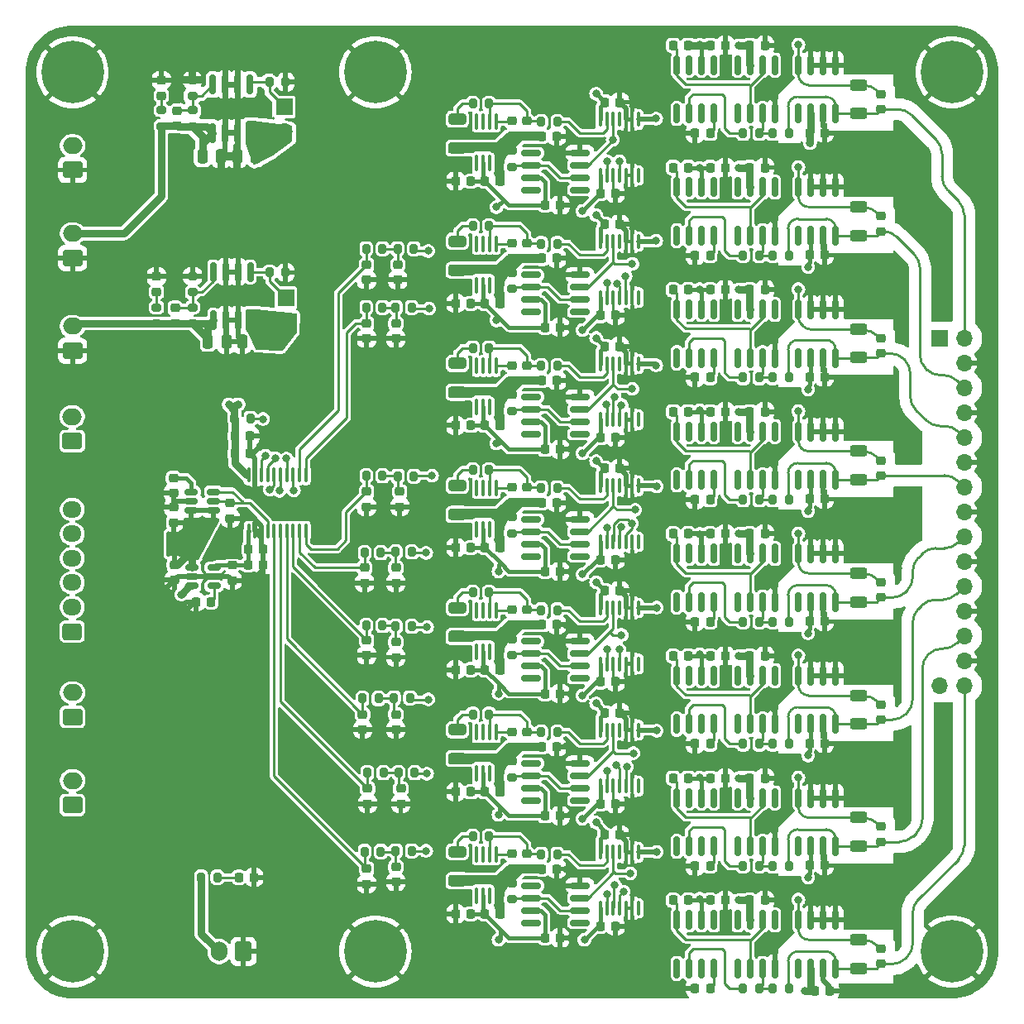
<source format=gtl>
%TF.GenerationSoftware,KiCad,Pcbnew,7.0.10*%
%TF.CreationDate,2024-02-04T21:05:04+01:00*%
%TF.ProjectId,demo_LMP7721,64656d6f-5f4c-44d5-9037-3732312e6b69,rev?*%
%TF.SameCoordinates,Original*%
%TF.FileFunction,Copper,L1,Top*%
%TF.FilePolarity,Positive*%
%FSLAX46Y46*%
G04 Gerber Fmt 4.6, Leading zero omitted, Abs format (unit mm)*
G04 Created by KiCad (PCBNEW 7.0.10) date 2024-02-04 21:05:04*
%MOMM*%
%LPD*%
G01*
G04 APERTURE LIST*
G04 Aperture macros list*
%AMRoundRect*
0 Rectangle with rounded corners*
0 $1 Rounding radius*
0 $2 $3 $4 $5 $6 $7 $8 $9 X,Y pos of 4 corners*
0 Add a 4 corners polygon primitive as box body*
4,1,4,$2,$3,$4,$5,$6,$7,$8,$9,$2,$3,0*
0 Add four circle primitives for the rounded corners*
1,1,$1+$1,$2,$3*
1,1,$1+$1,$4,$5*
1,1,$1+$1,$6,$7*
1,1,$1+$1,$8,$9*
0 Add four rect primitives between the rounded corners*
20,1,$1+$1,$2,$3,$4,$5,0*
20,1,$1+$1,$4,$5,$6,$7,0*
20,1,$1+$1,$6,$7,$8,$9,0*
20,1,$1+$1,$8,$9,$2,$3,0*%
G04 Aperture macros list end*
%TA.AperFunction,SMDPad,CuDef*%
%ADD10RoundRect,0.225000X-0.225000X-0.250000X0.225000X-0.250000X0.225000X0.250000X-0.225000X0.250000X0*%
%TD*%
%TA.AperFunction,SMDPad,CuDef*%
%ADD11RoundRect,0.200000X0.200000X0.275000X-0.200000X0.275000X-0.200000X-0.275000X0.200000X-0.275000X0*%
%TD*%
%TA.AperFunction,SMDPad,CuDef*%
%ADD12RoundRect,0.225000X-0.250000X0.225000X-0.250000X-0.225000X0.250000X-0.225000X0.250000X0.225000X0*%
%TD*%
%TA.AperFunction,SMDPad,CuDef*%
%ADD13RoundRect,0.150000X-0.150000X0.825000X-0.150000X-0.825000X0.150000X-0.825000X0.150000X0.825000X0*%
%TD*%
%TA.AperFunction,SMDPad,CuDef*%
%ADD14RoundRect,0.250000X0.625000X-0.312500X0.625000X0.312500X-0.625000X0.312500X-0.625000X-0.312500X0*%
%TD*%
%TA.AperFunction,SMDPad,CuDef*%
%ADD15RoundRect,0.225000X0.250000X-0.225000X0.250000X0.225000X-0.250000X0.225000X-0.250000X-0.225000X0*%
%TD*%
%TA.AperFunction,SMDPad,CuDef*%
%ADD16RoundRect,0.225000X0.225000X0.250000X-0.225000X0.250000X-0.225000X-0.250000X0.225000X-0.250000X0*%
%TD*%
%TA.AperFunction,SMDPad,CuDef*%
%ADD17RoundRect,0.150000X0.150000X-0.825000X0.150000X0.825000X-0.150000X0.825000X-0.150000X-0.825000X0*%
%TD*%
%TA.AperFunction,ComponentPad*%
%ADD18C,0.800000*%
%TD*%
%TA.AperFunction,ComponentPad*%
%ADD19C,6.400000*%
%TD*%
%TA.AperFunction,SMDPad,CuDef*%
%ADD20RoundRect,0.200000X-0.200000X-0.275000X0.200000X-0.275000X0.200000X0.275000X-0.200000X0.275000X0*%
%TD*%
%TA.AperFunction,SMDPad,CuDef*%
%ADD21RoundRect,0.150000X0.825000X0.150000X-0.825000X0.150000X-0.825000X-0.150000X0.825000X-0.150000X0*%
%TD*%
%TA.AperFunction,SMDPad,CuDef*%
%ADD22RoundRect,0.200000X-0.275000X0.200000X-0.275000X-0.200000X0.275000X-0.200000X0.275000X0.200000X0*%
%TD*%
%TA.AperFunction,ComponentPad*%
%ADD23RoundRect,0.250000X0.725000X-0.600000X0.725000X0.600000X-0.725000X0.600000X-0.725000X-0.600000X0*%
%TD*%
%TA.AperFunction,ComponentPad*%
%ADD24O,1.950000X1.700000*%
%TD*%
%TA.AperFunction,SMDPad,CuDef*%
%ADD25RoundRect,0.250000X-0.650000X0.325000X-0.650000X-0.325000X0.650000X-0.325000X0.650000X0.325000X0*%
%TD*%
%TA.AperFunction,ComponentPad*%
%ADD26R,1.700000X1.700000*%
%TD*%
%TA.AperFunction,ComponentPad*%
%ADD27O,1.700000X1.700000*%
%TD*%
%TA.AperFunction,SMDPad,CuDef*%
%ADD28RoundRect,0.100000X0.100000X-0.712500X0.100000X0.712500X-0.100000X0.712500X-0.100000X-0.712500X0*%
%TD*%
%TA.AperFunction,SMDPad,CuDef*%
%ADD29RoundRect,0.218750X0.218750X0.256250X-0.218750X0.256250X-0.218750X-0.256250X0.218750X-0.256250X0*%
%TD*%
%TA.AperFunction,SMDPad,CuDef*%
%ADD30RoundRect,0.150000X-0.512500X-0.150000X0.512500X-0.150000X0.512500X0.150000X-0.512500X0.150000X0*%
%TD*%
%TA.AperFunction,SMDPad,CuDef*%
%ADD31RoundRect,0.250000X-0.250000X-0.475000X0.250000X-0.475000X0.250000X0.475000X-0.250000X0.475000X0*%
%TD*%
%TA.AperFunction,SMDPad,CuDef*%
%ADD32RoundRect,0.100000X0.100000X-0.637500X0.100000X0.637500X-0.100000X0.637500X-0.100000X-0.637500X0*%
%TD*%
%TA.AperFunction,SMDPad,CuDef*%
%ADD33RoundRect,0.218750X-0.256250X0.218750X-0.256250X-0.218750X0.256250X-0.218750X0.256250X0.218750X0*%
%TD*%
%TA.AperFunction,SMDPad,CuDef*%
%ADD34RoundRect,0.250000X0.250000X0.475000X-0.250000X0.475000X-0.250000X-0.475000X0.250000X-0.475000X0*%
%TD*%
%TA.AperFunction,SMDPad,CuDef*%
%ADD35RoundRect,0.200000X0.275000X-0.200000X0.275000X0.200000X-0.275000X0.200000X-0.275000X-0.200000X0*%
%TD*%
%TA.AperFunction,ComponentPad*%
%ADD36RoundRect,0.250000X0.750000X-0.600000X0.750000X0.600000X-0.750000X0.600000X-0.750000X-0.600000X0*%
%TD*%
%TA.AperFunction,ComponentPad*%
%ADD37O,2.000000X1.700000*%
%TD*%
%TA.AperFunction,ComponentPad*%
%ADD38RoundRect,0.250000X0.600000X0.750000X-0.600000X0.750000X-0.600000X-0.750000X0.600000X-0.750000X0*%
%TD*%
%TA.AperFunction,ComponentPad*%
%ADD39O,1.700000X2.000000*%
%TD*%
%TA.AperFunction,ViaPad*%
%ADD40C,0.800000*%
%TD*%
%TA.AperFunction,Conductor*%
%ADD41C,0.800000*%
%TD*%
%TA.AperFunction,Conductor*%
%ADD42C,0.250000*%
%TD*%
%TA.AperFunction,Conductor*%
%ADD43C,0.400000*%
%TD*%
%TA.AperFunction,Conductor*%
%ADD44C,0.500000*%
%TD*%
G04 APERTURE END LIST*
D10*
%TO.P,C82,1*%
%TO.N,13V*%
X124475000Y-33062500D03*
%TO.P,C82,2*%
%TO.N,GND*%
X126025000Y-33062500D03*
%TD*%
D11*
%TO.P,R71,1*%
%TO.N,GND*%
X91825000Y-50500000D03*
%TO.P,R71,2*%
%TO.N,5V_EN*%
X90175000Y-50500000D03*
%TD*%
D12*
%TO.P,C7,1*%
%TO.N,/ADC_REFIN+*%
X86150000Y-74114000D03*
%TO.P,C7,2*%
%TO.N,GND*%
X86150000Y-75664000D03*
%TD*%
D13*
%TO.P,U3,1,NC*%
%TO.N,unconnected-(U3-NC-Pad1)*%
X135655000Y-41775000D03*
%TO.P,U3,2,Vin*%
%TO.N,13V*%
X134385000Y-41775000D03*
%TO.P,U3,3,TEMP*%
%TO.N,unconnected-(U3-TEMP-Pad3)*%
X133115000Y-41775000D03*
%TO.P,U3,4,GND*%
%TO.N,/amp2/REFGND_0.5V*%
X131845000Y-41775000D03*
%TO.P,U3,5,TRIM*%
%TO.N,unconnected-(U3-TRIM-Pad5)*%
X131845000Y-46725000D03*
%TO.P,U3,6,Vout*%
%TO.N,/amp2/REF_10.5V*%
X133115000Y-46725000D03*
%TO.P,U3,7,NC*%
%TO.N,unconnected-(U3-NC-Pad7)*%
X134385000Y-46725000D03*
%TO.P,U3,8,NR*%
%TO.N,Net-(U3-NR)*%
X135655000Y-46725000D03*
%TD*%
D14*
%TO.P,R9,1*%
%TO.N,OPD1_CATHODE*%
X150500000Y-34212500D03*
%TO.P,R9,2*%
%TO.N,/amp1/AMPO*%
X150500000Y-31287500D03*
%TD*%
D15*
%TO.P,C112,1*%
%TO.N,GND*%
X103100000Y-112875000D03*
%TO.P,C112,2*%
%TO.N,Net-(C112-Pad2)*%
X103100000Y-111325000D03*
%TD*%
%TO.P,C15,1*%
%TO.N,13V*%
X80700000Y-35505000D03*
%TO.P,C15,2*%
%TO.N,Net-(U5-ADJ)*%
X80700000Y-33955000D03*
%TD*%
D10*
%TO.P,C86,1*%
%TO.N,GND*%
X133725000Y-123750000D03*
%TO.P,C86,2*%
%TO.N,Net-(U45-NR)*%
X135275000Y-123750000D03*
%TD*%
%TO.P,C137,1*%
%TO.N,/OLED_driver1/OLED_8V_BUFFERED*%
X118025000Y-36550000D03*
%TO.P,C137,2*%
%TO.N,GND*%
X119575000Y-36550000D03*
%TD*%
%TO.P,C67,1*%
%TO.N,13V*%
X124475000Y-108062500D03*
%TO.P,C67,2*%
%TO.N,GND*%
X126025000Y-108062500D03*
%TD*%
D16*
%TO.P,C42,1*%
%TO.N,GND*%
X136825000Y-64750000D03*
%TO.P,C42,2*%
%TO.N,13V*%
X135275000Y-64750000D03*
%TD*%
D17*
%TO.P,U18,1,OFFSET_TRIM_1*%
%TO.N,unconnected-(U18-OFFSET_TRIM_1-Pad1)*%
X138095000Y-59225000D03*
%TO.P,U18,2,-IN*%
%TO.N,/amp3/REFGND_0.5V*%
X139365000Y-59225000D03*
%TO.P,U18,3,+IN*%
%TO.N,/amp3/ISRC_+IN_0.5V*%
X140635000Y-59225000D03*
%TO.P,U18,4,V-*%
%TO.N,GND*%
X141905000Y-59225000D03*
%TO.P,U18,5,NC*%
%TO.N,unconnected-(U18-NC-Pad5)*%
X141905000Y-54275000D03*
%TO.P,U18,6,OUTPUT*%
%TO.N,/amp3/REFGND_0.5V*%
X140635000Y-54275000D03*
%TO.P,U18,7,V+*%
%TO.N,5V*%
X139365000Y-54275000D03*
%TO.P,U18,8,OFFSET_TRIM_2*%
%TO.N,unconnected-(U18-OFFSET_TRIM_2-Pad8)*%
X138095000Y-54275000D03*
%TD*%
D18*
%TO.P,H3,1,1*%
%TO.N,GND*%
X67600000Y-120000000D03*
X68302944Y-118302944D03*
X68302944Y-121697056D03*
X70000000Y-117600000D03*
D19*
X70000000Y-120000000D03*
D18*
X70000000Y-122400000D03*
X71697056Y-118302944D03*
X71697056Y-121697056D03*
X72400000Y-120000000D03*
%TD*%
D20*
%TO.P,R13,1*%
%TO.N,Net-(C28-Pad2)*%
X103075000Y-54075000D03*
%TO.P,R13,2*%
%TO.N,/amp2/AMPO*%
X104725000Y-54075000D03*
%TD*%
D21*
%TO.P,U40,1,OFFSET_TRIM_1*%
%TO.N,unconnected-(U40-OFFSET_TRIM_1-Pad1)*%
X121925000Y-104555000D03*
%TO.P,U40,2,-IN*%
%TO.N,Net-(U40--IN)*%
X121925000Y-103285000D03*
%TO.P,U40,3,+IN*%
%TO.N,OLED6*%
X121925000Y-102015000D03*
%TO.P,U40,4,V-*%
%TO.N,GND*%
X121925000Y-100745000D03*
%TO.P,U40,5,NC*%
%TO.N,unconnected-(U40-NC-Pad5)*%
X116975000Y-100745000D03*
%TO.P,U40,6,OUTPUT*%
%TO.N,Net-(U40--IN)*%
X116975000Y-102015000D03*
%TO.P,U40,7,V+*%
%TO.N,13V*%
X116975000Y-103285000D03*
%TO.P,U40,8,OFFSET_TRIM_2*%
%TO.N,unconnected-(U40-OFFSET_TRIM_2-Pad8)*%
X116975000Y-104555000D03*
%TD*%
%TO.P,U8,1,OFFSET_TRIM_1*%
%TO.N,unconnected-(U8-OFFSET_TRIM_1-Pad1)*%
X121925000Y-54555000D03*
%TO.P,U8,2,-IN*%
%TO.N,Net-(U8--IN)*%
X121925000Y-53285000D03*
%TO.P,U8,3,+IN*%
%TO.N,OLED2*%
X121925000Y-52015000D03*
%TO.P,U8,4,V-*%
%TO.N,GND*%
X121925000Y-50745000D03*
%TO.P,U8,5,NC*%
%TO.N,unconnected-(U8-NC-Pad5)*%
X116975000Y-50745000D03*
%TO.P,U8,6,OUTPUT*%
%TO.N,Net-(U8--IN)*%
X116975000Y-52015000D03*
%TO.P,U8,7,V+*%
%TO.N,13V*%
X116975000Y-53285000D03*
%TO.P,U8,8,OFFSET_TRIM_2*%
%TO.N,unconnected-(U8-OFFSET_TRIM_2-Pad8)*%
X116975000Y-54555000D03*
%TD*%
D15*
%TO.P,C17,1*%
%TO.N,GND*%
X103300000Y-51250000D03*
%TO.P,C17,2*%
%TO.N,Net-(C17-Pad2)*%
X103300000Y-49700000D03*
%TD*%
%TO.P,C117,1*%
%TO.N,GND*%
X100100000Y-89675000D03*
%TO.P,C117,2*%
%TO.N,ADC_CH4*%
X100100000Y-88125000D03*
%TD*%
D22*
%TO.P,R63,1*%
%TO.N,/OLED_driver1/OLED_8V_BUFFERED*%
X114950000Y-38025000D03*
%TO.P,R63,2*%
%TO.N,Net-(U42--IN)*%
X114950000Y-39675000D03*
%TD*%
D16*
%TO.P,C74,1*%
%TO.N,13V*%
X110775000Y-103650000D03*
%TO.P,C74,2*%
%TO.N,GND*%
X109225000Y-103650000D03*
%TD*%
D14*
%TO.P,R41,1*%
%TO.N,OPD8_CATHODE*%
X150500000Y-121712500D03*
%TO.P,R41,2*%
%TO.N,/amp8/AMPO*%
X150500000Y-118787500D03*
%TD*%
D23*
%TO.P,J2,1,Pin_1*%
%TO.N,ADC_CS*%
X69975000Y-87250000D03*
D24*
%TO.P,J2,2,Pin_2*%
%TO.N,ADC_SCK*%
X69975000Y-84750000D03*
%TO.P,J2,3,Pin_3*%
%TO.N,ADC_SDI*%
X69975000Y-82250000D03*
%TO.P,J2,4,Pin_4*%
%TO.N,ADC_SDO*%
X69975000Y-79750000D03*
%TO.P,J2,5,Pin_5*%
%TO.N,ADC_INT*%
X69975000Y-77250000D03*
%TO.P,J2,6,Pin_6*%
%TO.N,ADC_MCK*%
X69975000Y-74750000D03*
%TD*%
D12*
%TO.P,C46,1*%
%TO.N,Net-(U25-Trim{slash}NR)*%
X114950000Y-60000000D03*
%TO.P,C46,2*%
%TO.N,/OLED_driver3/OLED_8V_BUFFERED*%
X114950000Y-61550000D03*
%TD*%
D25*
%TO.P,C129,1*%
%TO.N,Net-(C129-Pad1)*%
X109400000Y-109800000D03*
%TO.P,C129,2*%
%TO.N,/OLED_driver7/OLED_8V_BUFFERED*%
X109400000Y-112750000D03*
%TD*%
D16*
%TO.P,C98,1*%
%TO.N,GND*%
X136825000Y-89750000D03*
%TO.P,C98,2*%
%TO.N,13V*%
X135275000Y-89750000D03*
%TD*%
D10*
%TO.P,C77,1*%
%TO.N,13V*%
X124475000Y-95562500D03*
%TO.P,C77,2*%
%TO.N,GND*%
X126025000Y-95562500D03*
%TD*%
D15*
%TO.P,C16,1*%
%TO.N,OPD1_CATHODE*%
X152750000Y-33775000D03*
%TO.P,C16,2*%
%TO.N,/amp1/AMPO*%
X152750000Y-32225000D03*
%TD*%
D26*
%TO.P,U38,1,OPD1_ANODE*%
%TO.N,GND*%
X158725000Y-57220000D03*
D27*
%TO.P,U38,2,OPD1_CATHODE*%
%TO.N,OPD1_CATHODE*%
X161265000Y-57220000D03*
%TO.P,U38,4,OLED1_CATHODE*%
%TO.N,GND*%
X161265000Y-59760000D03*
%TO.P,U38,6,OPD2_CATHODE*%
%TO.N,OPD2_CATHODE*%
X161265000Y-62300000D03*
%TO.P,U38,8,OLED2_CATHODE*%
%TO.N,GND*%
X161265000Y-64840000D03*
%TO.P,U38,10,OPD3_CATHODE*%
%TO.N,OPD3_CATHODE*%
X161265000Y-67380000D03*
%TO.P,U38,12,OLED3_CATHODE*%
%TO.N,GND*%
X161265000Y-69920000D03*
%TO.P,U38,14,OPD4_CATHODE*%
%TO.N,OPD4_CATHODE*%
X161265000Y-72460000D03*
%TO.P,U38,16,OLED4_CATHODE*%
%TO.N,GND*%
X161265000Y-75000000D03*
%TO.P,U38,18,OPD5_CATHODE*%
%TO.N,OPD5_CATHODE*%
X161265000Y-77540000D03*
%TO.P,U38,20,OLED5_CATHODE*%
%TO.N,GND*%
X161265000Y-80080000D03*
%TO.P,U38,22,OPD6_CATHODE*%
%TO.N,OPD6_CATHODE*%
X161265000Y-82620000D03*
%TO.P,U38,24,OLED6_CATHODE*%
%TO.N,GND*%
X161265000Y-85160000D03*
%TO.P,U38,26,OPD7_CATHODE*%
%TO.N,OPD7_CATHODE*%
X161265000Y-87700000D03*
%TO.P,U38,28,OLED7_CATHODE*%
%TO.N,GND*%
X161265000Y-90240000D03*
%TO.P,U38,29,OPD8_ANODE*%
X158725000Y-92780000D03*
%TO.P,U38,30,OPD8_CATHODE*%
%TO.N,OPD8_CATHODE*%
X161265000Y-92780000D03*
%TD*%
D15*
%TO.P,C20,1*%
%TO.N,GND*%
X100100000Y-51250000D03*
%TO.P,C20,2*%
%TO.N,ADC_CH0*%
X100100000Y-49700000D03*
%TD*%
D10*
%TO.P,C65,1*%
%TO.N,13V*%
X118375000Y-118600000D03*
%TO.P,C65,2*%
%TO.N,GND*%
X119925000Y-118600000D03*
%TD*%
D28*
%TO.P,U39,1,DNC*%
%TO.N,unconnected-(U39-DNC-Pad1)*%
X111387500Y-101787501D03*
%TO.P,U39,2,Vin*%
%TO.N,13V*%
X112037500Y-101787501D03*
%TO.P,U39,3,Temp*%
%TO.N,unconnected-(U39-Temp-Pad3)*%
X112687500Y-101787501D03*
%TO.P,U39,4,GND*%
%TO.N,/OLED_driver6/OLED_8V_BUFFERED*%
X113337500Y-101787501D03*
%TO.P,U39,5,Trim/NR*%
%TO.N,Net-(U39-Trim{slash}NR)*%
X113337500Y-97562501D03*
%TO.P,U39,6,Vout*%
%TO.N,/OLED_driver6/RELATIVE_2.048V_ABSOLTE_10V*%
X112687500Y-97562501D03*
%TO.P,U39,7,NC*%
%TO.N,unconnected-(U39-NC-Pad7)*%
X112037500Y-97562501D03*
%TO.P,U39,8,DNC*%
%TO.N,unconnected-(U39-DNC-Pad8)*%
X111387500Y-97562501D03*
%TD*%
D14*
%TO.P,R28,1*%
%TO.N,OPD5_CATHODE*%
X150500000Y-84212500D03*
%TO.P,R28,2*%
%TO.N,/amp5/AMPO*%
X150500000Y-81287500D03*
%TD*%
D22*
%TO.P,R69,1*%
%TO.N,/OLED_driver7/OLED_8V_BUFFERED*%
X114950000Y-113025000D03*
%TO.P,R69,2*%
%TO.N,Net-(U32--IN)*%
X114950000Y-114675000D03*
%TD*%
D20*
%TO.P,R50,1*%
%TO.N,ADC_CH4*%
X100075000Y-86630000D03*
%TO.P,R50,2*%
%TO.N,Net-(C97-Pad2)*%
X101725000Y-86630000D03*
%TD*%
D10*
%TO.P,C92,1*%
%TO.N,13V*%
X112225000Y-116150000D03*
%TO.P,C92,2*%
%TO.N,/OLED_driver7/OLED_8V_BUFFERED*%
X113775000Y-116150000D03*
%TD*%
D12*
%TO.P,C66,1*%
%TO.N,Net-(U31-Trim{slash}NR)*%
X114950000Y-110000000D03*
%TO.P,C66,2*%
%TO.N,/OLED_driver7/OLED_8V_BUFFERED*%
X114950000Y-111550000D03*
%TD*%
D10*
%TO.P,C59,1*%
%TO.N,VL*%
X124025000Y-79900000D03*
%TO.P,C59,2*%
%TO.N,GND*%
X125575000Y-79900000D03*
%TD*%
%TO.P,C75,1*%
%TO.N,13V*%
X118375000Y-106100000D03*
%TO.P,C75,2*%
%TO.N,GND*%
X119925000Y-106100000D03*
%TD*%
D15*
%TO.P,C97,1*%
%TO.N,GND*%
X103100000Y-89875000D03*
%TO.P,C97,2*%
%TO.N,Net-(C97-Pad2)*%
X103100000Y-88325000D03*
%TD*%
%TO.P,C4,1*%
%TO.N,5V*%
X80350000Y-76089000D03*
%TO.P,C4,2*%
%TO.N,GND*%
X80350000Y-74539000D03*
%TD*%
D16*
%TO.P,C110,1*%
%TO.N,GND*%
X146975000Y-111200000D03*
%TO.P,C110,2*%
%TO.N,5V*%
X145425000Y-111200000D03*
%TD*%
%TO.P,C29,1*%
%TO.N,GND*%
X136825000Y-52250000D03*
%TO.P,C29,2*%
%TO.N,13V*%
X135275000Y-52250000D03*
%TD*%
D12*
%TO.P,C134,1*%
%TO.N,/OLED_driver5/RELATIVE_2.048V_ABSOLTE_10V*%
X116500000Y-85000000D03*
%TO.P,C134,2*%
%TO.N,/OLED_driver5/OLED_8V_BUFFERED*%
X116500000Y-86550000D03*
%TD*%
D17*
%TO.P,U24,1,OFFSET_TRIM_1*%
%TO.N,unconnected-(U24-OFFSET_TRIM_1-Pad1)*%
X138095000Y-84225000D03*
%TO.P,U24,2,-IN*%
%TO.N,/amp5/REFGND_0.5V*%
X139365000Y-84225000D03*
%TO.P,U24,3,+IN*%
%TO.N,/amp5/ISRC_+IN_0.5V*%
X140635000Y-84225000D03*
%TO.P,U24,4,V-*%
%TO.N,GND*%
X141905000Y-84225000D03*
%TO.P,U24,5,NC*%
%TO.N,unconnected-(U24-NC-Pad5)*%
X141905000Y-79275000D03*
%TO.P,U24,6,OUTPUT*%
%TO.N,/amp5/REFGND_0.5V*%
X140635000Y-79275000D03*
%TO.P,U24,7,V+*%
%TO.N,5V*%
X139365000Y-79275000D03*
%TO.P,U24,8,OFFSET_TRIM_2*%
%TO.N,unconnected-(U24-OFFSET_TRIM_2-Pad8)*%
X138095000Y-79275000D03*
%TD*%
D29*
%TO.P,D2,1,K*%
%TO.N,GND*%
X88587500Y-112400000D03*
%TO.P,D2,2,A*%
%TO.N,Net-(D2-A)*%
X87012500Y-112400000D03*
%TD*%
D10*
%TO.P,C107,1*%
%TO.N,GND*%
X133725000Y-111250000D03*
%TO.P,C107,2*%
%TO.N,Net-(U51-NR)*%
X135275000Y-111250000D03*
%TD*%
%TO.P,C91,1*%
%TO.N,13V*%
X112225000Y-78650000D03*
%TO.P,C91,2*%
%TO.N,/OLED_driver4/OLED_8V_BUFFERED*%
X113775000Y-78650000D03*
%TD*%
D15*
%TO.P,C109,1*%
%TO.N,OPD7_CATHODE*%
X152750000Y-108775000D03*
%TO.P,C109,2*%
%TO.N,/amp7/AMPO*%
X152750000Y-107225000D03*
%TD*%
D10*
%TO.P,C99,1*%
%TO.N,/amp6/REFGND_0.5V*%
X131475000Y-89750000D03*
%TO.P,C99,2*%
%TO.N,13V*%
X133025000Y-89750000D03*
%TD*%
D30*
%TO.P,U6,1,FILTER*%
%TO.N,Net-(U6-FILTER)*%
X82150000Y-72939000D03*
%TO.P,U6,2,GND*%
%TO.N,GND*%
X82150000Y-73889000D03*
%TO.P,U6,3,EN*%
%TO.N,5V*%
X82150000Y-74839000D03*
%TO.P,U6,4,IN*%
X84425000Y-74839000D03*
%TO.P,U6,5,OUTS*%
%TO.N,/ADC_REFIN+*%
X84425000Y-73889000D03*
%TO.P,U6,6,OUTF*%
X84425000Y-72939000D03*
%TD*%
D10*
%TO.P,C141,1*%
%TO.N,/OLED_driver5/OLED_8V_BUFFERED*%
X118025000Y-86550000D03*
%TO.P,C141,2*%
%TO.N,GND*%
X119575000Y-86550000D03*
%TD*%
D31*
%TO.P,C114,1*%
%TO.N,5V*%
X83850000Y-57600000D03*
%TO.P,C114,2*%
%TO.N,GND*%
X85750000Y-57600000D03*
%TD*%
D12*
%TO.P,C130,1*%
%TO.N,/OLED_driver1/RELATIVE_2.048V_ABSOLTE_10V*%
X116500000Y-35000000D03*
%TO.P,C130,2*%
%TO.N,/OLED_driver1/OLED_8V_BUFFERED*%
X116500000Y-36550000D03*
%TD*%
D28*
%TO.P,U34,1,DNC*%
%TO.N,unconnected-(U34-DNC-Pad1)*%
X111387500Y-89287501D03*
%TO.P,U34,2,Vin*%
%TO.N,13V*%
X112037500Y-89287501D03*
%TO.P,U34,3,Temp*%
%TO.N,unconnected-(U34-Temp-Pad3)*%
X112687500Y-89287501D03*
%TO.P,U34,4,GND*%
%TO.N,/OLED_driver5/OLED_8V_BUFFERED*%
X113337500Y-89287501D03*
%TO.P,U34,5,Trim/NR*%
%TO.N,Net-(U34-Trim{slash}NR)*%
X113337500Y-85062501D03*
%TO.P,U34,6,Vout*%
%TO.N,/OLED_driver5/RELATIVE_2.048V_ABSOLTE_10V*%
X112687500Y-85062501D03*
%TO.P,U34,7,NC*%
%TO.N,unconnected-(U34-NC-Pad7)*%
X112037500Y-85062501D03*
%TO.P,U34,8,DNC*%
%TO.N,unconnected-(U34-DNC-Pad8)*%
X111387500Y-85062501D03*
%TD*%
D11*
%TO.P,R2,1*%
%TO.N,/amp2/ISRC_+IN_0.5V*%
X140300000Y-48750000D03*
%TO.P,R2,2*%
%TO.N,/amp2/REF_10.5V*%
X138650000Y-48750000D03*
%TD*%
D12*
%TO.P,C133,1*%
%TO.N,/OLED_driver4/RELATIVE_2.048V_ABSOLTE_10V*%
X116500000Y-72500000D03*
%TO.P,C133,2*%
%TO.N,/OLED_driver4/OLED_8V_BUFFERED*%
X116500000Y-74050000D03*
%TD*%
D13*
%TO.P,U20,1,NC*%
%TO.N,unconnected-(U20-NC-Pad1)*%
X135655000Y-66775000D03*
%TO.P,U20,2,Vin*%
%TO.N,13V*%
X134385000Y-66775000D03*
%TO.P,U20,3,TEMP*%
%TO.N,unconnected-(U20-TEMP-Pad3)*%
X133115000Y-66775000D03*
%TO.P,U20,4,GND*%
%TO.N,/amp4/REFGND_0.5V*%
X131845000Y-66775000D03*
%TO.P,U20,5,TRIM*%
%TO.N,unconnected-(U20-TRIM-Pad5)*%
X131845000Y-71725000D03*
%TO.P,U20,6,Vout*%
%TO.N,/amp4/REF_10.5V*%
X133115000Y-71725000D03*
%TO.P,U20,7,NC*%
%TO.N,unconnected-(U20-NC-Pad7)*%
X134385000Y-71725000D03*
%TO.P,U20,8,NR*%
%TO.N,Net-(U20-NR)*%
X135655000Y-71725000D03*
%TD*%
D11*
%TO.P,R25,1*%
%TO.N,/amp5/ISRC_+IN_0.5V*%
X140300000Y-86250000D03*
%TO.P,R25,2*%
%TO.N,/amp5/REF_10.5V*%
X138650000Y-86250000D03*
%TD*%
D10*
%TO.P,C89,1*%
%TO.N,13V*%
X112225000Y-53650000D03*
%TO.P,C89,2*%
%TO.N,/OLED_driver2/OLED_8V_BUFFERED*%
X113775000Y-53650000D03*
%TD*%
D20*
%TO.P,R12,1*%
%TO.N,/OLED_driver7/RELATIVE_2.048V_ABSOLTE_10V*%
X117975000Y-110050000D03*
%TO.P,R12,2*%
%TO.N,Net-(U33-P0A)*%
X119625000Y-110050000D03*
%TD*%
D10*
%TO.P,C142,1*%
%TO.N,/OLED_driver6/OLED_8V_BUFFERED*%
X118025000Y-99050000D03*
%TO.P,C142,2*%
%TO.N,GND*%
X119575000Y-99050000D03*
%TD*%
D20*
%TO.P,R48,1*%
%TO.N,ADC_CH2*%
X100075000Y-71300000D03*
%TO.P,R48,2*%
%TO.N,Net-(C40-Pad2)*%
X101725000Y-71300000D03*
%TD*%
D17*
%TO.P,U5,1,VOUT*%
%TO.N,13V*%
X84365000Y-36205000D03*
%TO.P,U5,2,GND*%
%TO.N,GND*%
X85635000Y-36205000D03*
%TO.P,U5,3,GND*%
X86905000Y-36205000D03*
%TO.P,U5,4,VIN*%
%TO.N,BATT_14V_24V*%
X88175000Y-36205000D03*
%TO.P,U5,5,EN*%
%TO.N,13V_EN*%
X88175000Y-31255000D03*
%TO.P,U5,6,GND*%
%TO.N,GND*%
X86905000Y-31255000D03*
%TO.P,U5,7,GND*%
X85635000Y-31255000D03*
%TO.P,U5,8,ADJ*%
%TO.N,Net-(U5-ADJ)*%
X84365000Y-31255000D03*
%TD*%
D16*
%TO.P,C41,1*%
%TO.N,GND*%
X140875000Y-27250000D03*
%TO.P,C41,2*%
%TO.N,5V*%
X139325000Y-27250000D03*
%TD*%
%TO.P,C3,1*%
%TO.N,13V*%
X110775000Y-53650000D03*
%TO.P,C3,2*%
%TO.N,GND*%
X109225000Y-53650000D03*
%TD*%
D12*
%TO.P,C71,1*%
%TO.N,Net-(U34-Trim{slash}NR)*%
X114950000Y-85000000D03*
%TO.P,C71,2*%
%TO.N,/OLED_driver5/OLED_8V_BUFFERED*%
X114950000Y-86550000D03*
%TD*%
D15*
%TO.P,C111,1*%
%TO.N,GND*%
X103600000Y-104875000D03*
%TO.P,C111,2*%
%TO.N,Net-(C111-Pad2)*%
X103600000Y-103325000D03*
%TD*%
D32*
%TO.P,U2,1,AVDD*%
%TO.N,/ADC_AVDD*%
X88025000Y-76951500D03*
%TO.P,U2,2,AGND*%
%TO.N,GND*%
X88675000Y-76951500D03*
%TO.P,U2,3,REFIN-*%
X89325000Y-76951500D03*
%TO.P,U2,4,REFIN+*%
%TO.N,/ADC_REFIN+*%
X89975000Y-76951500D03*
%TO.P,U2,5,CH0*%
%TO.N,ADC_CH7*%
X90625000Y-76951500D03*
%TO.P,U2,6,CH1*%
%TO.N,ADC_CH6*%
X91275000Y-76951500D03*
%TO.P,U2,7,CH2*%
%TO.N,ADC_CH5*%
X91925000Y-76951500D03*
%TO.P,U2,8,CH3*%
%TO.N,ADC_CH4*%
X92575000Y-76951500D03*
%TO.P,U2,9,CH4*%
%TO.N,ADC_CH3*%
X93225000Y-76951500D03*
%TO.P,U2,10,CH5*%
%TO.N,ADC_CH2*%
X93875000Y-76951500D03*
%TO.P,U2,11,CH6*%
%TO.N,ADC_CH1*%
X93875000Y-71226500D03*
%TO.P,U2,12,CH7*%
%TO.N,ADC_CH0*%
X93225000Y-71226500D03*
%TO.P,U2,13,\u002ACS*%
%TO.N,ADC_CS*%
X92575000Y-71226500D03*
%TO.P,U2,14,SCK*%
%TO.N,ADC_SCK*%
X91925000Y-71226500D03*
%TO.P,U2,15,SDI*%
%TO.N,ADC_SDI*%
X91275000Y-71226500D03*
%TO.P,U2,16,SDO*%
%TO.N,ADC_SDO*%
X90625000Y-71226500D03*
%TO.P,U2,17,\u002AIRQ/MDAT*%
%TO.N,ADC_INT*%
X89975000Y-71226500D03*
%TO.P,U2,18,MCLKIN*%
%TO.N,ADC_MCK*%
X89325000Y-71226500D03*
%TO.P,U2,19,DGND*%
%TO.N,GND*%
X88675000Y-71226500D03*
%TO.P,U2,20,DVDD*%
%TO.N,VL*%
X88025000Y-71226500D03*
%TD*%
D14*
%TO.P,R22,1*%
%TO.N,OPD4_CATHODE*%
X150500000Y-71712500D03*
%TO.P,R22,2*%
%TO.N,/amp4/AMPO*%
X150500000Y-68787500D03*
%TD*%
D11*
%TO.P,R7,1*%
%TO.N,/amp1/ISRC_+IN_0.5V*%
X140300000Y-36250000D03*
%TO.P,R7,2*%
%TO.N,/amp1/REF_10.5V*%
X138650000Y-36250000D03*
%TD*%
D20*
%TO.P,R24,1*%
%TO.N,/OLED_driver6/RELATIVE_2.048V_ABSOLTE_10V*%
X117975000Y-97550000D03*
%TO.P,R24,2*%
%TO.N,Net-(U44-P0A)*%
X119625000Y-97550000D03*
%TD*%
D16*
%TO.P,C39,1*%
%TO.N,GND*%
X146975000Y-61200000D03*
%TO.P,C39,2*%
%TO.N,5V*%
X145425000Y-61200000D03*
%TD*%
D10*
%TO.P,C50,1*%
%TO.N,VL*%
X124025000Y-67400000D03*
%TO.P,C50,2*%
%TO.N,GND*%
X125575000Y-67400000D03*
%TD*%
D20*
%TO.P,R5,1*%
%TO.N,VL*%
X86575000Y-65426500D03*
%TO.P,R5,2*%
%TO.N,ADC_INT*%
X88225000Y-65426500D03*
%TD*%
D26*
%TO.P,J10,1,Pin_1*%
%TO.N,5V_EN*%
X91850000Y-53065000D03*
D27*
%TO.P,J10,2,Pin_2*%
%TO.N,13V*%
X91850000Y-55605000D03*
%TD*%
D12*
%TO.P,C30,1*%
%TO.N,Net-(U1-Trim{slash}NR)*%
X114950000Y-47500000D03*
%TO.P,C30,2*%
%TO.N,/OLED_driver2/OLED_8V_BUFFERED*%
X114950000Y-49050000D03*
%TD*%
D11*
%TO.P,R60,1*%
%TO.N,/OLED_driver5/RELATIVE_2.048V_ABSOLTE_10V*%
X112625000Y-83225000D03*
%TO.P,R60,2*%
%TO.N,Net-(C127-Pad1)*%
X110975000Y-83225000D03*
%TD*%
D15*
%TO.P,C19,1*%
%TO.N,5V*%
X80500000Y-55675000D03*
%TO.P,C19,2*%
%TO.N,Net-(U4-ADJ)*%
X80500000Y-54125000D03*
%TD*%
D18*
%TO.P,H4,1,1*%
%TO.N,GND*%
X157600000Y-120000000D03*
X158302944Y-118302944D03*
X158302944Y-121697056D03*
X160000000Y-117600000D03*
D19*
X160000000Y-120000000D03*
D18*
X160000000Y-122400000D03*
X161697056Y-118302944D03*
X161697056Y-121697056D03*
X162400000Y-120000000D03*
%TD*%
D22*
%TO.P,R65,1*%
%TO.N,/OLED_driver3/OLED_8V_BUFFERED*%
X114950000Y-63025000D03*
%TO.P,R65,2*%
%TO.N,Net-(U26--IN)*%
X114950000Y-64675000D03*
%TD*%
D13*
%TO.P,U17,1,NC*%
%TO.N,unconnected-(U17-NC-Pad1)*%
X135655000Y-54275000D03*
%TO.P,U17,2,Vin*%
%TO.N,13V*%
X134385000Y-54275000D03*
%TO.P,U17,3,TEMP*%
%TO.N,unconnected-(U17-TEMP-Pad3)*%
X133115000Y-54275000D03*
%TO.P,U17,4,GND*%
%TO.N,/amp3/REFGND_0.5V*%
X131845000Y-54275000D03*
%TO.P,U17,5,TRIM*%
%TO.N,unconnected-(U17-TRIM-Pad5)*%
X131845000Y-59225000D03*
%TO.P,U17,6,Vout*%
%TO.N,/amp3/REF_10.5V*%
X133115000Y-59225000D03*
%TO.P,U17,7,NC*%
%TO.N,unconnected-(U17-NC-Pad7)*%
X134385000Y-59225000D03*
%TO.P,U17,8,NR*%
%TO.N,Net-(U17-NR)*%
X135655000Y-59225000D03*
%TD*%
D22*
%TO.P,R66,1*%
%TO.N,/OLED_driver4/OLED_8V_BUFFERED*%
X114950000Y-75525000D03*
%TO.P,R66,2*%
%TO.N,Net-(U29--IN)*%
X114950000Y-77175000D03*
%TD*%
D20*
%TO.P,R53,1*%
%TO.N,ADC_CH7*%
X99900000Y-109770000D03*
%TO.P,R53,2*%
%TO.N,Net-(C112-Pad2)*%
X101550000Y-109770000D03*
%TD*%
D33*
%TO.P,D3,1,K*%
%TO.N,GND*%
X79100000Y-30812500D03*
%TO.P,D3,2,A*%
%TO.N,Net-(D3-A)*%
X79100000Y-32387500D03*
%TD*%
D15*
%TO.P,C88,1*%
%TO.N,OPD8_CATHODE*%
X152750000Y-121275000D03*
%TO.P,C88,2*%
%TO.N,/amp8/AMPO*%
X152750000Y-119725000D03*
%TD*%
D12*
%TO.P,C136,1*%
%TO.N,/OLED_driver7/RELATIVE_2.048V_ABSOLTE_10V*%
X116500000Y-110000000D03*
%TO.P,C136,2*%
%TO.N,/OLED_driver7/OLED_8V_BUFFERED*%
X116500000Y-111550000D03*
%TD*%
D10*
%TO.P,C61,1*%
%TO.N,GND*%
X133725000Y-86250000D03*
%TO.P,C61,2*%
%TO.N,Net-(U23-NR)*%
X135275000Y-86250000D03*
%TD*%
D16*
%TO.P,C51,1*%
%TO.N,GND*%
X146975000Y-73700000D03*
%TO.P,C51,2*%
%TO.N,5V*%
X145425000Y-73700000D03*
%TD*%
D20*
%TO.P,R4,1*%
%TO.N,/OLED_driver2/RELATIVE_2.048V_ABSOLTE_10V*%
X117975000Y-47550000D03*
%TO.P,R4,2*%
%TO.N,Net-(U9-P0A)*%
X119625000Y-47550000D03*
%TD*%
%TO.P,R47,1*%
%TO.N,ADC_CH1*%
X100075000Y-54075000D03*
%TO.P,R47,2*%
%TO.N,Net-(C28-Pad2)*%
X101725000Y-54075000D03*
%TD*%
D10*
%TO.P,C43,1*%
%TO.N,/amp4/REFGND_0.5V*%
X131475000Y-64750000D03*
%TO.P,C43,2*%
%TO.N,13V*%
X133025000Y-64750000D03*
%TD*%
D16*
%TO.P,C8,1*%
%TO.N,Net-(U7-BP)*%
X84187500Y-84214000D03*
%TO.P,C8,2*%
%TO.N,GND*%
X82637500Y-84214000D03*
%TD*%
D18*
%TO.P,H1,1,1*%
%TO.N,GND*%
X157600000Y-30000000D03*
X158302944Y-28302944D03*
X158302944Y-31697056D03*
X160000000Y-27600000D03*
D19*
X160000000Y-30000000D03*
D18*
X160000000Y-32400000D03*
X161697056Y-28302944D03*
X161697056Y-31697056D03*
X162400000Y-30000000D03*
%TD*%
D25*
%TO.P,C126,1*%
%TO.N,Net-(C126-Pad1)*%
X109400000Y-72300000D03*
%TO.P,C126,2*%
%TO.N,/OLED_driver4/OLED_8V_BUFFERED*%
X109400000Y-75250000D03*
%TD*%
D10*
%TO.P,C24,1*%
%TO.N,GND*%
X133725000Y-48750000D03*
%TO.P,C24,2*%
%TO.N,Net-(U3-NR)*%
X135275000Y-48750000D03*
%TD*%
D28*
%TO.P,U31,1,DNC*%
%TO.N,unconnected-(U31-DNC-Pad1)*%
X111387500Y-114287501D03*
%TO.P,U31,2,Vin*%
%TO.N,13V*%
X112037500Y-114287501D03*
%TO.P,U31,3,Temp*%
%TO.N,unconnected-(U31-Temp-Pad3)*%
X112687500Y-114287501D03*
%TO.P,U31,4,GND*%
%TO.N,/OLED_driver7/OLED_8V_BUFFERED*%
X113337500Y-114287501D03*
%TO.P,U31,5,Trim/NR*%
%TO.N,Net-(U31-Trim{slash}NR)*%
X113337500Y-110062501D03*
%TO.P,U31,6,Vout*%
%TO.N,/OLED_driver7/RELATIVE_2.048V_ABSOLTE_10V*%
X112687500Y-110062501D03*
%TO.P,U31,7,NC*%
%TO.N,unconnected-(U31-NC-Pad7)*%
X112037500Y-110062501D03*
%TO.P,U31,8,DNC*%
%TO.N,unconnected-(U31-DNC-Pad8)*%
X111387500Y-110062501D03*
%TD*%
D32*
%TO.P,U43,1,VL*%
%TO.N,VL*%
X124050000Y-40562500D03*
%TO.P,U43,2,SCL*%
%TO.N,DPOT_A_SCL*%
X124700000Y-40562500D03*
%TO.P,U43,3,A1*%
%TO.N,GND*%
X125350000Y-40562500D03*
%TO.P,U43,4,SDA*%
%TO.N,DPOT_A_SDA*%
X126000000Y-40562500D03*
%TO.P,U43,5,A0*%
%TO.N,GND*%
X126650000Y-40562500D03*
%TO.P,U43,6,~{WLAT}*%
X127300000Y-40562500D03*
%TO.P,U43,7,NC*%
%TO.N,unconnected-(U43-NC-Pad7)*%
X127950000Y-40562500D03*
%TO.P,U43,8,~{SHDN}*%
%TO.N,VL*%
X127950000Y-34837500D03*
%TO.P,U43,9,DGND*%
%TO.N,GND*%
X127300000Y-34837500D03*
%TO.P,U43,10,V-*%
X126650000Y-34837500D03*
%TO.P,U43,11,P0B*%
%TO.N,unconnected-(U43-P0B-Pad11)*%
X126000000Y-34837500D03*
%TO.P,U43,12,P0W*%
%TO.N,OLED1*%
X125350000Y-34837500D03*
%TO.P,U43,13,P0A*%
%TO.N,Net-(U43-P0A)*%
X124700000Y-34837500D03*
%TO.P,U43,14,V+*%
%TO.N,13V*%
X124050000Y-34837500D03*
%TD*%
%TO.P,U37,1,VL*%
%TO.N,VL*%
X124050000Y-90562500D03*
%TO.P,U37,2,SCL*%
%TO.N,DPOT_B_SCL*%
X124700000Y-90562500D03*
%TO.P,U37,3,A1*%
%TO.N,GND*%
X125350000Y-90562500D03*
%TO.P,U37,4,SDA*%
%TO.N,DPOT_B_SDA*%
X126000000Y-90562500D03*
%TO.P,U37,5,A0*%
%TO.N,GND*%
X126650000Y-90562500D03*
%TO.P,U37,6,~{WLAT}*%
X127300000Y-90562500D03*
%TO.P,U37,7,NC*%
%TO.N,unconnected-(U37-NC-Pad7)*%
X127950000Y-90562500D03*
%TO.P,U37,8,~{SHDN}*%
%TO.N,VL*%
X127950000Y-84837500D03*
%TO.P,U37,9,DGND*%
%TO.N,GND*%
X127300000Y-84837500D03*
%TO.P,U37,10,V-*%
X126650000Y-84837500D03*
%TO.P,U37,11,P0B*%
%TO.N,unconnected-(U37-P0B-Pad11)*%
X126000000Y-84837500D03*
%TO.P,U37,12,P0W*%
%TO.N,OLED5*%
X125350000Y-84837500D03*
%TO.P,U37,13,P0A*%
%TO.N,Net-(U37-P0A)*%
X124700000Y-84837500D03*
%TO.P,U37,14,V+*%
%TO.N,13V*%
X124050000Y-84837500D03*
%TD*%
D31*
%TO.P,C122,1*%
%TO.N,13V*%
X83320000Y-38600000D03*
%TO.P,C122,2*%
%TO.N,GND*%
X85220000Y-38600000D03*
%TD*%
D34*
%TO.P,C121,1*%
%TO.N,BATT_14V_24V*%
X88750000Y-38600000D03*
%TO.P,C121,2*%
%TO.N,GND*%
X86850000Y-38600000D03*
%TD*%
D16*
%TO.P,C79,1*%
%TO.N,13V*%
X110775000Y-41150000D03*
%TO.P,C79,2*%
%TO.N,GND*%
X109225000Y-41150000D03*
%TD*%
D13*
%TO.P,U45,1,NC*%
%TO.N,unconnected-(U45-NC-Pad1)*%
X135655000Y-116775000D03*
%TO.P,U45,2,Vin*%
%TO.N,13V*%
X134385000Y-116775000D03*
%TO.P,U45,3,TEMP*%
%TO.N,unconnected-(U45-TEMP-Pad3)*%
X133115000Y-116775000D03*
%TO.P,U45,4,GND*%
%TO.N,/amp8/REFGND_0.5V*%
X131845000Y-116775000D03*
%TO.P,U45,5,TRIM*%
%TO.N,unconnected-(U45-TRIM-Pad5)*%
X131845000Y-121725000D03*
%TO.P,U45,6,Vout*%
%TO.N,/amp8/REF_10.5V*%
X133115000Y-121725000D03*
%TO.P,U45,7,NC*%
%TO.N,unconnected-(U45-NC-Pad7)*%
X134385000Y-121725000D03*
%TO.P,U45,8,NR*%
%TO.N,Net-(U45-NR)*%
X135655000Y-121725000D03*
%TD*%
D35*
%TO.P,R45,1*%
%TO.N,13V*%
X79100000Y-35525000D03*
%TO.P,R45,2*%
%TO.N,Net-(D3-A)*%
X79100000Y-33875000D03*
%TD*%
D26*
%TO.P,J7,1,Pin_1*%
%TO.N,13V_EN*%
X91680000Y-33535000D03*
D27*
%TO.P,J7,2,Pin_2*%
%TO.N,BATT_14V_24V*%
X91680000Y-36075000D03*
%TD*%
D28*
%TO.P,U41,1,DNC*%
%TO.N,unconnected-(U41-DNC-Pad1)*%
X111387500Y-39287501D03*
%TO.P,U41,2,Vin*%
%TO.N,13V*%
X112037500Y-39287501D03*
%TO.P,U41,3,Temp*%
%TO.N,unconnected-(U41-Temp-Pad3)*%
X112687500Y-39287501D03*
%TO.P,U41,4,GND*%
%TO.N,/OLED_driver1/OLED_8V_BUFFERED*%
X113337500Y-39287501D03*
%TO.P,U41,5,Trim/NR*%
%TO.N,Net-(U41-Trim{slash}NR)*%
X113337500Y-35062501D03*
%TO.P,U41,6,Vout*%
%TO.N,/OLED_driver1/RELATIVE_2.048V_ABSOLTE_10V*%
X112687500Y-35062501D03*
%TO.P,U41,7,NC*%
%TO.N,unconnected-(U41-NC-Pad7)*%
X112037500Y-35062501D03*
%TO.P,U41,8,DNC*%
%TO.N,unconnected-(U41-DNC-Pad8)*%
X111387500Y-35062501D03*
%TD*%
D22*
%TO.P,R67,1*%
%TO.N,/OLED_driver5/OLED_8V_BUFFERED*%
X114950000Y-88025000D03*
%TO.P,R67,2*%
%TO.N,Net-(U35--IN)*%
X114950000Y-89675000D03*
%TD*%
D11*
%TO.P,R40,1*%
%TO.N,OPD8_CATHODE*%
X143325000Y-123750000D03*
%TO.P,R40,2*%
%TO.N,/amp8/ISRC_+IN_0.5V*%
X141675000Y-123750000D03*
%TD*%
D17*
%TO.P,U49,1,OFFSET_TRIM_1*%
%TO.N,unconnected-(U49-OFFSET_TRIM_1-Pad1)*%
X138095000Y-96725000D03*
%TO.P,U49,2,-IN*%
%TO.N,/amp6/REFGND_0.5V*%
X139365000Y-96725000D03*
%TO.P,U49,3,+IN*%
%TO.N,/amp6/ISRC_+IN_0.5V*%
X140635000Y-96725000D03*
%TO.P,U49,4,V-*%
%TO.N,GND*%
X141905000Y-96725000D03*
%TO.P,U49,5,NC*%
%TO.N,unconnected-(U49-NC-Pad5)*%
X141905000Y-91775000D03*
%TO.P,U49,6,OUTPUT*%
%TO.N,/amp6/REFGND_0.5V*%
X140635000Y-91775000D03*
%TO.P,U49,7,V+*%
%TO.N,5V*%
X139365000Y-91775000D03*
%TO.P,U49,8,OFFSET_TRIM_2*%
%TO.N,unconnected-(U49-OFFSET_TRIM_2-Pad8)*%
X138095000Y-91775000D03*
%TD*%
D32*
%TO.P,U9,1,VL*%
%TO.N,VL*%
X124050000Y-53062500D03*
%TO.P,U9,2,SCL*%
%TO.N,DPOT_A_SCL*%
X124700000Y-53062500D03*
%TO.P,U9,3,A1*%
%TO.N,GND*%
X125350000Y-53062500D03*
%TO.P,U9,4,SDA*%
%TO.N,DPOT_A_SDA*%
X126000000Y-53062500D03*
%TO.P,U9,5,A0*%
%TO.N,VL*%
X126650000Y-53062500D03*
%TO.P,U9,6,~{WLAT}*%
%TO.N,GND*%
X127300000Y-53062500D03*
%TO.P,U9,7,NC*%
%TO.N,unconnected-(U9-NC-Pad7)*%
X127950000Y-53062500D03*
%TO.P,U9,8,~{SHDN}*%
%TO.N,VL*%
X127950000Y-47337500D03*
%TO.P,U9,9,DGND*%
%TO.N,GND*%
X127300000Y-47337500D03*
%TO.P,U9,10,V-*%
X126650000Y-47337500D03*
%TO.P,U9,11,P0B*%
%TO.N,unconnected-(U9-P0B-Pad11)*%
X126000000Y-47337500D03*
%TO.P,U9,12,P0W*%
%TO.N,OLED2*%
X125350000Y-47337500D03*
%TO.P,U9,13,P0A*%
%TO.N,Net-(U9-P0A)*%
X124700000Y-47337500D03*
%TO.P,U9,14,V+*%
%TO.N,13V*%
X124050000Y-47337500D03*
%TD*%
D36*
%TO.P,J9,1,Pin_1*%
%TO.N,DPOT_B_SDA*%
X70000000Y-105000000D03*
D37*
%TO.P,J9,2,Pin_2*%
%TO.N,DPOT_B_SCL*%
X70000000Y-102500000D03*
%TD*%
D32*
%TO.P,U33,1,VL*%
%TO.N,VL*%
X124050000Y-115562500D03*
%TO.P,U33,2,SCL*%
%TO.N,DPOT_B_SCL*%
X124700000Y-115562500D03*
%TO.P,U33,3,A1*%
%TO.N,VL*%
X125350000Y-115562500D03*
%TO.P,U33,4,SDA*%
%TO.N,DPOT_B_SDA*%
X126000000Y-115562500D03*
%TO.P,U33,5,A0*%
%TO.N,GND*%
X126650000Y-115562500D03*
%TO.P,U33,6,~{WLAT}*%
X127300000Y-115562500D03*
%TO.P,U33,7,NC*%
%TO.N,unconnected-(U33-NC-Pad7)*%
X127950000Y-115562500D03*
%TO.P,U33,8,~{SHDN}*%
%TO.N,VL*%
X127950000Y-109837500D03*
%TO.P,U33,9,DGND*%
%TO.N,GND*%
X127300000Y-109837500D03*
%TO.P,U33,10,V-*%
X126650000Y-109837500D03*
%TO.P,U33,11,P0B*%
%TO.N,unconnected-(U33-P0B-Pad11)*%
X126000000Y-109837500D03*
%TO.P,U33,12,P0W*%
%TO.N,OLED7*%
X125350000Y-109837500D03*
%TO.P,U33,13,P0A*%
%TO.N,Net-(U33-P0A)*%
X124700000Y-109837500D03*
%TO.P,U33,14,V+*%
%TO.N,13V*%
X124050000Y-109837500D03*
%TD*%
D35*
%TO.P,R44,1*%
%TO.N,5V*%
X78600000Y-55725000D03*
%TO.P,R44,2*%
%TO.N,Net-(D1-A)*%
X78600000Y-54075000D03*
%TD*%
D28*
%TO.P,U28,1,DNC*%
%TO.N,unconnected-(U28-DNC-Pad1)*%
X111387500Y-76787501D03*
%TO.P,U28,2,Vin*%
%TO.N,13V*%
X112037500Y-76787501D03*
%TO.P,U28,3,Temp*%
%TO.N,unconnected-(U28-Temp-Pad3)*%
X112687500Y-76787501D03*
%TO.P,U28,4,GND*%
%TO.N,/OLED_driver4/OLED_8V_BUFFERED*%
X113337500Y-76787501D03*
%TO.P,U28,5,Trim/NR*%
%TO.N,Net-(U28-Trim{slash}NR)*%
X113337500Y-72562501D03*
%TO.P,U28,6,Vout*%
%TO.N,/OLED_driver4/RELATIVE_2.048V_ABSOLTE_10V*%
X112687500Y-72562501D03*
%TO.P,U28,7,NC*%
%TO.N,unconnected-(U28-NC-Pad7)*%
X112037500Y-72562501D03*
%TO.P,U28,8,DNC*%
%TO.N,unconnected-(U28-DNC-Pad8)*%
X111387500Y-72562501D03*
%TD*%
D11*
%TO.P,R70,1*%
%TO.N,GND*%
X91825000Y-31000000D03*
%TO.P,R70,2*%
%TO.N,13V_EN*%
X90175000Y-31000000D03*
%TD*%
D36*
%TO.P,J4,1,Pin_1*%
%TO.N,GND*%
X70000000Y-58500000D03*
D37*
%TO.P,J4,2,Pin_2*%
%TO.N,5V*%
X70000000Y-56000000D03*
%TD*%
D16*
%TO.P,C108,1*%
%TO.N,GND*%
X140875000Y-102250000D03*
%TO.P,C108,2*%
%TO.N,5V*%
X139325000Y-102250000D03*
%TD*%
D17*
%TO.P,U11,1,OFFSET_TRIM_1*%
%TO.N,unconnected-(U11-OFFSET_TRIM_1-Pad1)*%
X138095000Y-34225000D03*
%TO.P,U11,2,-IN*%
%TO.N,/amp1/REFGND_0.5V*%
X139365000Y-34225000D03*
%TO.P,U11,3,+IN*%
%TO.N,/amp1/ISRC_+IN_0.5V*%
X140635000Y-34225000D03*
%TO.P,U11,4,V-*%
%TO.N,GND*%
X141905000Y-34225000D03*
%TO.P,U11,5,NC*%
%TO.N,unconnected-(U11-NC-Pad5)*%
X141905000Y-29275000D03*
%TO.P,U11,6,OUTPUT*%
%TO.N,/amp1/REFGND_0.5V*%
X140635000Y-29275000D03*
%TO.P,U11,7,V+*%
%TO.N,5V*%
X139365000Y-29275000D03*
%TO.P,U11,8,OFFSET_TRIM_2*%
%TO.N,unconnected-(U11-OFFSET_TRIM_2-Pad8)*%
X138095000Y-29275000D03*
%TD*%
D16*
%TO.P,C62,1*%
%TO.N,GND*%
X140875000Y-77250000D03*
%TO.P,C62,2*%
%TO.N,5V*%
X139325000Y-77250000D03*
%TD*%
D12*
%TO.P,C9,1*%
%TO.N,/ADC_AVDD*%
X86350000Y-80464000D03*
%TO.P,C9,2*%
%TO.N,GND*%
X86350000Y-82014000D03*
%TD*%
D10*
%TO.P,C44,1*%
%TO.N,GND*%
X133725000Y-73750000D03*
%TO.P,C44,2*%
%TO.N,Net-(U20-NR)*%
X135275000Y-73750000D03*
%TD*%
%TO.P,C48,1*%
%TO.N,13V*%
X124475000Y-58062500D03*
%TO.P,C48,2*%
%TO.N,GND*%
X126025000Y-58062500D03*
%TD*%
D16*
%TO.P,C18,1*%
%TO.N,GND*%
X146975000Y-36200000D03*
%TO.P,C18,2*%
%TO.N,5V*%
X145425000Y-36200000D03*
%TD*%
D11*
%TO.P,R3,1*%
%TO.N,OPD2_CATHODE*%
X143325000Y-48750000D03*
%TO.P,R3,2*%
%TO.N,/amp2/ISRC_+IN_0.5V*%
X141675000Y-48750000D03*
%TD*%
D16*
%TO.P,C10,1*%
%TO.N,GND*%
X89525000Y-80426500D03*
%TO.P,C10,2*%
%TO.N,/ADC_AVDD*%
X87975000Y-80426500D03*
%TD*%
D21*
%TO.P,U29,1,OFFSET_TRIM_1*%
%TO.N,unconnected-(U29-OFFSET_TRIM_1-Pad1)*%
X121925000Y-79555000D03*
%TO.P,U29,2,-IN*%
%TO.N,Net-(U29--IN)*%
X121925000Y-78285000D03*
%TO.P,U29,3,+IN*%
%TO.N,OLED4*%
X121925000Y-77015000D03*
%TO.P,U29,4,V-*%
%TO.N,GND*%
X121925000Y-75745000D03*
%TO.P,U29,5,NC*%
%TO.N,unconnected-(U29-NC-Pad5)*%
X116975000Y-75745000D03*
%TO.P,U29,6,OUTPUT*%
%TO.N,Net-(U29--IN)*%
X116975000Y-77015000D03*
%TO.P,U29,7,V+*%
%TO.N,13V*%
X116975000Y-78285000D03*
%TO.P,U29,8,OFFSET_TRIM_2*%
%TO.N,unconnected-(U29-OFFSET_TRIM_2-Pad8)*%
X116975000Y-79555000D03*
%TD*%
D10*
%TO.P,C100,1*%
%TO.N,GND*%
X133725000Y-98750000D03*
%TO.P,C100,2*%
%TO.N,Net-(U48-NR)*%
X135275000Y-98750000D03*
%TD*%
D20*
%TO.P,R49,1*%
%TO.N,ADC_CH3*%
X99900000Y-79170000D03*
%TO.P,R49,2*%
%TO.N,Net-(C53-Pad2)*%
X101550000Y-79170000D03*
%TD*%
D10*
%TO.P,C143,1*%
%TO.N,/OLED_driver7/OLED_8V_BUFFERED*%
X118025000Y-111550000D03*
%TO.P,C143,2*%
%TO.N,GND*%
X119575000Y-111550000D03*
%TD*%
D16*
%TO.P,C33,1*%
%TO.N,13V*%
X110775000Y-66150000D03*
%TO.P,C33,2*%
%TO.N,GND*%
X109225000Y-66150000D03*
%TD*%
D21*
%TO.P,U35,1,OFFSET_TRIM_1*%
%TO.N,unconnected-(U35-OFFSET_TRIM_1-Pad1)*%
X121925000Y-92055000D03*
%TO.P,U35,2,-IN*%
%TO.N,Net-(U35--IN)*%
X121925000Y-90785000D03*
%TO.P,U35,3,+IN*%
%TO.N,OLED5*%
X121925000Y-89515000D03*
%TO.P,U35,4,V-*%
%TO.N,GND*%
X121925000Y-88245000D03*
%TO.P,U35,5,NC*%
%TO.N,unconnected-(U35-NC-Pad5)*%
X116975000Y-88245000D03*
%TO.P,U35,6,OUTPUT*%
%TO.N,Net-(U35--IN)*%
X116975000Y-89515000D03*
%TO.P,U35,7,V+*%
%TO.N,13V*%
X116975000Y-90785000D03*
%TO.P,U35,8,OFFSET_TRIM_2*%
%TO.N,unconnected-(U35-OFFSET_TRIM_2-Pad8)*%
X116975000Y-92055000D03*
%TD*%
D11*
%TO.P,R21,1*%
%TO.N,OPD4_CATHODE*%
X143325000Y-73750000D03*
%TO.P,R21,2*%
%TO.N,/amp4/ISRC_+IN_0.5V*%
X141675000Y-73750000D03*
%TD*%
D15*
%TO.P,C28,1*%
%TO.N,GND*%
X103100000Y-57250000D03*
%TO.P,C28,2*%
%TO.N,Net-(C28-Pad2)*%
X103100000Y-55700000D03*
%TD*%
D10*
%TO.P,C85,1*%
%TO.N,/amp8/REFGND_0.5V*%
X131475000Y-114750000D03*
%TO.P,C85,2*%
%TO.N,13V*%
X133025000Y-114750000D03*
%TD*%
D11*
%TO.P,R62,1*%
%TO.N,/OLED_driver7/RELATIVE_2.048V_ABSOLTE_10V*%
X112625000Y-108225000D03*
%TO.P,R62,2*%
%TO.N,Net-(C129-Pad1)*%
X110975000Y-108225000D03*
%TD*%
D35*
%TO.P,R43,1*%
%TO.N,Net-(U4-ADJ)*%
X82300000Y-52525000D03*
%TO.P,R43,2*%
%TO.N,GND*%
X82300000Y-50875000D03*
%TD*%
D17*
%TO.P,U21,1,OFFSET_TRIM_1*%
%TO.N,unconnected-(U21-OFFSET_TRIM_1-Pad1)*%
X138095000Y-71725000D03*
%TO.P,U21,2,-IN*%
%TO.N,/amp4/REFGND_0.5V*%
X139365000Y-71725000D03*
%TO.P,U21,3,+IN*%
%TO.N,/amp4/ISRC_+IN_0.5V*%
X140635000Y-71725000D03*
%TO.P,U21,4,V-*%
%TO.N,GND*%
X141905000Y-71725000D03*
%TO.P,U21,5,NC*%
%TO.N,unconnected-(U21-NC-Pad5)*%
X141905000Y-66775000D03*
%TO.P,U21,6,OUTPUT*%
%TO.N,/amp4/REFGND_0.5V*%
X140635000Y-66775000D03*
%TO.P,U21,7,V+*%
%TO.N,5V*%
X139365000Y-66775000D03*
%TO.P,U21,8,OFFSET_TRIM_2*%
%TO.N,unconnected-(U21-OFFSET_TRIM_2-Pad8)*%
X138095000Y-66775000D03*
%TD*%
D10*
%TO.P,C140,1*%
%TO.N,/OLED_driver4/OLED_8V_BUFFERED*%
X118025000Y-74050000D03*
%TO.P,C140,2*%
%TO.N,GND*%
X119575000Y-74050000D03*
%TD*%
D15*
%TO.P,C53,1*%
%TO.N,GND*%
X103100000Y-82275000D03*
%TO.P,C53,2*%
%TO.N,Net-(C53-Pad2)*%
X103100000Y-80725000D03*
%TD*%
D10*
%TO.P,C94,1*%
%TO.N,13V*%
X112225000Y-103650000D03*
%TO.P,C94,2*%
%TO.N,/OLED_driver6/OLED_8V_BUFFERED*%
X113775000Y-103650000D03*
%TD*%
D18*
%TO.P,H5,1,1*%
%TO.N,GND*%
X98600000Y-30000000D03*
X99302944Y-28302944D03*
X99302944Y-31697056D03*
X101000000Y-27600000D03*
D19*
X101000000Y-30000000D03*
D18*
X101000000Y-32400000D03*
X102697056Y-28302944D03*
X102697056Y-31697056D03*
X103400000Y-30000000D03*
%TD*%
D30*
%TO.P,U7,1,VIN*%
%TO.N,5V*%
X82212500Y-80689000D03*
%TO.P,U7,2,GND*%
%TO.N,GND*%
X82212500Y-81639000D03*
%TO.P,U7,3,ON/~{OFF}*%
%TO.N,5V*%
X82212500Y-82589000D03*
%TO.P,U7,4,BP*%
%TO.N,Net-(U7-BP)*%
X84487500Y-82589000D03*
%TO.P,U7,5,VOUT*%
%TO.N,/ADC_AVDD*%
X84487500Y-80689000D03*
%TD*%
D16*
%TO.P,C11,1*%
%TO.N,GND*%
X89525000Y-78826500D03*
%TO.P,C11,2*%
%TO.N,/ADC_AVDD*%
X87975000Y-78826500D03*
%TD*%
D10*
%TO.P,C32,1*%
%TO.N,VL*%
X124025000Y-54900000D03*
%TO.P,C32,2*%
%TO.N,GND*%
X125575000Y-54900000D03*
%TD*%
D13*
%TO.P,U10,1,NC*%
%TO.N,unconnected-(U10-NC-Pad1)*%
X135655000Y-29275000D03*
%TO.P,U10,2,Vin*%
%TO.N,13V*%
X134385000Y-29275000D03*
%TO.P,U10,3,TEMP*%
%TO.N,unconnected-(U10-TEMP-Pad3)*%
X133115000Y-29275000D03*
%TO.P,U10,4,GND*%
%TO.N,/amp1/REFGND_0.5V*%
X131845000Y-29275000D03*
%TO.P,U10,5,TRIM*%
%TO.N,unconnected-(U10-TRIM-Pad5)*%
X131845000Y-34225000D03*
%TO.P,U10,6,Vout*%
%TO.N,/amp1/REF_10.5V*%
X133115000Y-34225000D03*
%TO.P,U10,7,NC*%
%TO.N,unconnected-(U10-NC-Pad7)*%
X134385000Y-34225000D03*
%TO.P,U10,8,NR*%
%TO.N,Net-(U10-NR)*%
X135655000Y-34225000D03*
%TD*%
D11*
%TO.P,R27,1*%
%TO.N,/amp8/ISRC_+IN_0.5V*%
X140300000Y-123750000D03*
%TO.P,R27,2*%
%TO.N,/amp8/REF_10.5V*%
X138650000Y-123750000D03*
%TD*%
D36*
%TO.P,J1,1,Pin_1*%
%TO.N,GND*%
X70000000Y-40000000D03*
D37*
%TO.P,J1,2,Pin_2*%
%TO.N,BATT_14V_24V*%
X70000000Y-37500000D03*
%TD*%
D10*
%TO.P,C1,1*%
%TO.N,/amp1/REFGND_0.5V*%
X131475000Y-27250000D03*
%TO.P,C1,2*%
%TO.N,13V*%
X133025000Y-27250000D03*
%TD*%
D35*
%TO.P,R54,1*%
%TO.N,13V*%
X82270000Y-35555000D03*
%TO.P,R54,2*%
%TO.N,Net-(U5-ADJ)*%
X82270000Y-33905000D03*
%TD*%
D11*
%TO.P,R26,1*%
%TO.N,OPD5_CATHODE*%
X143325000Y-86250000D03*
%TO.P,R26,2*%
%TO.N,/amp5/ISRC_+IN_0.5V*%
X141675000Y-86250000D03*
%TD*%
%TO.P,R14,1*%
%TO.N,/amp3/ISRC_+IN_0.5V*%
X140300000Y-61250000D03*
%TO.P,R14,2*%
%TO.N,/amp3/REF_10.5V*%
X138650000Y-61250000D03*
%TD*%
D10*
%TO.P,C57,1*%
%TO.N,/amp5/REFGND_0.5V*%
X131475000Y-77250000D03*
%TO.P,C57,2*%
%TO.N,13V*%
X133025000Y-77250000D03*
%TD*%
D38*
%TO.P,J3,1,Pin_1*%
%TO.N,GND*%
X87500000Y-120000000D03*
D39*
%TO.P,J3,2,Pin_2*%
%TO.N,VL*%
X85000000Y-120000000D03*
%TD*%
D15*
%TO.P,C38,1*%
%TO.N,OPD3_CATHODE*%
X152750000Y-58775000D03*
%TO.P,C38,2*%
%TO.N,/amp3/AMPO*%
X152750000Y-57225000D03*
%TD*%
D21*
%TO.P,U32,1,OFFSET_TRIM_1*%
%TO.N,unconnected-(U32-OFFSET_TRIM_1-Pad1)*%
X121925000Y-117055000D03*
%TO.P,U32,2,-IN*%
%TO.N,Net-(U32--IN)*%
X121925000Y-115785000D03*
%TO.P,U32,3,+IN*%
%TO.N,OLED7*%
X121925000Y-114515000D03*
%TO.P,U32,4,V-*%
%TO.N,GND*%
X121925000Y-113245000D03*
%TO.P,U32,5,NC*%
%TO.N,unconnected-(U32-NC-Pad5)*%
X116975000Y-113245000D03*
%TO.P,U32,6,OUTPUT*%
%TO.N,Net-(U32--IN)*%
X116975000Y-114515000D03*
%TO.P,U32,7,V+*%
%TO.N,13V*%
X116975000Y-115785000D03*
%TO.P,U32,8,OFFSET_TRIM_2*%
%TO.N,unconnected-(U32-OFFSET_TRIM_2-Pad8)*%
X116975000Y-117055000D03*
%TD*%
D16*
%TO.P,C60,1*%
%TO.N,13V*%
X110775000Y-116150000D03*
%TO.P,C60,2*%
%TO.N,GND*%
X109225000Y-116150000D03*
%TD*%
%TO.P,C27,1*%
%TO.N,GND*%
X146975000Y-48700000D03*
%TO.P,C27,2*%
%TO.N,5V*%
X145425000Y-48700000D03*
%TD*%
D10*
%TO.P,C13,1*%
%TO.N,VL*%
X86625000Y-69026500D03*
%TO.P,C13,2*%
%TO.N,GND*%
X88175000Y-69026500D03*
%TD*%
D15*
%TO.P,C63,1*%
%TO.N,OPD5_CATHODE*%
X152750000Y-83775000D03*
%TO.P,C63,2*%
%TO.N,/amp5/AMPO*%
X152750000Y-82225000D03*
%TD*%
D20*
%TO.P,R46,1*%
%TO.N,ADC_CH0*%
X100075000Y-48075000D03*
%TO.P,R46,2*%
%TO.N,Net-(C17-Pad2)*%
X101725000Y-48075000D03*
%TD*%
%TO.P,R6,1*%
%TO.N,/OLED_driver3/RELATIVE_2.048V_ABSOLTE_10V*%
X117975000Y-60050000D03*
%TO.P,R6,2*%
%TO.N,Net-(U27-P0A)*%
X119625000Y-60050000D03*
%TD*%
D13*
%TO.P,U48,1,NC*%
%TO.N,unconnected-(U48-NC-Pad1)*%
X135655000Y-91775000D03*
%TO.P,U48,2,Vin*%
%TO.N,13V*%
X134385000Y-91775000D03*
%TO.P,U48,3,TEMP*%
%TO.N,unconnected-(U48-TEMP-Pad3)*%
X133115000Y-91775000D03*
%TO.P,U48,4,GND*%
%TO.N,/amp6/REFGND_0.5V*%
X131845000Y-91775000D03*
%TO.P,U48,5,TRIM*%
%TO.N,unconnected-(U48-TRIM-Pad5)*%
X131845000Y-96725000D03*
%TO.P,U48,6,Vout*%
%TO.N,/amp6/REF_10.5V*%
X133115000Y-96725000D03*
%TO.P,U48,7,NC*%
%TO.N,unconnected-(U48-NC-Pad7)*%
X134385000Y-96725000D03*
%TO.P,U48,8,NR*%
%TO.N,Net-(U48-NR)*%
X135655000Y-96725000D03*
%TD*%
%TO.P,U50,1,IN+*%
%TO.N,GND*%
X148130000Y-91775000D03*
%TO.P,U50,2,NC*%
X146860000Y-91775000D03*
%TO.P,U50,3,V-*%
X145590000Y-91775000D03*
%TO.P,U50,4,VO*%
%TO.N,/amp6/AMPO*%
X144320000Y-91775000D03*
%TO.P,U50,5,NC*%
%TO.N,unconnected-(U50-NC-Pad5)*%
X144320000Y-96725000D03*
%TO.P,U50,6,V+*%
%TO.N,5V*%
X145590000Y-96725000D03*
%TO.P,U50,7,NC*%
%TO.N,GND*%
X146860000Y-96725000D03*
%TO.P,U50,8,IN-*%
%TO.N,OPD6_CATHODE*%
X148130000Y-96725000D03*
%TD*%
D11*
%TO.P,R31,1*%
%TO.N,OPD6_CATHODE*%
X143325000Y-98750000D03*
%TO.P,R31,2*%
%TO.N,/amp6/ISRC_+IN_0.5V*%
X141675000Y-98750000D03*
%TD*%
D12*
%TO.P,C131,1*%
%TO.N,/OLED_driver2/RELATIVE_2.048V_ABSOLTE_10V*%
X116500000Y-47500000D03*
%TO.P,C131,2*%
%TO.N,/OLED_driver2/OLED_8V_BUFFERED*%
X116500000Y-49050000D03*
%TD*%
D20*
%TO.P,R8,1*%
%TO.N,/OLED_driver4/RELATIVE_2.048V_ABSOLTE_10V*%
X117975000Y-72550000D03*
%TO.P,R8,2*%
%TO.N,Net-(U30-P0A)*%
X119625000Y-72550000D03*
%TD*%
D10*
%TO.P,C68,1*%
%TO.N,VL*%
X124025000Y-117400000D03*
%TO.P,C68,2*%
%TO.N,GND*%
X125575000Y-117400000D03*
%TD*%
D20*
%TO.P,R52,1*%
%TO.N,ADC_CH6*%
X100175000Y-101700000D03*
%TO.P,R52,2*%
%TO.N,Net-(C111-Pad2)*%
X101825000Y-101700000D03*
%TD*%
D11*
%TO.P,R15,1*%
%TO.N,OPD3_CATHODE*%
X143325000Y-61250000D03*
%TO.P,R15,2*%
%TO.N,/amp3/ISRC_+IN_0.5V*%
X141675000Y-61250000D03*
%TD*%
D10*
%TO.P,C36,1*%
%TO.N,GND*%
X133725000Y-61250000D03*
%TO.P,C36,2*%
%TO.N,Net-(U17-NR)*%
X135275000Y-61250000D03*
%TD*%
D17*
%TO.P,U15,1,OFFSET_TRIM_1*%
%TO.N,unconnected-(U15-OFFSET_TRIM_1-Pad1)*%
X138095000Y-46725000D03*
%TO.P,U15,2,-IN*%
%TO.N,/amp2/REFGND_0.5V*%
X139365000Y-46725000D03*
%TO.P,U15,3,+IN*%
%TO.N,/amp2/ISRC_+IN_0.5V*%
X140635000Y-46725000D03*
%TO.P,U15,4,V-*%
%TO.N,GND*%
X141905000Y-46725000D03*
%TO.P,U15,5,NC*%
%TO.N,unconnected-(U15-NC-Pad5)*%
X141905000Y-41775000D03*
%TO.P,U15,6,OUTPUT*%
%TO.N,/amp2/REFGND_0.5V*%
X140635000Y-41775000D03*
%TO.P,U15,7,V+*%
%TO.N,5V*%
X139365000Y-41775000D03*
%TO.P,U15,8,OFFSET_TRIM_2*%
%TO.N,unconnected-(U15-OFFSET_TRIM_2-Pad8)*%
X138095000Y-41775000D03*
%TD*%
D11*
%TO.P,R61,1*%
%TO.N,/OLED_driver6/RELATIVE_2.048V_ABSOLTE_10V*%
X112625000Y-95725000D03*
%TO.P,R61,2*%
%TO.N,Net-(C128-Pad1)*%
X110975000Y-95725000D03*
%TD*%
D20*
%TO.P,R10,1*%
%TO.N,Net-(C17-Pad2)*%
X103275000Y-48075000D03*
%TO.P,R10,2*%
%TO.N,/amp1/AMPO*%
X104925000Y-48075000D03*
%TD*%
D13*
%TO.P,U51,1,NC*%
%TO.N,unconnected-(U51-NC-Pad1)*%
X135655000Y-104275000D03*
%TO.P,U51,2,Vin*%
%TO.N,13V*%
X134385000Y-104275000D03*
%TO.P,U51,3,TEMP*%
%TO.N,unconnected-(U51-TEMP-Pad3)*%
X133115000Y-104275000D03*
%TO.P,U51,4,GND*%
%TO.N,/amp7/REFGND_0.5V*%
X131845000Y-104275000D03*
%TO.P,U51,5,TRIM*%
%TO.N,unconnected-(U51-TRIM-Pad5)*%
X131845000Y-109225000D03*
%TO.P,U51,6,Vout*%
%TO.N,/amp7/REF_10.5V*%
X133115000Y-109225000D03*
%TO.P,U51,7,NC*%
%TO.N,unconnected-(U51-NC-Pad7)*%
X134385000Y-109225000D03*
%TO.P,U51,8,NR*%
%TO.N,Net-(U51-NR)*%
X135655000Y-109225000D03*
%TD*%
D10*
%TO.P,C14,1*%
%TO.N,13V*%
X118375000Y-56100000D03*
%TO.P,C14,2*%
%TO.N,GND*%
X119925000Y-56100000D03*
%TD*%
D15*
%TO.P,C120,1*%
%TO.N,GND*%
X100100000Y-113075000D03*
%TO.P,C120,2*%
%TO.N,ADC_CH7*%
X100100000Y-111525000D03*
%TD*%
%TO.P,C116,1*%
%TO.N,GND*%
X99900000Y-82275000D03*
%TO.P,C116,2*%
%TO.N,ADC_CH3*%
X99900000Y-80725000D03*
%TD*%
D10*
%TO.P,C78,1*%
%TO.N,VL*%
X124025000Y-104900000D03*
%TO.P,C78,2*%
%TO.N,GND*%
X125575000Y-104900000D03*
%TD*%
%TO.P,C31,1*%
%TO.N,13V*%
X124475000Y-45562500D03*
%TO.P,C31,2*%
%TO.N,GND*%
X126025000Y-45562500D03*
%TD*%
D12*
%TO.P,C132,1*%
%TO.N,/OLED_driver3/RELATIVE_2.048V_ABSOLTE_10V*%
X116500000Y-60000000D03*
%TO.P,C132,2*%
%TO.N,/OLED_driver3/OLED_8V_BUFFERED*%
X116500000Y-61550000D03*
%TD*%
D13*
%TO.P,U22,1,IN+*%
%TO.N,GND*%
X148130000Y-66775000D03*
%TO.P,U22,2,NC*%
X146860000Y-66775000D03*
%TO.P,U22,3,V-*%
X145590000Y-66775000D03*
%TO.P,U22,4,VO*%
%TO.N,/amp4/AMPO*%
X144320000Y-66775000D03*
%TO.P,U22,5,NC*%
%TO.N,unconnected-(U22-NC-Pad5)*%
X144320000Y-71725000D03*
%TO.P,U22,6,V+*%
%TO.N,5V*%
X145590000Y-71725000D03*
%TO.P,U22,7,NC*%
%TO.N,GND*%
X146860000Y-71725000D03*
%TO.P,U22,8,IN-*%
%TO.N,OPD4_CATHODE*%
X148130000Y-71725000D03*
%TD*%
%TO.P,U23,1,NC*%
%TO.N,unconnected-(U23-NC-Pad1)*%
X135655000Y-79275000D03*
%TO.P,U23,2,Vin*%
%TO.N,13V*%
X134385000Y-79275000D03*
%TO.P,U23,3,TEMP*%
%TO.N,unconnected-(U23-TEMP-Pad3)*%
X133115000Y-79275000D03*
%TO.P,U23,4,GND*%
%TO.N,/amp5/REFGND_0.5V*%
X131845000Y-79275000D03*
%TO.P,U23,5,TRIM*%
%TO.N,unconnected-(U23-TRIM-Pad5)*%
X131845000Y-84225000D03*
%TO.P,U23,6,Vout*%
%TO.N,/amp5/REF_10.5V*%
X133115000Y-84225000D03*
%TO.P,U23,7,NC*%
%TO.N,unconnected-(U23-NC-Pad7)*%
X134385000Y-84225000D03*
%TO.P,U23,8,NR*%
%TO.N,Net-(U23-NR)*%
X135655000Y-84225000D03*
%TD*%
D35*
%TO.P,R55,1*%
%TO.N,Net-(U5-ADJ)*%
X82270000Y-32425000D03*
%TO.P,R55,2*%
%TO.N,GND*%
X82270000Y-30775000D03*
%TD*%
D16*
%TO.P,C69,1*%
%TO.N,13V*%
X110775000Y-91150000D03*
%TO.P,C69,2*%
%TO.N,GND*%
X109225000Y-91150000D03*
%TD*%
D13*
%TO.P,U53,1,IN+*%
%TO.N,GND*%
X148130000Y-104275000D03*
%TO.P,U53,2,NC*%
X146860000Y-104275000D03*
%TO.P,U53,3,V-*%
X145590000Y-104275000D03*
%TO.P,U53,4,VO*%
%TO.N,/amp7/AMPO*%
X144320000Y-104275000D03*
%TO.P,U53,5,NC*%
%TO.N,unconnected-(U53-NC-Pad5)*%
X144320000Y-109225000D03*
%TO.P,U53,6,V+*%
%TO.N,5V*%
X145590000Y-109225000D03*
%TO.P,U53,7,NC*%
%TO.N,GND*%
X146860000Y-109225000D03*
%TO.P,U53,8,IN-*%
%TO.N,OPD7_CATHODE*%
X148130000Y-109225000D03*
%TD*%
D10*
%TO.P,C58,1*%
%TO.N,13V*%
X124475000Y-70562500D03*
%TO.P,C58,2*%
%TO.N,GND*%
X126025000Y-70562500D03*
%TD*%
D22*
%TO.P,R64,1*%
%TO.N,/OLED_driver2/OLED_8V_BUFFERED*%
X114950000Y-50525000D03*
%TO.P,R64,2*%
%TO.N,Net-(U8--IN)*%
X114950000Y-52175000D03*
%TD*%
D21*
%TO.P,U42,1,OFFSET_TRIM_1*%
%TO.N,unconnected-(U42-OFFSET_TRIM_1-Pad1)*%
X121925000Y-42055000D03*
%TO.P,U42,2,-IN*%
%TO.N,Net-(U42--IN)*%
X121925000Y-40785000D03*
%TO.P,U42,3,+IN*%
%TO.N,OLED1*%
X121925000Y-39515000D03*
%TO.P,U42,4,V-*%
%TO.N,GND*%
X121925000Y-38245000D03*
%TO.P,U42,5,NC*%
%TO.N,unconnected-(U42-NC-Pad5)*%
X116975000Y-38245000D03*
%TO.P,U42,6,OUTPUT*%
%TO.N,Net-(U42--IN)*%
X116975000Y-39515000D03*
%TO.P,U42,7,V+*%
%TO.N,13V*%
X116975000Y-40785000D03*
%TO.P,U42,8,OFFSET_TRIM_2*%
%TO.N,unconnected-(U42-OFFSET_TRIM_2-Pad8)*%
X116975000Y-42055000D03*
%TD*%
D10*
%TO.P,C49,1*%
%TO.N,GND*%
X133725000Y-36250000D03*
%TO.P,C49,2*%
%TO.N,Net-(U10-NR)*%
X135275000Y-36250000D03*
%TD*%
D15*
%TO.P,C119,1*%
%TO.N,GND*%
X100200000Y-104875000D03*
%TO.P,C119,2*%
%TO.N,ADC_CH6*%
X100200000Y-103325000D03*
%TD*%
D14*
%TO.P,R17,1*%
%TO.N,OPD3_CATHODE*%
X150500000Y-59212500D03*
%TO.P,R17,2*%
%TO.N,/amp3/AMPO*%
X150500000Y-56287500D03*
%TD*%
D11*
%TO.P,R58,1*%
%TO.N,/OLED_driver3/RELATIVE_2.048V_ABSOLTE_10V*%
X112625000Y-58225000D03*
%TO.P,R58,2*%
%TO.N,Net-(C125-Pad1)*%
X110975000Y-58225000D03*
%TD*%
D15*
%TO.P,C47,1*%
%TO.N,OPD4_CATHODE*%
X152750000Y-71275000D03*
%TO.P,C47,2*%
%TO.N,/amp4/AMPO*%
X152750000Y-69725000D03*
%TD*%
D10*
%TO.P,C12,1*%
%TO.N,VL*%
X86625000Y-67226500D03*
%TO.P,C12,2*%
%TO.N,GND*%
X88175000Y-67226500D03*
%TD*%
%TO.P,C90,1*%
%TO.N,13V*%
X112225000Y-66150000D03*
%TO.P,C90,2*%
%TO.N,/OLED_driver3/OLED_8V_BUFFERED*%
X113775000Y-66150000D03*
%TD*%
D13*
%TO.P,U12,1,IN+*%
%TO.N,GND*%
X148130000Y-29275000D03*
%TO.P,U12,2,NC*%
X146860000Y-29275000D03*
%TO.P,U12,3,V-*%
X145590000Y-29275000D03*
%TO.P,U12,4,VO*%
%TO.N,/amp1/AMPO*%
X144320000Y-29275000D03*
%TO.P,U12,5,NC*%
%TO.N,unconnected-(U12-NC-Pad5)*%
X144320000Y-34225000D03*
%TO.P,U12,6,V+*%
%TO.N,5V*%
X145590000Y-34225000D03*
%TO.P,U12,7,NC*%
%TO.N,GND*%
X146860000Y-34225000D03*
%TO.P,U12,8,IN-*%
%TO.N,OPD1_CATHODE*%
X148130000Y-34225000D03*
%TD*%
D16*
%TO.P,C96,1*%
%TO.N,GND*%
X147525000Y-124000000D03*
%TO.P,C96,2*%
%TO.N,5V*%
X145975000Y-124000000D03*
%TD*%
D17*
%TO.P,U52,1,OFFSET_TRIM_1*%
%TO.N,unconnected-(U52-OFFSET_TRIM_1-Pad1)*%
X138095000Y-109225000D03*
%TO.P,U52,2,-IN*%
%TO.N,/amp7/REFGND_0.5V*%
X139365000Y-109225000D03*
%TO.P,U52,3,+IN*%
%TO.N,/amp7/ISRC_+IN_0.5V*%
X140635000Y-109225000D03*
%TO.P,U52,4,V-*%
%TO.N,GND*%
X141905000Y-109225000D03*
%TO.P,U52,5,NC*%
%TO.N,unconnected-(U52-NC-Pad5)*%
X141905000Y-104275000D03*
%TO.P,U52,6,OUTPUT*%
%TO.N,/amp7/REFGND_0.5V*%
X140635000Y-104275000D03*
%TO.P,U52,7,V+*%
%TO.N,5V*%
X139365000Y-104275000D03*
%TO.P,U52,8,OFFSET_TRIM_2*%
%TO.N,unconnected-(U52-OFFSET_TRIM_2-Pad8)*%
X138095000Y-104275000D03*
%TD*%
D20*
%TO.P,R51,1*%
%TO.N,ADC_CH5*%
X99675000Y-94100000D03*
%TO.P,R51,2*%
%TO.N,Net-(C104-Pad2)*%
X101325000Y-94100000D03*
%TD*%
D12*
%TO.P,C135,1*%
%TO.N,/OLED_driver6/RELATIVE_2.048V_ABSOLTE_10V*%
X116500000Y-97500000D03*
%TO.P,C135,2*%
%TO.N,/OLED_driver6/OLED_8V_BUFFERED*%
X116500000Y-99050000D03*
%TD*%
%TO.P,C5,1*%
%TO.N,Net-(U6-FILTER)*%
X80325000Y-71514000D03*
%TO.P,C5,2*%
%TO.N,GND*%
X80325000Y-73064000D03*
%TD*%
D34*
%TO.P,C113,1*%
%TO.N,13V*%
X89250000Y-57600000D03*
%TO.P,C113,2*%
%TO.N,GND*%
X87350000Y-57600000D03*
%TD*%
D13*
%TO.P,U47,1,IN+*%
%TO.N,GND*%
X148130000Y-116775000D03*
%TO.P,U47,2,NC*%
X146860000Y-116775000D03*
%TO.P,U47,3,V-*%
X145590000Y-116775000D03*
%TO.P,U47,4,VO*%
%TO.N,/amp8/AMPO*%
X144320000Y-116775000D03*
%TO.P,U47,5,NC*%
%TO.N,unconnected-(U47-NC-Pad5)*%
X144320000Y-121725000D03*
%TO.P,U47,6,V+*%
%TO.N,5V*%
X145590000Y-121725000D03*
%TO.P,U47,7,NC*%
%TO.N,GND*%
X146860000Y-121725000D03*
%TO.P,U47,8,IN-*%
%TO.N,OPD8_CATHODE*%
X148130000Y-121725000D03*
%TD*%
D12*
%TO.P,C6,1*%
%TO.N,5V*%
X80412500Y-80439000D03*
%TO.P,C6,2*%
%TO.N,GND*%
X80412500Y-81989000D03*
%TD*%
%TO.P,C81,1*%
%TO.N,Net-(U41-Trim{slash}NR)*%
X114950000Y-35000000D03*
%TO.P,C81,2*%
%TO.N,/OLED_driver1/OLED_8V_BUFFERED*%
X114950000Y-36550000D03*
%TD*%
%TO.P,C56,1*%
%TO.N,Net-(U28-Trim{slash}NR)*%
X114950000Y-72500000D03*
%TO.P,C56,2*%
%TO.N,/OLED_driver4/OLED_8V_BUFFERED*%
X114950000Y-74050000D03*
%TD*%
D10*
%TO.P,C83,1*%
%TO.N,VL*%
X124025000Y-42400000D03*
%TO.P,C83,2*%
%TO.N,GND*%
X125575000Y-42400000D03*
%TD*%
D32*
%TO.P,U30,1,VL*%
%TO.N,VL*%
X124050000Y-78062500D03*
%TO.P,U30,2,SCL*%
%TO.N,DPOT_A_SCL*%
X124700000Y-78062500D03*
%TO.P,U30,3,A1*%
%TO.N,VL*%
X125350000Y-78062500D03*
%TO.P,U30,4,SDA*%
%TO.N,DPOT_A_SDA*%
X126000000Y-78062500D03*
%TO.P,U30,5,A0*%
%TO.N,VL*%
X126650000Y-78062500D03*
%TO.P,U30,6,~{WLAT}*%
%TO.N,GND*%
X127300000Y-78062500D03*
%TO.P,U30,7,NC*%
%TO.N,unconnected-(U30-NC-Pad7)*%
X127950000Y-78062500D03*
%TO.P,U30,8,~{SHDN}*%
%TO.N,VL*%
X127950000Y-72337500D03*
%TO.P,U30,9,DGND*%
%TO.N,GND*%
X127300000Y-72337500D03*
%TO.P,U30,10,V-*%
X126650000Y-72337500D03*
%TO.P,U30,11,P0B*%
%TO.N,unconnected-(U30-P0B-Pad11)*%
X126000000Y-72337500D03*
%TO.P,U30,12,P0W*%
%TO.N,OLED4*%
X125350000Y-72337500D03*
%TO.P,U30,13,P0A*%
%TO.N,Net-(U30-P0A)*%
X124700000Y-72337500D03*
%TO.P,U30,14,V+*%
%TO.N,13V*%
X124050000Y-72337500D03*
%TD*%
D10*
%TO.P,C138,1*%
%TO.N,/OLED_driver2/OLED_8V_BUFFERED*%
X118025000Y-49050000D03*
%TO.P,C138,2*%
%TO.N,GND*%
X119575000Y-49050000D03*
%TD*%
%TO.P,C73,1*%
%TO.N,VL*%
X124025000Y-92400000D03*
%TO.P,C73,2*%
%TO.N,GND*%
X125575000Y-92400000D03*
%TD*%
%TO.P,C139,1*%
%TO.N,/OLED_driver3/OLED_8V_BUFFERED*%
X118025000Y-61550000D03*
%TO.P,C139,2*%
%TO.N,GND*%
X119575000Y-61550000D03*
%TD*%
D11*
%TO.P,R56,1*%
%TO.N,/OLED_driver1/RELATIVE_2.048V_ABSOLTE_10V*%
X112625000Y-33225000D03*
%TO.P,R56,2*%
%TO.N,Net-(C123-Pad1)*%
X110975000Y-33225000D03*
%TD*%
D14*
%TO.P,R11,1*%
%TO.N,OPD2_CATHODE*%
X150500000Y-46712500D03*
%TO.P,R11,2*%
%TO.N,/amp2/AMPO*%
X150500000Y-43787500D03*
%TD*%
D20*
%TO.P,R39,1*%
%TO.N,Net-(C111-Pad2)*%
X103375000Y-101700000D03*
%TO.P,R39,2*%
%TO.N,/amp7/AMPO*%
X105025000Y-101700000D03*
%TD*%
D25*
%TO.P,C127,1*%
%TO.N,Net-(C127-Pad1)*%
X109400000Y-84800000D03*
%TO.P,C127,2*%
%TO.N,/OLED_driver5/OLED_8V_BUFFERED*%
X109400000Y-87750000D03*
%TD*%
D28*
%TO.P,U25,1,DNC*%
%TO.N,unconnected-(U25-DNC-Pad1)*%
X111387500Y-64287501D03*
%TO.P,U25,2,Vin*%
%TO.N,13V*%
X112037500Y-64287501D03*
%TO.P,U25,3,Temp*%
%TO.N,unconnected-(U25-Temp-Pad3)*%
X112687500Y-64287501D03*
%TO.P,U25,4,GND*%
%TO.N,/OLED_driver3/OLED_8V_BUFFERED*%
X113337500Y-64287501D03*
%TO.P,U25,5,Trim/NR*%
%TO.N,Net-(U25-Trim{slash}NR)*%
X113337500Y-60062501D03*
%TO.P,U25,6,Vout*%
%TO.N,/OLED_driver3/RELATIVE_2.048V_ABSOLTE_10V*%
X112687500Y-60062501D03*
%TO.P,U25,7,NC*%
%TO.N,unconnected-(U25-NC-Pad7)*%
X112037500Y-60062501D03*
%TO.P,U25,8,DNC*%
%TO.N,unconnected-(U25-DNC-Pad8)*%
X111387500Y-60062501D03*
%TD*%
D16*
%TO.P,C101,1*%
%TO.N,GND*%
X140875000Y-89750000D03*
%TO.P,C101,2*%
%TO.N,5V*%
X139325000Y-89750000D03*
%TD*%
D10*
%TO.P,C72,1*%
%TO.N,13V*%
X124475000Y-83062500D03*
%TO.P,C72,2*%
%TO.N,GND*%
X126025000Y-83062500D03*
%TD*%
D35*
%TO.P,R35,1*%
%TO.N,5V*%
X82300000Y-55725000D03*
%TO.P,R35,2*%
%TO.N,Net-(U4-ADJ)*%
X82300000Y-54075000D03*
%TD*%
D10*
%TO.P,C70,1*%
%TO.N,13V*%
X118375000Y-93600000D03*
%TO.P,C70,2*%
%TO.N,GND*%
X119925000Y-93600000D03*
%TD*%
D16*
%TO.P,C103,1*%
%TO.N,GND*%
X146975000Y-98700000D03*
%TO.P,C103,2*%
%TO.N,5V*%
X145425000Y-98700000D03*
%TD*%
D14*
%TO.P,R38,1*%
%TO.N,OPD7_CATHODE*%
X150500000Y-109212500D03*
%TO.P,R38,2*%
%TO.N,/amp7/AMPO*%
X150500000Y-106287500D03*
%TD*%
D11*
%TO.P,R30,1*%
%TO.N,/amp6/ISRC_+IN_0.5V*%
X140300000Y-98750000D03*
%TO.P,R30,2*%
%TO.N,/amp6/REF_10.5V*%
X138650000Y-98750000D03*
%TD*%
D15*
%TO.P,C21,1*%
%TO.N,GND*%
X100100000Y-57250000D03*
%TO.P,C21,2*%
%TO.N,ADC_CH1*%
X100100000Y-55700000D03*
%TD*%
D10*
%TO.P,C93,1*%
%TO.N,13V*%
X112225000Y-91150000D03*
%TO.P,C93,2*%
%TO.N,/OLED_driver5/OLED_8V_BUFFERED*%
X113775000Y-91150000D03*
%TD*%
D20*
%TO.P,R18,1*%
%TO.N,Net-(C40-Pad2)*%
X103300000Y-71360000D03*
%TO.P,R18,2*%
%TO.N,/amp3/AMPO*%
X104950000Y-71360000D03*
%TD*%
D25*
%TO.P,C128,1*%
%TO.N,Net-(C128-Pad1)*%
X109400000Y-97300000D03*
%TO.P,C128,2*%
%TO.N,/OLED_driver6/OLED_8V_BUFFERED*%
X109400000Y-100250000D03*
%TD*%
D15*
%TO.P,C26,1*%
%TO.N,OPD2_CATHODE*%
X152750000Y-46275000D03*
%TO.P,C26,2*%
%TO.N,/amp2/AMPO*%
X152750000Y-44725000D03*
%TD*%
D16*
%TO.P,C55,1*%
%TO.N,GND*%
X136825000Y-77250000D03*
%TO.P,C55,2*%
%TO.N,13V*%
X135275000Y-77250000D03*
%TD*%
D20*
%TO.P,R42,1*%
%TO.N,Net-(C112-Pad2)*%
X103075000Y-109700000D03*
%TO.P,R42,2*%
%TO.N,/amp8/AMPO*%
X104725000Y-109700000D03*
%TD*%
%TO.P,R33,1*%
%TO.N,Net-(C104-Pad2)*%
X102900000Y-94060000D03*
%TO.P,R33,2*%
%TO.N,/amp6/AMPO*%
X104550000Y-94060000D03*
%TD*%
D11*
%TO.P,R57,1*%
%TO.N,/OLED_driver2/RELATIVE_2.048V_ABSOLTE_10V*%
X112625000Y-45725000D03*
%TO.P,R57,2*%
%TO.N,Net-(C124-Pad1)*%
X110975000Y-45725000D03*
%TD*%
D10*
%TO.P,C35,1*%
%TO.N,/amp3/REFGND_0.5V*%
X131475000Y-52250000D03*
%TO.P,C35,2*%
%TO.N,13V*%
X133025000Y-52250000D03*
%TD*%
D13*
%TO.P,U16,1,IN+*%
%TO.N,GND*%
X148130000Y-41775000D03*
%TO.P,U16,2,NC*%
X146860000Y-41775000D03*
%TO.P,U16,3,V-*%
X145590000Y-41775000D03*
%TO.P,U16,4,VO*%
%TO.N,/amp2/AMPO*%
X144320000Y-41775000D03*
%TO.P,U16,5,NC*%
%TO.N,unconnected-(U16-NC-Pad5)*%
X144320000Y-46725000D03*
%TO.P,U16,6,V+*%
%TO.N,5V*%
X145590000Y-46725000D03*
%TO.P,U16,7,NC*%
%TO.N,GND*%
X146860000Y-46725000D03*
%TO.P,U16,8,IN-*%
%TO.N,OPD2_CATHODE*%
X148130000Y-46725000D03*
%TD*%
D16*
%TO.P,C37,1*%
%TO.N,GND*%
X140875000Y-52250000D03*
%TO.P,C37,2*%
%TO.N,5V*%
X139325000Y-52250000D03*
%TD*%
D10*
%TO.P,C34,1*%
%TO.N,13V*%
X118375000Y-68600000D03*
%TO.P,C34,2*%
%TO.N,GND*%
X119925000Y-68600000D03*
%TD*%
D25*
%TO.P,C124,1*%
%TO.N,Net-(C124-Pad1)*%
X109400000Y-47300000D03*
%TO.P,C124,2*%
%TO.N,/OLED_driver2/OLED_8V_BUFFERED*%
X109400000Y-50250000D03*
%TD*%
D20*
%TO.P,R20,1*%
%TO.N,/OLED_driver1/RELATIVE_2.048V_ABSOLTE_10V*%
X117975000Y-35050000D03*
%TO.P,R20,2*%
%TO.N,Net-(U43-P0A)*%
X119625000Y-35050000D03*
%TD*%
D32*
%TO.P,U27,1,VL*%
%TO.N,VL*%
X124050000Y-65562500D03*
%TO.P,U27,2,SCL*%
%TO.N,DPOT_A_SCL*%
X124700000Y-65562500D03*
%TO.P,U27,3,A1*%
%TO.N,VL*%
X125350000Y-65562500D03*
%TO.P,U27,4,SDA*%
%TO.N,DPOT_A_SDA*%
X126000000Y-65562500D03*
%TO.P,U27,5,A0*%
%TO.N,GND*%
X126650000Y-65562500D03*
%TO.P,U27,6,~{WLAT}*%
X127300000Y-65562500D03*
%TO.P,U27,7,NC*%
%TO.N,unconnected-(U27-NC-Pad7)*%
X127950000Y-65562500D03*
%TO.P,U27,8,~{SHDN}*%
%TO.N,VL*%
X127950000Y-59837500D03*
%TO.P,U27,9,DGND*%
%TO.N,GND*%
X127300000Y-59837500D03*
%TO.P,U27,10,V-*%
X126650000Y-59837500D03*
%TO.P,U27,11,P0B*%
%TO.N,unconnected-(U27-P0B-Pad11)*%
X126000000Y-59837500D03*
%TO.P,U27,12,P0W*%
%TO.N,OLED3*%
X125350000Y-59837500D03*
%TO.P,U27,13,P0A*%
%TO.N,Net-(U27-P0A)*%
X124700000Y-59837500D03*
%TO.P,U27,14,V+*%
%TO.N,13V*%
X124050000Y-59837500D03*
%TD*%
D16*
%TO.P,C22,1*%
%TO.N,GND*%
X136825000Y-39750000D03*
%TO.P,C22,2*%
%TO.N,13V*%
X135275000Y-39750000D03*
%TD*%
D25*
%TO.P,C125,1*%
%TO.N,Net-(C125-Pad1)*%
X109400000Y-59800000D03*
%TO.P,C125,2*%
%TO.N,/OLED_driver3/OLED_8V_BUFFERED*%
X109400000Y-62750000D03*
%TD*%
D16*
%TO.P,C87,1*%
%TO.N,GND*%
X140875000Y-114750000D03*
%TO.P,C87,2*%
%TO.N,5V*%
X139325000Y-114750000D03*
%TD*%
D36*
%TO.P,J8,1,Pin_1*%
%TO.N,DPOT_A_SDA*%
X70000000Y-96000000D03*
D37*
%TO.P,J8,2,Pin_2*%
%TO.N,DPOT_A_SCL*%
X70000000Y-93500000D03*
%TD*%
D21*
%TO.P,U26,1,OFFSET_TRIM_1*%
%TO.N,unconnected-(U26-OFFSET_TRIM_1-Pad1)*%
X121925000Y-67055000D03*
%TO.P,U26,2,-IN*%
%TO.N,Net-(U26--IN)*%
X121925000Y-65785000D03*
%TO.P,U26,3,+IN*%
%TO.N,OLED3*%
X121925000Y-64515000D03*
%TO.P,U26,4,V-*%
%TO.N,GND*%
X121925000Y-63245000D03*
%TO.P,U26,5,NC*%
%TO.N,unconnected-(U26-NC-Pad5)*%
X116975000Y-63245000D03*
%TO.P,U26,6,OUTPUT*%
%TO.N,Net-(U26--IN)*%
X116975000Y-64515000D03*
%TO.P,U26,7,V+*%
%TO.N,13V*%
X116975000Y-65785000D03*
%TO.P,U26,8,OFFSET_TRIM_2*%
%TO.N,unconnected-(U26-OFFSET_TRIM_2-Pad8)*%
X116975000Y-67055000D03*
%TD*%
D11*
%TO.P,R19,1*%
%TO.N,/amp4/ISRC_+IN_0.5V*%
X140300000Y-73750000D03*
%TO.P,R19,2*%
%TO.N,/amp4/REF_10.5V*%
X138650000Y-73750000D03*
%TD*%
D22*
%TO.P,R68,1*%
%TO.N,/OLED_driver6/OLED_8V_BUFFERED*%
X114950000Y-100525000D03*
%TO.P,R68,2*%
%TO.N,Net-(U40--IN)*%
X114950000Y-102175000D03*
%TD*%
D36*
%TO.P,J5,1,Pin_1*%
%TO.N,GND*%
X70000000Y-49000000D03*
D37*
%TO.P,J5,2,Pin_2*%
%TO.N,13V*%
X70000000Y-46500000D03*
%TD*%
D18*
%TO.P,H6,1,1*%
%TO.N,GND*%
X98600000Y-120000000D03*
X99302944Y-118302944D03*
X99302944Y-121697056D03*
X101000000Y-117600000D03*
D19*
X101000000Y-120000000D03*
D18*
X101000000Y-122400000D03*
X102697056Y-118302944D03*
X102697056Y-121697056D03*
X103400000Y-120000000D03*
%TD*%
D36*
%TO.P,J6,1,Pin_1*%
%TO.N,5V_EN*%
X69975000Y-67750000D03*
D37*
%TO.P,J6,2,Pin_2*%
%TO.N,13V_EN*%
X69975000Y-65250000D03*
%TD*%
D10*
%TO.P,C54,1*%
%TO.N,13V*%
X118375000Y-81100000D03*
%TO.P,C54,2*%
%TO.N,GND*%
X119925000Y-81100000D03*
%TD*%
D16*
%TO.P,C84,1*%
%TO.N,GND*%
X136825000Y-114750000D03*
%TO.P,C84,2*%
%TO.N,13V*%
X135275000Y-114750000D03*
%TD*%
D28*
%TO.P,U1,1,DNC*%
%TO.N,unconnected-(U1-DNC-Pad1)*%
X111387500Y-51787501D03*
%TO.P,U1,2,Vin*%
%TO.N,13V*%
X112037500Y-51787501D03*
%TO.P,U1,3,Temp*%
%TO.N,unconnected-(U1-Temp-Pad3)*%
X112687500Y-51787501D03*
%TO.P,U1,4,GND*%
%TO.N,/OLED_driver2/OLED_8V_BUFFERED*%
X113337500Y-51787501D03*
%TO.P,U1,5,Trim/NR*%
%TO.N,Net-(U1-Trim{slash}NR)*%
X113337500Y-47562501D03*
%TO.P,U1,6,Vout*%
%TO.N,/OLED_driver2/RELATIVE_2.048V_ABSOLTE_10V*%
X112687500Y-47562501D03*
%TO.P,U1,7,NC*%
%TO.N,unconnected-(U1-NC-Pad7)*%
X112037500Y-47562501D03*
%TO.P,U1,8,DNC*%
%TO.N,unconnected-(U1-DNC-Pad8)*%
X111387500Y-47562501D03*
%TD*%
D11*
%TO.P,R37,1*%
%TO.N,OPD7_CATHODE*%
X143325000Y-111250000D03*
%TO.P,R37,2*%
%TO.N,/amp7/ISRC_+IN_0.5V*%
X141675000Y-111250000D03*
%TD*%
D20*
%TO.P,R23,1*%
%TO.N,Net-(C53-Pad2)*%
X103075000Y-79100000D03*
%TO.P,R23,2*%
%TO.N,/amp4/AMPO*%
X104725000Y-79100000D03*
%TD*%
D16*
%TO.P,C105,1*%
%TO.N,GND*%
X136825000Y-102250000D03*
%TO.P,C105,2*%
%TO.N,13V*%
X135275000Y-102250000D03*
%TD*%
D13*
%TO.P,U19,1,IN+*%
%TO.N,GND*%
X148130000Y-54275000D03*
%TO.P,U19,2,NC*%
X146860000Y-54275000D03*
%TO.P,U19,3,V-*%
X145590000Y-54275000D03*
%TO.P,U19,4,VO*%
%TO.N,/amp3/AMPO*%
X144320000Y-54275000D03*
%TO.P,U19,5,NC*%
%TO.N,unconnected-(U19-NC-Pad5)*%
X144320000Y-59225000D03*
%TO.P,U19,6,V+*%
%TO.N,5V*%
X145590000Y-59225000D03*
%TO.P,U19,7,NC*%
%TO.N,GND*%
X146860000Y-59225000D03*
%TO.P,U19,8,IN-*%
%TO.N,OPD3_CATHODE*%
X148130000Y-59225000D03*
%TD*%
D20*
%TO.P,R16,1*%
%TO.N,/OLED_driver5/RELATIVE_2.048V_ABSOLTE_10V*%
X117975000Y-85050000D03*
%TO.P,R16,2*%
%TO.N,Net-(U37-P0A)*%
X119625000Y-85050000D03*
%TD*%
D15*
%TO.P,C115,1*%
%TO.N,GND*%
X100100000Y-74475000D03*
%TO.P,C115,2*%
%TO.N,ADC_CH2*%
X100100000Y-72925000D03*
%TD*%
D10*
%TO.P,C23,1*%
%TO.N,/amp2/REFGND_0.5V*%
X131475000Y-39750000D03*
%TO.P,C23,2*%
%TO.N,13V*%
X133025000Y-39750000D03*
%TD*%
D18*
%TO.P,H2,1,1*%
%TO.N,GND*%
X67600000Y-30000000D03*
X68302944Y-28302944D03*
X68302944Y-31697056D03*
X70000000Y-27600000D03*
D19*
X70000000Y-30000000D03*
D18*
X70000000Y-32400000D03*
X71697056Y-28302944D03*
X71697056Y-31697056D03*
X72400000Y-30000000D03*
%TD*%
D32*
%TO.P,U44,1,VL*%
%TO.N,VL*%
X124050000Y-103062500D03*
%TO.P,U44,2,SCL*%
%TO.N,DPOT_B_SCL*%
X124700000Y-103062500D03*
%TO.P,U44,3,A1*%
%TO.N,GND*%
X125350000Y-103062500D03*
%TO.P,U44,4,SDA*%
%TO.N,DPOT_B_SDA*%
X126000000Y-103062500D03*
%TO.P,U44,5,A0*%
%TO.N,VL*%
X126650000Y-103062500D03*
%TO.P,U44,6,~{WLAT}*%
%TO.N,GND*%
X127300000Y-103062500D03*
%TO.P,U44,7,NC*%
%TO.N,unconnected-(U44-NC-Pad7)*%
X127950000Y-103062500D03*
%TO.P,U44,8,~{SHDN}*%
%TO.N,VL*%
X127950000Y-97337500D03*
%TO.P,U44,9,DGND*%
%TO.N,GND*%
X127300000Y-97337500D03*
%TO.P,U44,10,V-*%
X126650000Y-97337500D03*
%TO.P,U44,11,P0B*%
%TO.N,unconnected-(U44-P0B-Pad11)*%
X126000000Y-97337500D03*
%TO.P,U44,12,P0W*%
%TO.N,OLED6*%
X125350000Y-97337500D03*
%TO.P,U44,13,P0A*%
%TO.N,Net-(U44-P0A)*%
X124700000Y-97337500D03*
%TO.P,U44,14,V+*%
%TO.N,13V*%
X124050000Y-97337500D03*
%TD*%
D16*
%TO.P,C25,1*%
%TO.N,GND*%
X140875000Y-39750000D03*
%TO.P,C25,2*%
%TO.N,5V*%
X139325000Y-39750000D03*
%TD*%
D11*
%TO.P,R34,1*%
%TO.N,/amp7/ISRC_+IN_0.5V*%
X140300000Y-111250000D03*
%TO.P,R34,2*%
%TO.N,/amp7/REF_10.5V*%
X138650000Y-111250000D03*
%TD*%
D16*
%TO.P,C2,1*%
%TO.N,GND*%
X136825000Y-27250000D03*
%TO.P,C2,2*%
%TO.N,13V*%
X135275000Y-27250000D03*
%TD*%
%TO.P,C52,1*%
%TO.N,13V*%
X110775000Y-78650000D03*
%TO.P,C52,2*%
%TO.N,GND*%
X109225000Y-78650000D03*
%TD*%
D10*
%TO.P,C80,1*%
%TO.N,13V*%
X118375000Y-43600000D03*
%TO.P,C80,2*%
%TO.N,GND*%
X119925000Y-43600000D03*
%TD*%
D20*
%TO.P,R29,1*%
%TO.N,Net-(C97-Pad2)*%
X103075000Y-86700000D03*
%TO.P,R29,2*%
%TO.N,/amp5/AMPO*%
X104725000Y-86700000D03*
%TD*%
D17*
%TO.P,U46,1,OFFSET_TRIM_1*%
%TO.N,unconnected-(U46-OFFSET_TRIM_1-Pad1)*%
X138095000Y-121725000D03*
%TO.P,U46,2,-IN*%
%TO.N,/amp8/REFGND_0.5V*%
X139365000Y-121725000D03*
%TO.P,U46,3,+IN*%
%TO.N,/amp8/ISRC_+IN_0.5V*%
X140635000Y-121725000D03*
%TO.P,U46,4,V-*%
%TO.N,GND*%
X141905000Y-121725000D03*
%TO.P,U46,5,NC*%
%TO.N,unconnected-(U46-NC-Pad5)*%
X141905000Y-116775000D03*
%TO.P,U46,6,OUTPUT*%
%TO.N,/amp8/REFGND_0.5V*%
X140635000Y-116775000D03*
%TO.P,U46,7,V+*%
%TO.N,5V*%
X139365000Y-116775000D03*
%TO.P,U46,8,OFFSET_TRIM_2*%
%TO.N,unconnected-(U46-OFFSET_TRIM_2-Pad8)*%
X138095000Y-116775000D03*
%TD*%
D15*
%TO.P,C104,1*%
%TO.N,GND*%
X103100000Y-97275000D03*
%TO.P,C104,2*%
%TO.N,Net-(C104-Pad2)*%
X103100000Y-95725000D03*
%TD*%
D10*
%TO.P,C95,1*%
%TO.N,13V*%
X112225000Y-41150000D03*
%TO.P,C95,2*%
%TO.N,/OLED_driver1/OLED_8V_BUFFERED*%
X113775000Y-41150000D03*
%TD*%
D15*
%TO.P,C102,1*%
%TO.N,OPD6_CATHODE*%
X152750000Y-96275000D03*
%TO.P,C102,2*%
%TO.N,/amp6/AMPO*%
X152750000Y-94725000D03*
%TD*%
D14*
%TO.P,R32,1*%
%TO.N,OPD6_CATHODE*%
X150500000Y-96712500D03*
%TO.P,R32,2*%
%TO.N,/amp6/AMPO*%
X150500000Y-93787500D03*
%TD*%
D15*
%TO.P,C118,1*%
%TO.N,GND*%
X99700000Y-97275000D03*
%TO.P,C118,2*%
%TO.N,ADC_CH5*%
X99700000Y-95725000D03*
%TD*%
D12*
%TO.P,C76,1*%
%TO.N,Net-(U39-Trim{slash}NR)*%
X114950000Y-97500000D03*
%TO.P,C76,2*%
%TO.N,/OLED_driver6/OLED_8V_BUFFERED*%
X114950000Y-99050000D03*
%TD*%
D10*
%TO.P,C106,1*%
%TO.N,/amp7/REFGND_0.5V*%
X131475000Y-102250000D03*
%TO.P,C106,2*%
%TO.N,13V*%
X133025000Y-102250000D03*
%TD*%
D16*
%TO.P,C45,1*%
%TO.N,GND*%
X140875000Y-64750000D03*
%TO.P,C45,2*%
%TO.N,5V*%
X139325000Y-64750000D03*
%TD*%
%TO.P,C64,1*%
%TO.N,GND*%
X146975000Y-86200000D03*
%TO.P,C64,2*%
%TO.N,5V*%
X145425000Y-86200000D03*
%TD*%
D11*
%TO.P,R59,1*%
%TO.N,/OLED_driver4/RELATIVE_2.048V_ABSOLTE_10V*%
X112625000Y-70725000D03*
%TO.P,R59,2*%
%TO.N,Net-(C126-Pad1)*%
X110975000Y-70725000D03*
%TD*%
D17*
%TO.P,U4,1,VOUT*%
%TO.N,5V*%
X84395000Y-55375000D03*
%TO.P,U4,2,GND*%
%TO.N,GND*%
X85665000Y-55375000D03*
%TO.P,U4,3,GND*%
X86935000Y-55375000D03*
%TO.P,U4,4,VIN*%
%TO.N,13V*%
X88205000Y-55375000D03*
%TO.P,U4,5,EN*%
%TO.N,5V_EN*%
X88205000Y-50425000D03*
%TO.P,U4,6,GND*%
%TO.N,GND*%
X86935000Y-50425000D03*
%TO.P,U4,7,GND*%
X85665000Y-50425000D03*
%TO.P,U4,8,ADJ*%
%TO.N,Net-(U4-ADJ)*%
X84395000Y-50425000D03*
%TD*%
D25*
%TO.P,C123,1*%
%TO.N,Net-(C123-Pad1)*%
X109400000Y-34800000D03*
%TO.P,C123,2*%
%TO.N,/OLED_driver1/OLED_8V_BUFFERED*%
X109400000Y-37750000D03*
%TD*%
D15*
%TO.P,C40,1*%
%TO.N,GND*%
X103500000Y-74475000D03*
%TO.P,C40,2*%
%TO.N,Net-(C40-Pad2)*%
X103500000Y-72925000D03*
%TD*%
D11*
%TO.P,R1,1*%
%TO.N,OPD1_CATHODE*%
X143325000Y-36250000D03*
%TO.P,R1,2*%
%TO.N,/amp1/ISRC_+IN_0.5V*%
X141675000Y-36250000D03*
%TD*%
D33*
%TO.P,D1,1,K*%
%TO.N,GND*%
X78600000Y-50912500D03*
%TO.P,D1,2,A*%
%TO.N,Net-(D1-A)*%
X78600000Y-52487500D03*
%TD*%
D20*
%TO.P,R36,1*%
%TO.N,VL*%
X83175000Y-112400000D03*
%TO.P,R36,2*%
%TO.N,Net-(D2-A)*%
X84825000Y-112400000D03*
%TD*%
D13*
%TO.P,U36,1,IN+*%
%TO.N,GND*%
X148130000Y-79275000D03*
%TO.P,U36,2,NC*%
X146860000Y-79275000D03*
%TO.P,U36,3,V-*%
X145590000Y-79275000D03*
%TO.P,U36,4,VO*%
%TO.N,/amp5/AMPO*%
X144320000Y-79275000D03*
%TO.P,U36,5,NC*%
%TO.N,unconnected-(U36-NC-Pad5)*%
X144320000Y-84225000D03*
%TO.P,U36,6,V+*%
%TO.N,5V*%
X145590000Y-84225000D03*
%TO.P,U36,7,NC*%
%TO.N,GND*%
X146860000Y-84225000D03*
%TO.P,U36,8,IN-*%
%TO.N,OPD5_CATHODE*%
X148130000Y-84225000D03*
%TD*%
D40*
%TO.N,GND*%
X77250000Y-71750000D03*
X80750000Y-30750000D03*
X80500000Y-51000000D03*
%TO.N,5V*%
X145301314Y-99933771D03*
X138200000Y-52250000D03*
X138200000Y-102250000D03*
X145500000Y-37250000D03*
X145301314Y-112433772D03*
X81138000Y-83440000D03*
X138200000Y-89750000D03*
X138200000Y-39750000D03*
X145292293Y-62462246D03*
X138200000Y-77250000D03*
X145301314Y-74933771D03*
X138200000Y-27250000D03*
X138200000Y-64750000D03*
X81750000Y-79376000D03*
X81600000Y-77800000D03*
X81750000Y-76250000D03*
X145301314Y-87433771D03*
X145301314Y-49933772D03*
X145000000Y-124000000D03*
X138200000Y-114750000D03*
%TO.N,VL*%
X127240000Y-76180000D03*
X125500000Y-63270000D03*
X87000000Y-64000000D03*
X125520000Y-113230000D03*
X122400000Y-118800000D03*
X122200000Y-93800000D03*
X129750000Y-34750000D03*
X129750000Y-60000000D03*
X122200000Y-69000000D03*
X129800000Y-97400000D03*
X129800000Y-72400000D03*
X126740000Y-101110000D03*
X126610000Y-50850000D03*
X122200000Y-81400000D03*
X129750000Y-47250000D03*
X86000000Y-64000000D03*
X122200000Y-106400000D03*
X122200000Y-44200000D03*
X129800000Y-84800000D03*
X129800000Y-109800000D03*
X122200000Y-56400000D03*
%TO.N,GND*%
X127400000Y-33000000D03*
X149000000Y-124000000D03*
X101500000Y-57475000D03*
X148100000Y-27200000D03*
X150500000Y-74000000D03*
X121100000Y-36800000D03*
X155000000Y-101250000D03*
X131000000Y-69500000D03*
X80400000Y-87000000D03*
X119600000Y-50700000D03*
X127400000Y-83000000D03*
X121200000Y-43600000D03*
X155500000Y-112500000D03*
X152500000Y-42250000D03*
X148500000Y-111500000D03*
X148500000Y-36500000D03*
X148100000Y-114800000D03*
X146900000Y-27200000D03*
X137000000Y-50000000D03*
X119900000Y-64200000D03*
X152400000Y-124000000D03*
X136500000Y-100750000D03*
X127400000Y-45500000D03*
X121000000Y-56100000D03*
X146900000Y-39800000D03*
X136500000Y-63250000D03*
X154250000Y-115250000D03*
X145750000Y-39750000D03*
X98700000Y-114275000D03*
X149500000Y-79750000D03*
X147000000Y-87750000D03*
X153500000Y-49000000D03*
X109200000Y-77000000D03*
X152500000Y-102500000D03*
X119900000Y-67000000D03*
X109200000Y-102000000D03*
X137000000Y-87500000D03*
X85500000Y-48250000D03*
X145600000Y-114800000D03*
X146800000Y-52250000D03*
X127100000Y-105000000D03*
X163500000Y-105000000D03*
X154500000Y-73000000D03*
X149500000Y-41250000D03*
X125600000Y-106300000D03*
X147500000Y-62750000D03*
X152500000Y-74000000D03*
X141400000Y-119700000D03*
X109200000Y-64500000D03*
X149500000Y-77750000D03*
X150500000Y-111500000D03*
X163500000Y-110250000D03*
X159250000Y-101500000D03*
X154500000Y-36500000D03*
X147500000Y-75250000D03*
X141250000Y-57000000D03*
X148500000Y-99000000D03*
X159000000Y-48000000D03*
X85750000Y-53000000D03*
X139750000Y-25750000D03*
X159000000Y-54250000D03*
X161750000Y-36250000D03*
X163000000Y-113500000D03*
X77600000Y-80800000D03*
X127400000Y-95500000D03*
X132500000Y-112500000D03*
X149600000Y-29200000D03*
X137000000Y-75000000D03*
X127100000Y-92500000D03*
X154500000Y-42250000D03*
X101900000Y-74475000D03*
X85500000Y-29000000D03*
X154000000Y-64000000D03*
X141000000Y-32000000D03*
X87250000Y-84250000D03*
X151500000Y-54750000D03*
X163500000Y-96250000D03*
X86750000Y-48250000D03*
X121000000Y-93600000D03*
X137500000Y-63250000D03*
X84500000Y-79250000D03*
X141000000Y-44500000D03*
X121011380Y-81094837D03*
X150750000Y-38500000D03*
X159250000Y-104750000D03*
X120600000Y-86600000D03*
X131250000Y-44250000D03*
X101500000Y-82475000D03*
X86800000Y-40000000D03*
X153500000Y-92250000D03*
X135000000Y-25750000D03*
X125600000Y-93800000D03*
X86750000Y-77250000D03*
X155250000Y-106000000D03*
X159000000Y-51500000D03*
X131750000Y-48750000D03*
X87000000Y-33750000D03*
X137500000Y-75750000D03*
X145600000Y-52300000D03*
X109200000Y-39500000D03*
X136500000Y-50750000D03*
X101900000Y-104875000D03*
X132500000Y-37500000D03*
X120800000Y-49000000D03*
X153500000Y-67250000D03*
X127100000Y-42500000D03*
X150500000Y-42250000D03*
X154750000Y-51000000D03*
X150500000Y-67250000D03*
X119600000Y-75700000D03*
X147500000Y-112750000D03*
X141250000Y-69750000D03*
X145600000Y-89750000D03*
X162250000Y-39500000D03*
X127400000Y-70500000D03*
X154500000Y-38750000D03*
X155750000Y-77500000D03*
X137500000Y-38250000D03*
X145600000Y-27200000D03*
X132500000Y-98750000D03*
X149500000Y-52750000D03*
X154500000Y-111500000D03*
X156250000Y-45500000D03*
X145500000Y-64750000D03*
X131750000Y-61250000D03*
X149500000Y-90250000D03*
X125600000Y-81300000D03*
X109200000Y-89500000D03*
X146900000Y-114800000D03*
X153500000Y-79750000D03*
X136500000Y-38250000D03*
X149500000Y-104750000D03*
X119600000Y-88200000D03*
X132500000Y-86250000D03*
X154500000Y-98000000D03*
X155250000Y-31750000D03*
X152500000Y-86500000D03*
X152500000Y-52000000D03*
X155000000Y-56750000D03*
X131500000Y-37000000D03*
X121000000Y-68600000D03*
X157500000Y-110250000D03*
X151500000Y-79750000D03*
X132500000Y-111250000D03*
X146800000Y-77250000D03*
X153500000Y-61500000D03*
X155750000Y-75750000D03*
X109200000Y-114500000D03*
X77800000Y-75000000D03*
X132500000Y-73750000D03*
X132500000Y-36250000D03*
X119900000Y-89200000D03*
X127400000Y-58000000D03*
X89750000Y-66750000D03*
X119900000Y-42000000D03*
X158500000Y-45000000D03*
X163250000Y-49000000D03*
X137500000Y-25750000D03*
X119600000Y-38200000D03*
X148100000Y-77200000D03*
X132500000Y-75000000D03*
X86000000Y-78500000D03*
X147000000Y-102250000D03*
X149500000Y-92250000D03*
X147500000Y-50250000D03*
X163500000Y-52250000D03*
X125600000Y-118800000D03*
X119900000Y-104500000D03*
X147500000Y-37750000D03*
X87200000Y-59200000D03*
X145750000Y-102250000D03*
X101700000Y-51275000D03*
X158750000Y-108250000D03*
X141000000Y-107000000D03*
X151250000Y-99750000D03*
X119900000Y-79500000D03*
X154500000Y-80750000D03*
X147500000Y-100250000D03*
X148100000Y-39800000D03*
X156750000Y-38750000D03*
X151500000Y-36500000D03*
X88750000Y-83000000D03*
X159250000Y-98250000D03*
X120600000Y-111600000D03*
X125600000Y-56300000D03*
X119900000Y-101700000D03*
X88764999Y-72765000D03*
X148500000Y-74000000D03*
X137500000Y-113250000D03*
X121000000Y-118600000D03*
X137000000Y-37500000D03*
X132500000Y-87500000D03*
X109200000Y-52000000D03*
X85500000Y-33750000D03*
X121000000Y-106000000D03*
X101500000Y-97275000D03*
X163500000Y-100750000D03*
X119600000Y-100700000D03*
X150500000Y-49000000D03*
X152500000Y-117250000D03*
X155000000Y-55000000D03*
X86750000Y-72000000D03*
X152500000Y-39000000D03*
X149500000Y-116250000D03*
X137500000Y-88250000D03*
X146800000Y-89750000D03*
X156400000Y-123800000D03*
X150500000Y-61500000D03*
X119900000Y-54500000D03*
X119900000Y-76700000D03*
X87000000Y-53000000D03*
X136500000Y-75750000D03*
X119600000Y-113200000D03*
X151500000Y-92250000D03*
X137000000Y-100000000D03*
X125510000Y-68550000D03*
X136500000Y-88250000D03*
X137000000Y-112500000D03*
X119900000Y-117000000D03*
X119600000Y-63200000D03*
X119900000Y-51700000D03*
X145600000Y-77250000D03*
X85600000Y-59200000D03*
X137500000Y-100750000D03*
X87000000Y-29000000D03*
X130750000Y-32000000D03*
X141000000Y-94500000D03*
X86000000Y-85500000D03*
X148200000Y-102200000D03*
X142750000Y-25750000D03*
X148500000Y-49000000D03*
X127390000Y-67050000D03*
X125600000Y-43800000D03*
X137500000Y-50750000D03*
X163250000Y-42250000D03*
X127100000Y-55000000D03*
X149500000Y-65250000D03*
X89750000Y-67750000D03*
X85200000Y-40200000D03*
X148100000Y-89750000D03*
X127100000Y-80000000D03*
X153500000Y-29750000D03*
X132500000Y-50000000D03*
X120800000Y-74000000D03*
X146800000Y-64800000D03*
X148500000Y-86500000D03*
X150100000Y-124000000D03*
X127100000Y-117500000D03*
X121100000Y-61800000D03*
X136500000Y-113250000D03*
X127400000Y-108000000D03*
X163500000Y-46000000D03*
X85750000Y-77250000D03*
X137000000Y-62500000D03*
X141000000Y-82000000D03*
X148100000Y-52300000D03*
X120600000Y-99000000D03*
X150500000Y-86500000D03*
X156000000Y-67500000D03*
X119900000Y-39200000D03*
X152500000Y-111500000D03*
X148100000Y-64750000D03*
X119900000Y-114200000D03*
X157000000Y-42500000D03*
X119900000Y-92000000D03*
%TO.N,ADC_CS*%
X92650000Y-72800000D03*
%TO.N,ADC_SCK*%
X91900000Y-69550000D03*
%TO.N,ADC_SDI*%
X91175000Y-72847056D03*
%TO.N,ADC_SDO*%
X90185177Y-72704733D03*
%TO.N,ADC_INT*%
X90750000Y-69500000D03*
X89500000Y-65500000D03*
%TO.N,ADC_MCK*%
X89737347Y-69237347D03*
%TO.N,OLED2*%
X127300000Y-49600000D03*
%TO.N,DPOT_A_SCL*%
X124700000Y-76600000D03*
X124700000Y-39100000D03*
X124600000Y-64000000D03*
X124700000Y-51600000D03*
%TO.N,DPOT_A_SDA*%
X126000000Y-39100000D03*
X126200000Y-64050000D03*
X126200000Y-76530000D03*
X125699941Y-51611110D03*
%TO.N,OLED3*%
X127300000Y-62400000D03*
%TO.N,OLED4*%
X127600000Y-74800000D03*
%TO.N,OLED7*%
X127100000Y-112000000D03*
%TO.N,DPOT_B_SCL*%
X124700000Y-101500000D03*
X124700000Y-89100000D03*
X124700000Y-114100000D03*
%TO.N,DPOT_B_SDA*%
X126380000Y-113860000D03*
X125660000Y-100940000D03*
X126000000Y-89100000D03*
%TO.N,OLED5*%
X126200000Y-87600000D03*
%TO.N,OLED6*%
X127400000Y-99700000D03*
%TO.N,OLED1*%
X125300000Y-36900000D03*
%TO.N,13V*%
X90750000Y-57000000D03*
X134200000Y-114600000D03*
X134200000Y-89600000D03*
X134210000Y-77260000D03*
X113600000Y-81100000D03*
X123600000Y-32200000D03*
X134200000Y-64600000D03*
X134200000Y-102200000D03*
X123600000Y-94600000D03*
X123600000Y-82200000D03*
X134200000Y-39800000D03*
X113600000Y-106000000D03*
X113400000Y-68000000D03*
X113400000Y-55400000D03*
X134200000Y-52200000D03*
X123600000Y-57200000D03*
X123600000Y-106800000D03*
X113600000Y-118800000D03*
X113400000Y-43800000D03*
X134200000Y-27200000D03*
X123600000Y-69800000D03*
X113600000Y-93600000D03*
X123600000Y-44600000D03*
%TO.N,BATT_14V_24V*%
X90500000Y-37500000D03*
%TO.N,/amp1/AMPO*%
X144300000Y-27200000D03*
X106400000Y-48300000D03*
%TO.N,/amp2/AMPO*%
X144300000Y-39700000D03*
X106500000Y-54200000D03*
%TO.N,/amp3/AMPO*%
X144300000Y-52200000D03*
X106800000Y-71300000D03*
%TO.N,/amp4/AMPO*%
X106200000Y-79200000D03*
X144300000Y-64700000D03*
%TO.N,/amp5/AMPO*%
X144300000Y-77200000D03*
X106300000Y-86800000D03*
%TO.N,/amp8/AMPO*%
X106200000Y-109700000D03*
X144300000Y-114700000D03*
%TO.N,/amp6/AMPO*%
X106400000Y-94200000D03*
X144300000Y-89700000D03*
%TO.N,/amp7/AMPO*%
X144300000Y-102200000D03*
X106300000Y-101800000D03*
%TD*%
D41*
%TO.N,5V*%
X83850000Y-57275000D02*
X82300000Y-55725000D01*
X83850000Y-57600000D02*
X83850000Y-57275000D01*
%TO.N,13V*%
X83320000Y-38600000D02*
X83320000Y-36605000D01*
X83320000Y-36605000D02*
X82270000Y-35555000D01*
D42*
%TO.N,ADC_CH0*%
X97220000Y-52580000D02*
X100100000Y-49700000D01*
X100075000Y-49675000D02*
X100100000Y-49700000D01*
X93225000Y-71226500D02*
X93225000Y-68575094D01*
X93225000Y-68575094D02*
X97220000Y-64580094D01*
X97220000Y-64580094D02*
X97220000Y-52580000D01*
X100075000Y-48075000D02*
X100075000Y-49675000D01*
D41*
%TO.N,5V*%
X139325000Y-41735000D02*
X139365000Y-41775000D01*
X145590000Y-36035000D02*
X145425000Y-36200000D01*
X139325000Y-89750000D02*
X139325000Y-91735000D01*
X139325000Y-116735000D02*
X139365000Y-116775000D01*
X82212500Y-79838500D02*
X81750000Y-79376000D01*
X82300000Y-55725000D02*
X84045000Y-55725000D01*
X80412500Y-80439000D02*
X80687000Y-80439000D01*
X83850000Y-57600000D02*
X83850000Y-55920000D01*
D43*
X145425000Y-61975000D02*
X145425000Y-61200000D01*
X145590000Y-48535000D02*
X145425000Y-48700000D01*
D41*
X82212500Y-80689000D02*
X82212500Y-79838500D01*
X139325000Y-27250000D02*
X139325000Y-29235000D01*
D43*
X145425000Y-86975000D02*
X145425000Y-86200000D01*
X145590000Y-109225000D02*
X145590000Y-111035000D01*
D41*
X83850000Y-55920000D02*
X84395000Y-55375000D01*
D43*
X145590000Y-86035000D02*
X145425000Y-86200000D01*
X145590000Y-59225000D02*
X145590000Y-61035000D01*
D41*
X138200000Y-89750000D02*
X139325000Y-89750000D01*
D43*
X145425000Y-49475000D02*
X145425000Y-48700000D01*
D41*
X82212500Y-82589000D02*
X81989000Y-82589000D01*
X70275000Y-55725000D02*
X70000000Y-56000000D01*
X139325000Y-64750000D02*
X139325000Y-66735000D01*
X145425000Y-36975000D02*
X145425000Y-36200000D01*
D43*
X145301314Y-112433772D02*
X145301314Y-112098686D01*
D41*
X81989000Y-82589000D02*
X81138000Y-83440000D01*
X139325000Y-54235000D02*
X139365000Y-54275000D01*
D43*
X145301314Y-49933772D02*
X145301314Y-49598686D01*
D41*
X139325000Y-39750000D02*
X139325000Y-41735000D01*
X84045000Y-55725000D02*
X84395000Y-55375000D01*
X139325000Y-104235000D02*
X139365000Y-104275000D01*
D43*
X145425000Y-99475000D02*
X145425000Y-98700000D01*
X145425000Y-111975000D02*
X145425000Y-111200000D01*
D41*
X145590000Y-34225000D02*
X145590000Y-36035000D01*
X78600000Y-55725000D02*
X80450000Y-55725000D01*
D43*
X145301314Y-112098686D02*
X145425000Y-111975000D01*
X145590000Y-111035000D02*
X145425000Y-111200000D01*
X145301314Y-99598686D02*
X145425000Y-99475000D01*
D41*
X78600000Y-55725000D02*
X70275000Y-55725000D01*
D43*
X145301314Y-49598686D02*
X145425000Y-49475000D01*
X145292293Y-62462246D02*
X145292293Y-62107707D01*
D41*
X139325000Y-52250000D02*
X139325000Y-54235000D01*
X139325000Y-91735000D02*
X139365000Y-91775000D01*
X139325000Y-29235000D02*
X139365000Y-29275000D01*
X138200000Y-64750000D02*
X139325000Y-64750000D01*
X138200000Y-77250000D02*
X139325000Y-77250000D01*
D43*
X145301314Y-74933771D02*
X145301314Y-74598686D01*
D41*
X82250000Y-55675000D02*
X82300000Y-55725000D01*
X145500000Y-37050000D02*
X145425000Y-36975000D01*
X139325000Y-114750000D02*
X139325000Y-116735000D01*
D43*
X145292293Y-62107707D02*
X145425000Y-61975000D01*
X145301314Y-87433771D02*
X145301314Y-87098686D01*
X145590000Y-46725000D02*
X145590000Y-48535000D01*
D41*
X80500000Y-55675000D02*
X82250000Y-55675000D01*
D43*
X145301314Y-99933771D02*
X145301314Y-99598686D01*
D41*
X139325000Y-66735000D02*
X139365000Y-66775000D01*
D43*
X145301314Y-87098686D02*
X145425000Y-86975000D01*
D41*
X138200000Y-39750000D02*
X139325000Y-39750000D01*
D43*
X145590000Y-84225000D02*
X145590000Y-86035000D01*
X145590000Y-61035000D02*
X145425000Y-61200000D01*
X145425000Y-74475000D02*
X145425000Y-73700000D01*
D41*
X138200000Y-114750000D02*
X139325000Y-114750000D01*
X138200000Y-27250000D02*
X139325000Y-27250000D01*
X139325000Y-77250000D02*
X139325000Y-79235000D01*
X145500000Y-37250000D02*
X145500000Y-37050000D01*
D43*
X145590000Y-71725000D02*
X145590000Y-73535000D01*
D41*
X145590000Y-123615000D02*
X145975000Y-124000000D01*
X139325000Y-79235000D02*
X139365000Y-79275000D01*
X145590000Y-121725000D02*
X145590000Y-123615000D01*
D43*
X145590000Y-96725000D02*
X145590000Y-98535000D01*
D41*
X80450000Y-55725000D02*
X80500000Y-55675000D01*
X80687000Y-80439000D02*
X81750000Y-79376000D01*
X138200000Y-102250000D02*
X139325000Y-102250000D01*
D43*
X145590000Y-98535000D02*
X145425000Y-98700000D01*
X145301314Y-74598686D02*
X145425000Y-74475000D01*
D41*
X138200000Y-52250000D02*
X139325000Y-52250000D01*
X145975000Y-124000000D02*
X145000000Y-124000000D01*
X139325000Y-102250000D02*
X139325000Y-104235000D01*
D43*
X145590000Y-73535000D02*
X145425000Y-73700000D01*
%TO.N,Net-(U6-FILTER)*%
X81614000Y-71514000D02*
X82150000Y-72050000D01*
X82150000Y-72050000D02*
X82150000Y-72939000D01*
X80325000Y-71514000D02*
X81614000Y-71514000D01*
D42*
%TO.N,Net-(U7-BP)*%
X84487500Y-82589000D02*
X84487500Y-83914000D01*
X84487500Y-83914000D02*
X84187500Y-84214000D01*
D43*
%TO.N,/ADC_AVDD*%
X87937500Y-80464000D02*
X87975000Y-80426500D01*
X84712500Y-80464000D02*
X84487500Y-80689000D01*
X86350000Y-80464000D02*
X84712500Y-80464000D01*
X87975000Y-78826500D02*
X87975000Y-77001500D01*
X87975000Y-80426500D02*
X87975000Y-78826500D01*
X86350000Y-80464000D02*
X87937500Y-80464000D01*
X87975000Y-77001500D02*
X88025000Y-76951500D01*
D42*
%TO.N,VL*%
X126865000Y-75805000D02*
X127240000Y-76180000D01*
D43*
X124025000Y-67400000D02*
X123800000Y-67400000D01*
D44*
X129762500Y-84837500D02*
X129800000Y-84800000D01*
D43*
X124025000Y-92400000D02*
X123600000Y-92400000D01*
D44*
X129762500Y-109837500D02*
X129800000Y-109800000D01*
D43*
X124050000Y-42375000D02*
X124025000Y-42400000D01*
X124050000Y-79875000D02*
X124025000Y-79900000D01*
D41*
X86625000Y-67226500D02*
X86625000Y-69026500D01*
D42*
X125425000Y-113325000D02*
X125520000Y-113230000D01*
X125350000Y-65562500D02*
X125350000Y-63420000D01*
D43*
X124025000Y-117400000D02*
X123800000Y-117400000D01*
X124050000Y-104875000D02*
X124025000Y-104900000D01*
X124050000Y-78062500D02*
X124050000Y-79875000D01*
D42*
X126610000Y-52285001D02*
X126650000Y-52325001D01*
D44*
X129662500Y-34837500D02*
X129750000Y-34750000D01*
D41*
X83175000Y-112400000D02*
X83175000Y-118175000D01*
D42*
X126650000Y-78062500D02*
X126650000Y-77325001D01*
D41*
X86575000Y-65426500D02*
X86625000Y-65476500D01*
D44*
X127950000Y-109837500D02*
X129762500Y-109837500D01*
D41*
X86625000Y-65476500D02*
X86625000Y-67226500D01*
D43*
X124050000Y-103062500D02*
X124050000Y-104875000D01*
D42*
X125425000Y-115487500D02*
X125425000Y-113325000D01*
D43*
X124050000Y-117375000D02*
X124025000Y-117400000D01*
X124050000Y-92375000D02*
X124025000Y-92400000D01*
D44*
X129587500Y-59837500D02*
X129750000Y-60000000D01*
D43*
X124025000Y-104900000D02*
X123700000Y-104900000D01*
X124050000Y-115562500D02*
X124050000Y-117375000D01*
X123800000Y-67400000D02*
X122200000Y-69000000D01*
D44*
X127950000Y-59837500D02*
X129587500Y-59837500D01*
D42*
X126650000Y-77325001D02*
X127240000Y-76735001D01*
D43*
X124050000Y-67375000D02*
X124025000Y-67400000D01*
D44*
X127950000Y-97337500D02*
X129737500Y-97337500D01*
D43*
X124025000Y-79900000D02*
X123700000Y-79900000D01*
D41*
X86575000Y-64575000D02*
X86400000Y-64400000D01*
D43*
X124050000Y-90562500D02*
X124050000Y-92375000D01*
X124000000Y-42400000D02*
X122200000Y-44200000D01*
X123800000Y-117400000D02*
X122400000Y-118800000D01*
D42*
X125425000Y-76255000D02*
X125875000Y-75805000D01*
D44*
X127950000Y-47337500D02*
X129662500Y-47337500D01*
D41*
X86400000Y-64400000D02*
X86800000Y-64000000D01*
D43*
X123700000Y-104900000D02*
X122200000Y-106400000D01*
D44*
X127950000Y-84837500D02*
X129762500Y-84837500D01*
D43*
X124050000Y-40562500D02*
X124050000Y-42375000D01*
D42*
X125350000Y-63420000D02*
X125500000Y-63270000D01*
X125350000Y-115562500D02*
X125425000Y-115487500D01*
D44*
X127950000Y-34837500D02*
X129662500Y-34837500D01*
D42*
X127240000Y-76735001D02*
X127240000Y-76180000D01*
D44*
X129662500Y-47337500D02*
X129750000Y-47250000D01*
D41*
X86400000Y-64400000D02*
X86000000Y-64000000D01*
X86625000Y-70026500D02*
X87825000Y-71226500D01*
D43*
X124025000Y-42400000D02*
X124000000Y-42400000D01*
D42*
X126610000Y-50850000D02*
X126610000Y-52285001D01*
D44*
X129737500Y-72337500D02*
X127950000Y-72337500D01*
D42*
X126650000Y-52325001D02*
X126650000Y-53062500D01*
X125350000Y-78062500D02*
X125425000Y-77987500D01*
D43*
X124025000Y-54900000D02*
X123700000Y-54900000D01*
X124050000Y-53062500D02*
X124050000Y-54875000D01*
D42*
X125425000Y-77987500D02*
X125425000Y-76255000D01*
D41*
X86625000Y-69026500D02*
X86625000Y-70026500D01*
D43*
X123700000Y-54900000D02*
X122200000Y-56400000D01*
X124050000Y-65562500D02*
X124050000Y-67375000D01*
D41*
X86575000Y-65426500D02*
X86575000Y-64575000D01*
D44*
X129800000Y-72400000D02*
X129737500Y-72337500D01*
X129737500Y-97337500D02*
X129800000Y-97400000D01*
D42*
X125875000Y-75805000D02*
X126865000Y-75805000D01*
X126650000Y-101200000D02*
X126740000Y-101110000D01*
D43*
X123600000Y-92400000D02*
X122200000Y-93800000D01*
X123700000Y-79900000D02*
X122200000Y-81400000D01*
D41*
X83175000Y-118175000D02*
X85000000Y-120000000D01*
X86800000Y-64000000D02*
X87000000Y-64000000D01*
D43*
X124050000Y-54875000D02*
X124025000Y-54900000D01*
D42*
X126650000Y-103062500D02*
X126650000Y-101200000D01*
%TO.N,ADC_CH1*%
X98080000Y-65320000D02*
X93875000Y-69525000D01*
X100100000Y-54100000D02*
X100075000Y-54075000D01*
X98080000Y-56630000D02*
X98080000Y-65320000D01*
X93875000Y-69525000D02*
X93875000Y-71226500D01*
X99010000Y-55700000D02*
X98080000Y-56630000D01*
X100100000Y-55700000D02*
X100100000Y-54100000D01*
X100100000Y-55700000D02*
X99010000Y-55700000D01*
%TO.N,ADC_CH2*%
X98000000Y-75025000D02*
X100100000Y-72925000D01*
X93875000Y-78275000D02*
X94400000Y-78800000D01*
X100075000Y-72900000D02*
X100100000Y-72925000D01*
X98000000Y-77900000D02*
X98000000Y-75025000D01*
X97100000Y-78800000D02*
X98000000Y-77900000D01*
X94400000Y-78800000D02*
X97100000Y-78800000D01*
X93875000Y-76951500D02*
X93875000Y-78275000D01*
X100075000Y-71300000D02*
X100075000Y-72900000D01*
%TO.N,Net-(U10-NR)*%
X135655000Y-34225000D02*
X135655000Y-35870000D01*
X135655000Y-35870000D02*
X135275000Y-36250000D01*
X135655000Y-34225000D02*
X135655000Y-33445000D01*
%TO.N,/amp1/REFGND_0.5V*%
X139365000Y-31385000D02*
X139365000Y-34225000D01*
X131845000Y-30345000D02*
X132750000Y-31250000D01*
X140635000Y-29275000D02*
X140635000Y-30115000D01*
X131845000Y-29275000D02*
X131845000Y-27620000D01*
X132750000Y-31250000D02*
X139250000Y-31250000D01*
X131845000Y-29275000D02*
X131845000Y-30345000D01*
X140635000Y-30115000D02*
X139375000Y-31375000D01*
X139375000Y-31375000D02*
X139365000Y-31385000D01*
X131845000Y-27620000D02*
X131475000Y-27250000D01*
X139250000Y-31250000D02*
X139375000Y-31375000D01*
D44*
%TO.N,GND*%
X80325000Y-74514000D02*
X80350000Y-74539000D01*
X126650000Y-83687500D02*
X126025000Y-83062500D01*
X141905000Y-95405000D02*
X141000000Y-94500000D01*
X145590000Y-54275000D02*
X145590000Y-52310000D01*
X85750000Y-55460000D02*
X85665000Y-55375000D01*
X141905000Y-57655000D02*
X141250000Y-57000000D01*
X141905000Y-59225000D02*
X141905000Y-57655000D01*
X146975000Y-47625000D02*
X146975000Y-48700000D01*
X148130000Y-41775000D02*
X148130000Y-39830000D01*
X145590000Y-29275000D02*
X145590000Y-27210000D01*
X148130000Y-79275000D02*
X148130000Y-77230000D01*
X119925000Y-81100000D02*
X119925000Y-79525000D01*
X148130000Y-54275000D02*
X148130000Y-52330000D01*
X148130000Y-89780000D02*
X148100000Y-89750000D01*
X119925000Y-92025000D02*
X119900000Y-92000000D01*
X121925000Y-75745000D02*
X119645000Y-75745000D01*
X82212500Y-81639000D02*
X80762500Y-81639000D01*
X141905000Y-121725000D02*
X141905000Y-120205000D01*
X119645000Y-113245000D02*
X119600000Y-113200000D01*
X81650000Y-85050000D02*
X80150000Y-85050000D01*
X146975000Y-110125000D02*
X146975000Y-111200000D01*
X82637500Y-84214000D02*
X82486000Y-84214000D01*
X146860000Y-47510000D02*
X146975000Y-47625000D01*
X146860000Y-110010000D02*
X146975000Y-110125000D01*
X85635000Y-38185000D02*
X85220000Y-38600000D01*
X126650000Y-33687500D02*
X126025000Y-33062500D01*
X121925000Y-38245000D02*
X119645000Y-38245000D01*
X121925000Y-50745000D02*
X119645000Y-50745000D01*
X126650000Y-109837500D02*
X126650000Y-108687500D01*
X119645000Y-38245000D02*
X119600000Y-38200000D01*
X146975000Y-97625000D02*
X146975000Y-98700000D01*
X126650000Y-84837500D02*
X126650000Y-83687500D01*
X145590000Y-89760000D02*
X145600000Y-89750000D01*
X119925000Y-42025000D02*
X119900000Y-42000000D01*
X146860000Y-27240000D02*
X146900000Y-27200000D01*
X148130000Y-104275000D02*
X148130000Y-102270000D01*
X126650000Y-108687500D02*
X126025000Y-108062500D01*
X119645000Y-63245000D02*
X119600000Y-63200000D01*
X119925000Y-79525000D02*
X119900000Y-79500000D01*
X148130000Y-64780000D02*
X148100000Y-64750000D01*
X88764999Y-72765000D02*
X87515000Y-72765000D01*
X80325000Y-73800000D02*
X80325000Y-74514000D01*
X141905000Y-70405000D02*
X141250000Y-69750000D01*
X89525000Y-80925000D02*
X89525000Y-80426500D01*
X82150000Y-73889000D02*
X80414000Y-73889000D01*
X80762500Y-81639000D02*
X80412500Y-81989000D01*
X145590000Y-52310000D02*
X145600000Y-52300000D01*
X141905000Y-71725000D02*
X141905000Y-70405000D01*
X80414000Y-73889000D02*
X80325000Y-73800000D01*
X85750000Y-57600000D02*
X85750000Y-55460000D01*
X86935000Y-57185000D02*
X87350000Y-57600000D01*
X145590000Y-27210000D02*
X145600000Y-27200000D01*
X121925000Y-88245000D02*
X119645000Y-88245000D01*
X126650000Y-58687500D02*
X126025000Y-58062500D01*
X147525000Y-123612500D02*
X147525000Y-124000000D01*
X119645000Y-100745000D02*
X119600000Y-100700000D01*
X146860000Y-116775000D02*
X146860000Y-114840000D01*
X119645000Y-88245000D02*
X119600000Y-88200000D01*
X146860000Y-66775000D02*
X146860000Y-64860000D01*
X146860000Y-29275000D02*
X146860000Y-27240000D01*
X88175000Y-69026500D02*
X88473500Y-69026500D01*
X86150000Y-75664000D02*
X88509794Y-75664000D01*
X145590000Y-79275000D02*
X145590000Y-77260000D01*
X146860000Y-54275000D02*
X146860000Y-52310000D01*
X85975000Y-81639000D02*
X86350000Y-82014000D01*
X119925000Y-104525000D02*
X119900000Y-104500000D01*
X141905000Y-46725000D02*
X141905000Y-45405000D01*
X119645000Y-50745000D02*
X119600000Y-50700000D01*
X148130000Y-39830000D02*
X148100000Y-39800000D01*
X141905000Y-96725000D02*
X141905000Y-95405000D01*
X145590000Y-91775000D02*
X145590000Y-89760000D01*
X146860000Y-102390000D02*
X147000000Y-102250000D01*
X121925000Y-113245000D02*
X119645000Y-113245000D01*
X89325000Y-76479206D02*
X89325000Y-76951500D01*
X146860000Y-114840000D02*
X146900000Y-114800000D01*
X88509794Y-75664000D02*
X88822897Y-75977103D01*
X145590000Y-104275000D02*
X145590000Y-102410000D01*
X126650000Y-59837500D02*
X126650000Y-58687500D01*
X146860000Y-52310000D02*
X146800000Y-52250000D01*
X80150000Y-85050000D02*
X79650000Y-84550000D01*
X88175000Y-67226500D02*
X89226500Y-67226500D01*
X119925000Y-118600000D02*
X119925000Y-117025000D01*
X119925000Y-106100000D02*
X119925000Y-104525000D01*
X145590000Y-64840000D02*
X145500000Y-64750000D01*
X89325000Y-78626500D02*
X89525000Y-78826500D01*
X119925000Y-67025000D02*
X119900000Y-67000000D01*
X141905000Y-82905000D02*
X141000000Y-82000000D01*
X141905000Y-84225000D02*
X141905000Y-82905000D01*
D42*
X125350000Y-104675000D02*
X125575000Y-104900000D01*
D44*
X119925000Y-54525000D02*
X119900000Y-54500000D01*
X146860000Y-41775000D02*
X146860000Y-39840000D01*
X121925000Y-63245000D02*
X119645000Y-63245000D01*
X146860000Y-89810000D02*
X146800000Y-89750000D01*
X148130000Y-29275000D02*
X148130000Y-27230000D01*
X141905000Y-34225000D02*
X141905000Y-32905000D01*
X148130000Y-77230000D02*
X148100000Y-77200000D01*
X88473500Y-69026500D02*
X89750000Y-67750000D01*
X88436000Y-82014000D02*
X89525000Y-80925000D01*
X126650000Y-72337500D02*
X126650000Y-71187500D01*
X146860000Y-79275000D02*
X146860000Y-77310000D01*
X148130000Y-27230000D02*
X148100000Y-27200000D01*
X86350000Y-82014000D02*
X88436000Y-82014000D01*
X89325000Y-76951500D02*
X89325000Y-78626500D01*
X141905000Y-107905000D02*
X141000000Y-107000000D01*
X82212500Y-81639000D02*
X85975000Y-81639000D01*
X141905000Y-109225000D02*
X141905000Y-107905000D01*
D42*
X125350000Y-90562500D02*
X125350000Y-92175000D01*
D44*
X119925000Y-68600000D02*
X119925000Y-67025000D01*
D42*
X125350000Y-103062500D02*
X125350000Y-104675000D01*
D44*
X88675000Y-76125000D02*
X88822897Y-75977103D01*
X146860000Y-77310000D02*
X146800000Y-77250000D01*
X88675000Y-72675001D02*
X88764999Y-72765000D01*
X88175000Y-67226500D02*
X88175000Y-69026500D01*
X146860000Y-121725000D02*
X146860000Y-122947500D01*
D42*
X125350000Y-40562500D02*
X125350000Y-42175000D01*
D44*
X146860000Y-39840000D02*
X146900000Y-39800000D01*
X119925000Y-93600000D02*
X119925000Y-92025000D01*
X88675000Y-71226500D02*
X88675000Y-72675001D01*
X85635000Y-36205000D02*
X85635000Y-38185000D01*
X146860000Y-104275000D02*
X146860000Y-102390000D01*
X89325000Y-77601500D02*
X89325000Y-78626500D01*
X145590000Y-102410000D02*
X145750000Y-102250000D01*
X148130000Y-91775000D02*
X148130000Y-89780000D01*
D42*
X125350000Y-92175000D02*
X125575000Y-92400000D01*
D44*
X148130000Y-52330000D02*
X148100000Y-52300000D01*
X119925000Y-43600000D02*
X119925000Y-42025000D01*
X119645000Y-75745000D02*
X119600000Y-75700000D01*
X86935000Y-55375000D02*
X86935000Y-57185000D01*
X121925000Y-100745000D02*
X119645000Y-100745000D01*
X89273500Y-67226500D02*
X89750000Y-66750000D01*
X145590000Y-41775000D02*
X145590000Y-39910000D01*
X146860000Y-64860000D02*
X146800000Y-64800000D01*
X79650000Y-82751500D02*
X80412500Y-81989000D01*
X82486000Y-84214000D02*
X81650000Y-85050000D01*
X88675000Y-69526500D02*
X88175000Y-69026500D01*
X126650000Y-46187500D02*
X126025000Y-45562500D01*
X119925000Y-117025000D02*
X119900000Y-117000000D01*
X148130000Y-102270000D02*
X148200000Y-102200000D01*
X146860000Y-46725000D02*
X146860000Y-47510000D01*
D42*
X125350000Y-54675000D02*
X125575000Y-54900000D01*
D44*
X88675000Y-71226500D02*
X88675000Y-69526500D01*
X89226500Y-67226500D02*
X89750000Y-67750000D01*
X145590000Y-114810000D02*
X145600000Y-114800000D01*
X80325000Y-73064000D02*
X80325000Y-73800000D01*
X89325000Y-76951500D02*
X88675000Y-76951500D01*
X88675000Y-76951500D02*
X89325000Y-77601500D01*
X146860000Y-97510000D02*
X146975000Y-97625000D01*
X119925000Y-56100000D02*
X119925000Y-54525000D01*
D42*
X125350000Y-53062500D02*
X125350000Y-54675000D01*
D44*
X126650000Y-97337500D02*
X126650000Y-96187500D01*
X89525000Y-78826500D02*
X89525000Y-80426500D01*
X86905000Y-38545000D02*
X86850000Y-38600000D01*
X145590000Y-39910000D02*
X145750000Y-39750000D01*
X88175000Y-67226500D02*
X89273500Y-67226500D01*
X126650000Y-71187500D02*
X126025000Y-70562500D01*
X79650000Y-84550000D02*
X79650000Y-82751500D01*
X126650000Y-34837500D02*
X126650000Y-33687500D01*
X148130000Y-116775000D02*
X148130000Y-114830000D01*
X87515000Y-72765000D02*
X86750000Y-72000000D01*
X145590000Y-77260000D02*
X145600000Y-77250000D01*
D42*
X125350000Y-42175000D02*
X125575000Y-42400000D01*
D44*
X141905000Y-45405000D02*
X141000000Y-44500000D01*
X126650000Y-96187500D02*
X126025000Y-95562500D01*
X88822897Y-75977103D02*
X89325000Y-76479206D01*
X141905000Y-32905000D02*
X141000000Y-32000000D01*
X86905000Y-36205000D02*
X86905000Y-38545000D01*
X146860000Y-91775000D02*
X146860000Y-89810000D01*
X141905000Y-120205000D02*
X141400000Y-119700000D01*
X126650000Y-47337500D02*
X126650000Y-46187500D01*
X146860000Y-109225000D02*
X146860000Y-110010000D01*
X146860000Y-122947500D02*
X147525000Y-123612500D01*
X148130000Y-114830000D02*
X148100000Y-114800000D01*
X145590000Y-116775000D02*
X145590000Y-114810000D01*
X145590000Y-66775000D02*
X145590000Y-64840000D01*
X148130000Y-66775000D02*
X148130000Y-64780000D01*
X88675000Y-76951500D02*
X88675000Y-76125000D01*
X146860000Y-96725000D02*
X146860000Y-97510000D01*
D42*
%TO.N,ADC_CH3*%
X93225000Y-76951500D02*
X93225000Y-79125000D01*
X94825000Y-80725000D02*
X99900000Y-80725000D01*
X93225000Y-79125000D02*
X94825000Y-80725000D01*
X99900000Y-79170000D02*
X99900000Y-80725000D01*
%TO.N,ADC_CH4*%
X100075000Y-86630000D02*
X100075000Y-88100000D01*
X100075000Y-88100000D02*
X100100000Y-88125000D01*
X92575000Y-80600000D02*
X100100000Y-88125000D01*
X92575000Y-76951500D02*
X92575000Y-80600000D01*
%TO.N,ADC_CH5*%
X99675000Y-95700000D02*
X99700000Y-95725000D01*
X99675000Y-94100000D02*
X99675000Y-95700000D01*
X91925000Y-76951500D02*
X91925000Y-87950000D01*
X91925000Y-87950000D02*
X99700000Y-95725000D01*
%TO.N,ADC_CS*%
X92650000Y-72800000D02*
X92575000Y-72725000D01*
X92575000Y-72725000D02*
X92575000Y-71226500D01*
%TO.N,ADC_SCK*%
X91925000Y-69575000D02*
X91925000Y-71226500D01*
X91900000Y-69550000D02*
X91925000Y-69575000D01*
%TO.N,ADC_SDI*%
X91175000Y-72847056D02*
X91275000Y-72747056D01*
X91275000Y-72747056D02*
X91275000Y-71226500D01*
%TO.N,ADC_SDO*%
X90625000Y-72264910D02*
X90185177Y-72704733D01*
X90625000Y-71226500D02*
X90625000Y-72264910D01*
%TO.N,ADC_INT*%
X89975000Y-70275000D02*
X90750000Y-69500000D01*
X89426500Y-65426500D02*
X88225000Y-65426500D01*
X89975000Y-71226500D02*
X89975000Y-70275000D01*
X89500000Y-65500000D02*
X89426500Y-65426500D01*
%TO.N,ADC_MCK*%
X89325000Y-69649694D02*
X89325000Y-71226500D01*
X89737347Y-69237347D02*
X89325000Y-69649694D01*
%TO.N,Net-(D2-A)*%
X84825000Y-112400000D02*
X87012500Y-112400000D01*
%TO.N,ADC_CH6*%
X91275000Y-76951500D02*
X91275000Y-94400000D01*
X100175000Y-103300000D02*
X100200000Y-103325000D01*
X91275000Y-94400000D02*
X100200000Y-103325000D01*
X100175000Y-101700000D02*
X100175000Y-103300000D01*
%TO.N,/amp2/REFGND_0.5V*%
X139365000Y-43885000D02*
X139365000Y-46725000D01*
X140635000Y-42615000D02*
X139375000Y-43875000D01*
X132750000Y-43750000D02*
X139250000Y-43750000D01*
X139250000Y-43750000D02*
X139375000Y-43875000D01*
X131845000Y-41775000D02*
X131845000Y-42845000D01*
X140635000Y-41775000D02*
X140635000Y-42615000D01*
X131845000Y-40120000D02*
X131475000Y-39750000D01*
X131845000Y-41775000D02*
X131845000Y-40120000D01*
X131845000Y-42845000D02*
X132750000Y-43750000D01*
X139375000Y-43875000D02*
X139365000Y-43885000D01*
%TO.N,Net-(U1-Trim{slash}NR)*%
X113337500Y-47562501D02*
X114887499Y-47562501D01*
X114887499Y-47562501D02*
X114950000Y-47500000D01*
%TO.N,/ADC_REFIN+*%
X89975000Y-75975000D02*
X88114000Y-74114000D01*
X88114000Y-74114000D02*
X86150000Y-74114000D01*
X84425000Y-72939000D02*
X86401500Y-72939000D01*
X89975000Y-76951500D02*
X89975000Y-75975000D01*
X85925000Y-73889000D02*
X86150000Y-74114000D01*
X86401500Y-72939000D02*
X87500000Y-74037500D01*
X84425000Y-73889000D02*
X85925000Y-73889000D01*
%TO.N,Net-(U3-NR)*%
X135655000Y-48370000D02*
X135275000Y-48750000D01*
X135655000Y-46725000D02*
X135655000Y-48370000D01*
X135655000Y-46725000D02*
X135655000Y-45945000D01*
%TO.N,Net-(U17-NR)*%
X135655000Y-60870000D02*
X135275000Y-61250000D01*
X135655000Y-59225000D02*
X135655000Y-60870000D01*
X135655000Y-59225000D02*
X135655000Y-58445000D01*
%TO.N,Net-(U20-NR)*%
X135655000Y-73370000D02*
X135275000Y-73750000D01*
X135655000Y-71725000D02*
X135655000Y-73370000D01*
X135655000Y-71725000D02*
X135655000Y-70945000D01*
%TO.N,/OLED_driver2/RELATIVE_2.048V_ABSOLTE_10V*%
X116500000Y-46475000D02*
X116500000Y-47500000D01*
X115750000Y-45725000D02*
X116500000Y-46475000D01*
X112625000Y-45725000D02*
X115750000Y-45725000D01*
X112687500Y-45787500D02*
X112625000Y-45725000D01*
X117925000Y-47500000D02*
X117975000Y-47550000D01*
X116500000Y-47500000D02*
X117925000Y-47500000D01*
X112687500Y-47562501D02*
X112687500Y-45787500D01*
%TO.N,Net-(U9-P0A)*%
X121900000Y-48700000D02*
X120750000Y-47550000D01*
X124700000Y-47337500D02*
X124700000Y-48300000D01*
X124300000Y-48700000D02*
X121900000Y-48700000D01*
X124700000Y-48300000D02*
X124300000Y-48700000D01*
X120750000Y-47550000D02*
X119625000Y-47550000D01*
%TO.N,Net-(U23-NR)*%
X135655000Y-84225000D02*
X135655000Y-85870000D01*
X135655000Y-85870000D02*
X135275000Y-86250000D01*
X135655000Y-84225000D02*
X135655000Y-83445000D01*
%TO.N,Net-(U45-NR)*%
X135655000Y-123370000D02*
X135275000Y-123750000D01*
X135655000Y-121725000D02*
X135655000Y-120945000D01*
X135655000Y-121725000D02*
X135655000Y-123370000D01*
%TO.N,Net-(U48-NR)*%
X135655000Y-96725000D02*
X135655000Y-98370000D01*
X135655000Y-98370000D02*
X135275000Y-98750000D01*
X135655000Y-96725000D02*
X135655000Y-95945000D01*
%TO.N,Net-(U51-NR)*%
X135655000Y-109225000D02*
X135655000Y-108445000D01*
X135655000Y-110870000D02*
X135275000Y-111250000D01*
X135655000Y-109225000D02*
X135655000Y-110870000D01*
%TO.N,ADC_CH7*%
X99900000Y-109770000D02*
X99900000Y-111325000D01*
X99900000Y-111325000D02*
X100100000Y-111525000D01*
X90625000Y-102050000D02*
X100100000Y-111525000D01*
X90625000Y-76951500D02*
X90625000Y-102050000D01*
%TO.N,OLED2*%
X125500000Y-49600000D02*
X125350000Y-49450000D01*
X122785000Y-52015000D02*
X125350000Y-49450000D01*
X121925000Y-52015000D02*
X122785000Y-52015000D01*
X127300000Y-49600000D02*
X125500000Y-49600000D01*
X125350000Y-49450000D02*
X125350000Y-47337500D01*
%TO.N,DPOT_A_SCL*%
X124700000Y-65562500D02*
X124700000Y-64100000D01*
X124700000Y-64100000D02*
X124600000Y-64000000D01*
X124700000Y-40562500D02*
X124700000Y-39100000D01*
X124700000Y-78062500D02*
X124700000Y-76600000D01*
X124700000Y-53062500D02*
X124700000Y-51600000D01*
%TO.N,DPOT_A_SDA*%
X126000000Y-51911169D02*
X125699941Y-51611110D01*
X126000000Y-40562500D02*
X126000000Y-39100000D01*
X126000000Y-53062500D02*
X126000000Y-51911169D01*
X126000000Y-64250000D02*
X126200000Y-64050000D01*
X126000000Y-65562500D02*
X126000000Y-64250000D01*
X126000000Y-76730000D02*
X126200000Y-76530000D01*
X126000000Y-78062500D02*
X126000000Y-76730000D01*
%TO.N,OLED3*%
X122785000Y-64515000D02*
X125350000Y-61950000D01*
X125350000Y-61950000D02*
X125350000Y-59837500D01*
X121925000Y-64515000D02*
X122785000Y-64515000D01*
X127300000Y-62400000D02*
X125800000Y-62400000D01*
X125800000Y-62400000D02*
X125350000Y-61950000D01*
%TO.N,OLED4*%
X122785000Y-77015000D02*
X125350000Y-74450000D01*
X127600000Y-74800000D02*
X125700000Y-74800000D01*
X125700000Y-74800000D02*
X125350000Y-74450000D01*
X125350000Y-74450000D02*
X125350000Y-72337500D01*
X121925000Y-77015000D02*
X122785000Y-77015000D01*
%TO.N,OLED7*%
X125550000Y-112000000D02*
X125350000Y-111800000D01*
X127100000Y-112000000D02*
X125550000Y-112000000D01*
X122785000Y-114515000D02*
X125350000Y-111950000D01*
X125350000Y-111800000D02*
X125350000Y-109837500D01*
X125350000Y-111950000D02*
X125350000Y-111800000D01*
X121925000Y-114515000D02*
X122785000Y-114515000D01*
%TO.N,DPOT_B_SCL*%
X124700000Y-115562500D02*
X124700000Y-114100000D01*
X124700000Y-90562500D02*
X124700000Y-89100000D01*
X124700000Y-103062500D02*
X124700000Y-101500000D01*
%TO.N,DPOT_B_SDA*%
X126000000Y-114240000D02*
X126380000Y-113860000D01*
X126000000Y-115562500D02*
X126000000Y-114240000D01*
X126000000Y-103062500D02*
X126000000Y-101280000D01*
X126000000Y-101280000D02*
X125660000Y-100940000D01*
X126000000Y-90562500D02*
X126000000Y-89100000D01*
%TO.N,OLED5*%
X125000000Y-87300000D02*
X125350000Y-86950000D01*
X126200000Y-87600000D02*
X125300000Y-87600000D01*
X121925000Y-89515000D02*
X122785000Y-89515000D01*
X122785000Y-89515000D02*
X125000000Y-87300000D01*
X125300000Y-87600000D02*
X125000000Y-87300000D01*
X125350000Y-86950000D02*
X125350000Y-84837500D01*
%TO.N,OLED6*%
X122785000Y-102015000D02*
X125350000Y-99450000D01*
X125350000Y-99450000D02*
X125350000Y-97337500D01*
X121925000Y-102015000D02*
X122785000Y-102015000D01*
X125600000Y-99700000D02*
X125350000Y-99450000D01*
X127400000Y-99700000D02*
X125600000Y-99700000D01*
%TO.N,OLED1*%
X121925000Y-39515000D02*
X122785000Y-39515000D01*
X122785000Y-39515000D02*
X125350000Y-36950000D01*
X125350000Y-36950000D02*
X125350000Y-34837500D01*
D43*
%TO.N,13V*%
X134250000Y-52250000D02*
X134200000Y-52200000D01*
X134385000Y-27385000D02*
X134200000Y-27200000D01*
X124362500Y-70562500D02*
X123600000Y-69800000D01*
X112225000Y-103650000D02*
X110775000Y-103650000D01*
X134385000Y-66775000D02*
X134385000Y-64785000D01*
X133025000Y-89750000D02*
X134050000Y-89750000D01*
X124050000Y-97337500D02*
X124050000Y-95987500D01*
X114675000Y-81100000D02*
X113787500Y-80212500D01*
X113600000Y-67600000D02*
X113600000Y-68000000D01*
X113587500Y-55012500D02*
X112225000Y-53650000D01*
D41*
X134150000Y-27250000D02*
X134200000Y-27200000D01*
D43*
X134385000Y-54275000D02*
X134385000Y-52385000D01*
X124475000Y-107675000D02*
X123600000Y-106800000D01*
X124475000Y-108062500D02*
X124475000Y-107675000D01*
X112225000Y-66150000D02*
X110775000Y-66150000D01*
X113600000Y-80400000D02*
X113600000Y-81100000D01*
X133025000Y-102250000D02*
X134150000Y-102250000D01*
X133025000Y-52250000D02*
X134150000Y-52250000D01*
X134150000Y-52250000D02*
X134200000Y-52200000D01*
X118375000Y-81100000D02*
X114675000Y-81100000D01*
X117949999Y-115785000D02*
X118375000Y-116210001D01*
X134385000Y-116775000D02*
X134385000Y-114785000D01*
D41*
X134250000Y-27250000D02*
X134200000Y-27200000D01*
D43*
X112225000Y-53650000D02*
X110775000Y-53650000D01*
X134385000Y-114785000D02*
X134200000Y-114600000D01*
X134250000Y-39750000D02*
X134200000Y-39800000D01*
X118375000Y-43600000D02*
X114675000Y-43600000D01*
X112037500Y-76787501D02*
X112037500Y-78462500D01*
X124050000Y-72337500D02*
X124050000Y-70987500D01*
X112037500Y-78462500D02*
X112225000Y-78650000D01*
D44*
X134385000Y-79275000D02*
X134385000Y-77275000D01*
D43*
X124475000Y-70562500D02*
X124362500Y-70562500D01*
X135275000Y-89750000D02*
X134350000Y-89750000D01*
X134385000Y-91775000D02*
X134385000Y-89785000D01*
X124050000Y-34837500D02*
X124050000Y-33487500D01*
X134385000Y-41775000D02*
X134385000Y-39985000D01*
X117949999Y-103285000D02*
X118375000Y-103710001D01*
X124050000Y-108487500D02*
X124475000Y-108062500D01*
X117949999Y-78285000D02*
X118375000Y-78710001D01*
X134350000Y-89750000D02*
X134200000Y-89600000D01*
X124475000Y-45475000D02*
X123600000Y-44600000D01*
X118375000Y-103710001D02*
X118375000Y-106100000D01*
D44*
X134385000Y-77275000D02*
X134360000Y-77250000D01*
D43*
X124462500Y-58062500D02*
X123600000Y-57200000D01*
X124050000Y-58487500D02*
X124475000Y-58062500D01*
D44*
X134200000Y-77250000D02*
X134210000Y-77260000D01*
D43*
X124050000Y-84837500D02*
X124050000Y-83487500D01*
X112037500Y-101787501D02*
X112037500Y-103462500D01*
X118375000Y-78710001D02*
X118375000Y-81100000D01*
D44*
X134210000Y-77260000D02*
X134220000Y-77250000D01*
D43*
X118375000Y-91210001D02*
X118375000Y-93600000D01*
X113787500Y-80212500D02*
X113600000Y-80400000D01*
X113587500Y-55012500D02*
X113400000Y-55200000D01*
X134050000Y-64750000D02*
X134200000Y-64600000D01*
X116975000Y-53285000D02*
X117949999Y-53285000D01*
X134385000Y-89785000D02*
X134200000Y-89600000D01*
X118375000Y-68600000D02*
X114675000Y-68600000D01*
D44*
X133025000Y-77250000D02*
X134200000Y-77250000D01*
D43*
X112037500Y-103462500D02*
X112225000Y-103650000D01*
X118375000Y-118600000D02*
X114675000Y-118600000D01*
X114675000Y-68600000D02*
X113637500Y-67562500D01*
X133025000Y-39750000D02*
X134150000Y-39750000D01*
D41*
X80750000Y-35555000D02*
X80700000Y-35505000D01*
D43*
X113600000Y-68000000D02*
X113400000Y-68000000D01*
D44*
X134360000Y-77250000D02*
X135275000Y-77250000D01*
D41*
X133025000Y-27250000D02*
X134150000Y-27250000D01*
X80700000Y-35505000D02*
X79120000Y-35505000D01*
D43*
X135275000Y-64750000D02*
X134350000Y-64750000D01*
X116975000Y-90785000D02*
X117949999Y-90785000D01*
X114675000Y-43600000D02*
X114137500Y-43062500D01*
X124050000Y-33487500D02*
X124475000Y-33062500D01*
X112037500Y-89287501D02*
X112037500Y-90962500D01*
X124050000Y-59837500D02*
X124050000Y-58487500D01*
D41*
X79100000Y-42650000D02*
X75250000Y-46500000D01*
D43*
X116975000Y-115785000D02*
X117949999Y-115785000D01*
X113637500Y-92562500D02*
X112225000Y-91150000D01*
X133025000Y-114750000D02*
X134050000Y-114750000D01*
X113837500Y-117762500D02*
X112225000Y-116150000D01*
X117949999Y-90785000D02*
X118375000Y-91210001D01*
X113787500Y-80212500D02*
X112225000Y-78650000D01*
D41*
X82270000Y-35555000D02*
X80750000Y-35555000D01*
D43*
X113637500Y-67562500D02*
X112225000Y-66150000D01*
X118375000Y-93600000D02*
X114675000Y-93600000D01*
X134385000Y-52385000D02*
X134200000Y-52200000D01*
X133025000Y-64750000D02*
X134050000Y-64750000D01*
X124475000Y-95562500D02*
X124475000Y-95475000D01*
X112225000Y-91150000D02*
X110775000Y-91150000D01*
X134350000Y-114750000D02*
X134200000Y-114600000D01*
X112037500Y-114287501D02*
X112037500Y-115962500D01*
X124050000Y-47337500D02*
X124050000Y-45987500D01*
X134385000Y-64785000D02*
X134200000Y-64600000D01*
X112037500Y-40962500D02*
X112225000Y-41150000D01*
X113400000Y-55200000D02*
X113400000Y-55400000D01*
X113637500Y-67562500D02*
X113600000Y-67600000D01*
X113687500Y-105112500D02*
X112225000Y-103650000D01*
D44*
X134220000Y-77250000D02*
X134360000Y-77250000D01*
D43*
X135275000Y-52250000D02*
X134250000Y-52250000D01*
X124050000Y-83487500D02*
X124475000Y-83062500D01*
X114675000Y-106100000D02*
X113687500Y-105112500D01*
X114675000Y-56100000D02*
X113587500Y-55012500D01*
X134050000Y-114750000D02*
X134200000Y-114600000D01*
X117949999Y-53285000D02*
X118375000Y-53710001D01*
X134150000Y-39750000D02*
X134200000Y-39800000D01*
X134385000Y-29275000D02*
X134385000Y-27385000D01*
X118375000Y-106100000D02*
X114675000Y-106100000D01*
D41*
X75250000Y-46500000D02*
X70000000Y-46500000D01*
D43*
X124475000Y-45562500D02*
X124475000Y-45475000D01*
X134385000Y-102385000D02*
X134200000Y-102200000D01*
X114675000Y-93600000D02*
X113637500Y-92562500D01*
X113637500Y-93562500D02*
X113600000Y-93600000D01*
X124050000Y-109837500D02*
X124050000Y-108487500D01*
X116975000Y-40785000D02*
X117949999Y-40785000D01*
X112037500Y-90962500D02*
X112225000Y-91150000D01*
X114137500Y-43062500D02*
X112225000Y-41150000D01*
X135275000Y-114750000D02*
X134350000Y-114750000D01*
X134150000Y-102250000D02*
X134200000Y-102200000D01*
X112037500Y-51787501D02*
X112037500Y-53462500D01*
X124475000Y-33062500D02*
X124462500Y-33062500D01*
D41*
X79120000Y-35505000D02*
X79100000Y-35525000D01*
D43*
X134050000Y-89750000D02*
X134200000Y-89600000D01*
X116975000Y-103285000D02*
X117949999Y-103285000D01*
X116975000Y-78285000D02*
X117949999Y-78285000D01*
X112037500Y-65962500D02*
X112225000Y-66150000D01*
X113687500Y-105112500D02*
X113687500Y-105912500D01*
D41*
X83320000Y-37250000D02*
X84365000Y-36205000D01*
D43*
X134250000Y-102250000D02*
X134200000Y-102200000D01*
X113687500Y-105912500D02*
X113600000Y-106000000D01*
X134385000Y-39985000D02*
X134200000Y-39800000D01*
X114675000Y-118600000D02*
X113837500Y-117762500D01*
X113837500Y-118562500D02*
X113600000Y-118800000D01*
X114137500Y-43062500D02*
X113400000Y-43800000D01*
X134350000Y-64750000D02*
X134200000Y-64600000D01*
X117949999Y-40785000D02*
X118375000Y-41210001D01*
X112225000Y-78650000D02*
X110775000Y-78650000D01*
X124475000Y-83062500D02*
X124462500Y-83062500D01*
X124050000Y-95987500D02*
X124475000Y-95562500D01*
D41*
X83715000Y-35555000D02*
X84365000Y-36205000D01*
D43*
X116975000Y-65785000D02*
X117949999Y-65785000D01*
X118375000Y-66210001D02*
X118375000Y-68600000D01*
X118375000Y-116210001D02*
X118375000Y-118600000D01*
X124475000Y-58062500D02*
X124462500Y-58062500D01*
X124050000Y-70987500D02*
X124475000Y-70562500D01*
X112225000Y-116150000D02*
X110775000Y-116150000D01*
X118375000Y-53710001D02*
X118375000Y-56100000D01*
X134385000Y-104275000D02*
X134385000Y-102385000D01*
X118375000Y-41210001D02*
X118375000Y-43600000D01*
X117949999Y-65785000D02*
X118375000Y-66210001D01*
X124475000Y-95475000D02*
X123600000Y-94600000D01*
D41*
X135275000Y-27250000D02*
X134250000Y-27250000D01*
D43*
X112037500Y-39287501D02*
X112037500Y-40962500D01*
X112037500Y-115962500D02*
X112225000Y-116150000D01*
X124462500Y-33062500D02*
X123600000Y-32200000D01*
X112225000Y-41150000D02*
X110775000Y-41150000D01*
X118375000Y-56100000D02*
X114675000Y-56100000D01*
X113837500Y-117762500D02*
X113837500Y-118562500D01*
D41*
X82270000Y-35555000D02*
X83715000Y-35555000D01*
D43*
X113637500Y-92562500D02*
X113637500Y-93562500D01*
D41*
X83320000Y-38600000D02*
X83320000Y-37250000D01*
D43*
X112037500Y-64287501D02*
X112037500Y-65962500D01*
X135275000Y-39750000D02*
X134250000Y-39750000D01*
D41*
X79100000Y-35525000D02*
X79100000Y-42650000D01*
D43*
X112037500Y-53462500D02*
X112225000Y-53650000D01*
X124462500Y-83062500D02*
X123600000Y-82200000D01*
X124050000Y-45987500D02*
X124475000Y-45562500D01*
X135275000Y-102250000D02*
X134250000Y-102250000D01*
D42*
%TO.N,/amp3/REFGND_0.5V*%
X139365000Y-56385000D02*
X139365000Y-59225000D01*
X139375000Y-56375000D02*
X139365000Y-56385000D01*
X131845000Y-54275000D02*
X131845000Y-52620000D01*
X140635000Y-55115000D02*
X139375000Y-56375000D01*
X131845000Y-55345000D02*
X132750000Y-56250000D01*
X131845000Y-54275000D02*
X131845000Y-55345000D01*
X131845000Y-52620000D02*
X131475000Y-52250000D01*
X132750000Y-56250000D02*
X139250000Y-56250000D01*
X140635000Y-54275000D02*
X140635000Y-55115000D01*
X139250000Y-56250000D02*
X139375000Y-56375000D01*
%TO.N,/amp4/REFGND_0.5V*%
X139365000Y-68885000D02*
X139365000Y-71725000D01*
X140635000Y-66775000D02*
X140635000Y-67615000D01*
X131845000Y-66775000D02*
X131845000Y-67845000D01*
X139250000Y-68750000D02*
X139375000Y-68875000D01*
X131845000Y-66775000D02*
X131845000Y-65120000D01*
X131845000Y-67845000D02*
X132750000Y-68750000D01*
X140635000Y-67615000D02*
X139375000Y-68875000D01*
X132750000Y-68750000D02*
X139250000Y-68750000D01*
X139375000Y-68875000D02*
X139365000Y-68885000D01*
X131845000Y-65120000D02*
X131475000Y-64750000D01*
%TO.N,/amp5/REFGND_0.5V*%
X139375000Y-81375000D02*
X139365000Y-81385000D01*
X131845000Y-77620000D02*
X131475000Y-77250000D01*
X131845000Y-79275000D02*
X131845000Y-80345000D01*
X139250000Y-81250000D02*
X139375000Y-81375000D01*
X131845000Y-80345000D02*
X132750000Y-81250000D01*
X140635000Y-80115000D02*
X139375000Y-81375000D01*
X132750000Y-81250000D02*
X139250000Y-81250000D01*
X140635000Y-79275000D02*
X140635000Y-80115000D01*
X131845000Y-79275000D02*
X131845000Y-77620000D01*
X139365000Y-81385000D02*
X139365000Y-84225000D01*
%TO.N,/amp8/REFGND_0.5V*%
X139365000Y-118885000D02*
X139365000Y-121725000D01*
X140635000Y-116775000D02*
X140635000Y-117615000D01*
X131845000Y-116775000D02*
X131845000Y-115120000D01*
X139375000Y-118875000D02*
X139365000Y-118885000D01*
X139250000Y-118750000D02*
X139375000Y-118875000D01*
X131845000Y-115120000D02*
X131475000Y-114750000D01*
X132750000Y-118750000D02*
X139250000Y-118750000D01*
X131845000Y-117845000D02*
X132750000Y-118750000D01*
X140635000Y-117615000D02*
X139375000Y-118875000D01*
X131845000Y-116775000D02*
X131845000Y-117845000D01*
%TO.N,/amp6/REFGND_0.5V*%
X132750000Y-93750000D02*
X139250000Y-93750000D01*
X139250000Y-93750000D02*
X139375000Y-93875000D01*
X139365000Y-93885000D02*
X139365000Y-96725000D01*
X131845000Y-92845000D02*
X132750000Y-93750000D01*
X131845000Y-90120000D02*
X131475000Y-89750000D01*
X131845000Y-91775000D02*
X131845000Y-90120000D01*
X131845000Y-91775000D02*
X131845000Y-92845000D01*
X140635000Y-91775000D02*
X140635000Y-92615000D01*
X139375000Y-93875000D02*
X139365000Y-93885000D01*
X140635000Y-92615000D02*
X139375000Y-93875000D01*
%TO.N,/amp7/REFGND_0.5V*%
X139365000Y-106385000D02*
X139365000Y-109225000D01*
X131845000Y-105345000D02*
X132750000Y-106250000D01*
X139375000Y-106375000D02*
X139365000Y-106385000D01*
X131845000Y-104275000D02*
X131845000Y-102620000D01*
X132750000Y-106250000D02*
X139250000Y-106250000D01*
X139250000Y-106250000D02*
X139375000Y-106375000D01*
X140635000Y-105115000D02*
X139375000Y-106375000D01*
X131845000Y-102620000D02*
X131475000Y-102250000D01*
X131845000Y-104275000D02*
X131845000Y-105345000D01*
X140635000Y-104275000D02*
X140635000Y-105115000D01*
%TO.N,/amp1/ISRC_+IN_0.5V*%
X140635000Y-34225000D02*
X140635000Y-35915000D01*
X140635000Y-35915000D02*
X140300000Y-36250000D01*
X140300000Y-36250000D02*
X141675000Y-36250000D01*
%TO.N,/amp2/ISRC_+IN_0.5V*%
X140635000Y-48415000D02*
X140300000Y-48750000D01*
X140300000Y-48750000D02*
X141675000Y-48750000D01*
X140635000Y-46725000D02*
X140635000Y-48415000D01*
%TO.N,/amp2/REF_10.5V*%
X136750000Y-45000000D02*
X136500000Y-44750000D01*
X133500000Y-44750000D02*
X133115000Y-45135000D01*
X137250000Y-48750000D02*
X136750000Y-48250000D01*
X136750000Y-48250000D02*
X136750000Y-45000000D01*
X136500000Y-44750000D02*
X133500000Y-44750000D01*
X138650000Y-48750000D02*
X137250000Y-48750000D01*
X133115000Y-45135000D02*
X133115000Y-46725000D01*
%TO.N,/amp1/REF_10.5V*%
X138650000Y-36250000D02*
X137250000Y-36250000D01*
X136750000Y-32500000D02*
X136500000Y-32250000D01*
X133500000Y-32250000D02*
X133115000Y-32635000D01*
X133115000Y-32635000D02*
X133115000Y-34225000D01*
X136500000Y-32250000D02*
X133500000Y-32250000D01*
X137250000Y-36250000D02*
X136750000Y-35750000D01*
X136750000Y-35750000D02*
X136750000Y-32500000D01*
%TO.N,/amp3/ISRC_+IN_0.5V*%
X140635000Y-60915000D02*
X140300000Y-61250000D01*
X140635000Y-59225000D02*
X140635000Y-60915000D01*
X140300000Y-61250000D02*
X141675000Y-61250000D01*
%TO.N,/amp3/REF_10.5V*%
X133115000Y-57635000D02*
X133115000Y-59225000D01*
X136750000Y-57500000D02*
X136500000Y-57250000D01*
X133500000Y-57250000D02*
X133115000Y-57635000D01*
X137250000Y-61250000D02*
X136750000Y-60750000D01*
X136500000Y-57250000D02*
X133500000Y-57250000D01*
X136750000Y-60750000D02*
X136750000Y-57500000D01*
X138650000Y-61250000D02*
X137250000Y-61250000D01*
%TO.N,/amp4/ISRC_+IN_0.5V*%
X140635000Y-71725000D02*
X140635000Y-73415000D01*
X140300000Y-73750000D02*
X141675000Y-73750000D01*
X140635000Y-73415000D02*
X140300000Y-73750000D01*
%TO.N,/amp4/REF_10.5V*%
X136750000Y-70000000D02*
X136500000Y-69750000D01*
X136750000Y-73250000D02*
X136750000Y-70000000D01*
X133500000Y-69750000D02*
X133115000Y-70135000D01*
X136500000Y-69750000D02*
X133500000Y-69750000D01*
X137250000Y-73750000D02*
X136750000Y-73250000D01*
X138650000Y-73750000D02*
X137250000Y-73750000D01*
X133115000Y-70135000D02*
X133115000Y-71725000D01*
%TO.N,OPD1_CATHODE*%
X150500000Y-34212500D02*
X152312500Y-34212500D01*
X161265000Y-44593427D02*
X161265000Y-57220000D01*
X152750000Y-33775000D02*
X154446573Y-33775000D01*
X159585787Y-42085787D02*
X160679214Y-43179214D01*
X150487500Y-34225000D02*
X148130000Y-34225000D01*
X150500000Y-34212500D02*
X150487500Y-34225000D01*
X152312500Y-34212500D02*
X152750000Y-33775000D01*
X143250000Y-33500000D02*
X143250000Y-36175000D01*
X159000000Y-38328427D02*
X159000000Y-40671573D01*
X155860787Y-34360787D02*
X158414214Y-36914214D01*
X148130000Y-33500000D02*
X148130000Y-34225000D01*
X143325000Y-36250000D02*
X143250000Y-36175000D01*
X144250000Y-32500000D02*
X147130000Y-32500000D01*
X161264980Y-44593427D02*
G75*
G03*
X160679213Y-43179215I-1999980J27D01*
G01*
X159000020Y-40671573D02*
G75*
G03*
X159585788Y-42085786I1999980J-27D01*
G01*
X144250000Y-32500000D02*
G75*
G03*
X143250000Y-33500000I0J-1000000D01*
G01*
X155860801Y-34360773D02*
G75*
G03*
X154446573Y-33775000I-1414201J-1414227D01*
G01*
X148130000Y-33500000D02*
G75*
G03*
X147130000Y-32500000I-1000000J0D01*
G01*
X158999980Y-38328427D02*
G75*
G03*
X158414213Y-36914215I-1999980J27D01*
G01*
%TO.N,OPD2_CATHODE*%
X150487500Y-46725000D02*
X148130000Y-46725000D01*
X152971878Y-46275000D02*
X152750000Y-46275000D01*
X161265000Y-62300000D02*
X160550786Y-61585786D01*
X152312500Y-46712500D02*
X152750000Y-46275000D01*
X157414213Y-60414213D02*
X157335786Y-60335786D01*
X143250000Y-46000000D02*
X143250000Y-48675000D01*
X143325000Y-48750000D02*
X143250000Y-48675000D01*
X150500000Y-46712500D02*
X150487500Y-46725000D01*
X156750000Y-58921573D02*
X156750000Y-50053122D01*
X147130000Y-45000000D02*
X144250000Y-45000000D01*
X148130000Y-46000000D02*
X148130000Y-46725000D01*
X159136573Y-61000000D02*
X158828427Y-61000000D01*
X150500000Y-46712500D02*
X152312500Y-46712500D01*
X156164213Y-48638908D02*
X154386091Y-46860786D01*
X160550800Y-61585772D02*
G75*
G03*
X159136573Y-61000000I-1414200J-1414228D01*
G01*
X156749984Y-50053122D02*
G75*
G03*
X156164213Y-48638908I-1999984J22D01*
G01*
X157414199Y-60414227D02*
G75*
G03*
X158828427Y-61000000I1414201J1414227D01*
G01*
X154386102Y-46860775D02*
G75*
G03*
X152971878Y-46275000I-1414202J-1414225D01*
G01*
X156750020Y-58921573D02*
G75*
G03*
X157335787Y-60335785I1999980J-27D01*
G01*
X144250000Y-45000000D02*
G75*
G03*
X143250000Y-46000000I0J-1000000D01*
G01*
X148130000Y-46000000D02*
G75*
G03*
X147130000Y-45000000I-1000000J0D01*
G01*
%TO.N,OPD3_CATHODE*%
X155750000Y-63171573D02*
X155750000Y-60828427D01*
X152312500Y-59212500D02*
X152750000Y-58775000D01*
X153696573Y-58775000D02*
X152750000Y-58775000D01*
X143325000Y-61250000D02*
X143250000Y-61175000D01*
X161265000Y-67380000D02*
X160675786Y-66790786D01*
X143250000Y-58400000D02*
X143250000Y-61175000D01*
X155164213Y-59414213D02*
X155110786Y-59360786D01*
X159261573Y-66205000D02*
X158783427Y-66205000D01*
X157369213Y-65619213D02*
X156335786Y-64585786D01*
X148130000Y-58400000D02*
X148130000Y-59225000D01*
X150500000Y-59212500D02*
X152312500Y-59212500D01*
X144250000Y-57400000D02*
X147130000Y-57400000D01*
X150487500Y-59225000D02*
X148130000Y-59225000D01*
X150500000Y-59212500D02*
X150487500Y-59225000D01*
X157369199Y-65619227D02*
G75*
G03*
X158783427Y-66205000I1414201J1414227D01*
G01*
X160675800Y-66790772D02*
G75*
G03*
X159261573Y-66205000I-1414200J-1414228D01*
G01*
X155750020Y-63171573D02*
G75*
G03*
X156335787Y-64585785I1999980J-27D01*
G01*
X155749980Y-60828427D02*
G75*
G03*
X155164212Y-59414214I-1999980J27D01*
G01*
X148130000Y-58400000D02*
G75*
G03*
X147130000Y-57400000I-1000000J0D01*
G01*
X144250000Y-57400000D02*
G75*
G03*
X143250000Y-58400000I0J-1000000D01*
G01*
X155110800Y-59360772D02*
G75*
G03*
X153696573Y-58775000I-1414200J-1414228D01*
G01*
%TO.N,OPD4_CATHODE*%
X143325000Y-73750000D02*
X143250000Y-73675000D01*
X159251573Y-71275000D02*
X152750000Y-71275000D01*
X143250000Y-71000000D02*
X143250000Y-73675000D01*
X161265000Y-72460000D02*
X160665786Y-71860786D01*
X150500000Y-71712500D02*
X152312500Y-71712500D01*
X147130000Y-70000000D02*
X144250000Y-70000000D01*
X150487500Y-71725000D02*
X148130000Y-71725000D01*
X148130000Y-71000000D02*
X148130000Y-71725000D01*
X150500000Y-71712500D02*
X150487500Y-71725000D01*
X152312500Y-71712500D02*
X152750000Y-71275000D01*
X148130000Y-71000000D02*
G75*
G03*
X147130000Y-70000000I-1000000J0D01*
G01*
X160665800Y-71860772D02*
G75*
G03*
X159251573Y-71275000I-1414200J-1414228D01*
G01*
X144250000Y-70000000D02*
G75*
G03*
X143250000Y-71000000I0J-1000000D01*
G01*
%TO.N,OPD5_CATHODE*%
X147130000Y-82500000D02*
X144250000Y-82500000D01*
X148130000Y-83500000D02*
X148130000Y-84225000D01*
X161265000Y-77540000D02*
X160675786Y-78129214D01*
X150500000Y-84212500D02*
X150487500Y-84225000D01*
X159261573Y-78715000D02*
X158363427Y-78715000D01*
X150487500Y-84225000D02*
X148130000Y-84225000D01*
X143325000Y-86250000D02*
X143250000Y-86175000D01*
X152312500Y-84212500D02*
X152750000Y-83775000D01*
X150500000Y-84212500D02*
X152312500Y-84212500D01*
X156000000Y-81078427D02*
X156000000Y-81671573D01*
X156949213Y-79300787D02*
X156585786Y-79664214D01*
X155414213Y-83085787D02*
X155310786Y-83189214D01*
X143250000Y-83500000D02*
X143250000Y-86175000D01*
X153896573Y-83775000D02*
X152750000Y-83775000D01*
X148130000Y-83500000D02*
G75*
G03*
X147130000Y-82500000I-1000000J0D01*
G01*
X153896573Y-83774980D02*
G75*
G03*
X155310785Y-83189213I27J1999980D01*
G01*
X156585772Y-79664200D02*
G75*
G03*
X156000000Y-81078427I1414228J-1414200D01*
G01*
X158363427Y-78715020D02*
G75*
G03*
X156949214Y-79300788I-27J-1999980D01*
G01*
X155414227Y-83085801D02*
G75*
G03*
X156000000Y-81671573I-1414227J1414201D01*
G01*
X159261573Y-78714980D02*
G75*
G03*
X160675785Y-78129213I27J1999980D01*
G01*
X144250000Y-82500000D02*
G75*
G03*
X143250000Y-83500000I0J-1000000D01*
G01*
%TO.N,OPD6_CATHODE*%
X150487500Y-96725000D02*
X148130000Y-96725000D01*
X159071573Y-83985000D02*
X158343427Y-83985000D01*
X143250000Y-96000000D02*
X143250000Y-98675000D01*
X152312500Y-96712500D02*
X152750000Y-96275000D01*
X150500000Y-96712500D02*
X152312500Y-96712500D01*
X156000000Y-86328427D02*
X156000000Y-94171573D01*
X148130000Y-96000000D02*
X148130000Y-96725000D01*
X161265000Y-82620000D02*
X160485786Y-83399214D01*
X155414213Y-95585787D02*
X155310786Y-95689214D01*
X153896573Y-96275000D02*
X152750000Y-96275000D01*
X143325000Y-98750000D02*
X143250000Y-98675000D01*
X150500000Y-96712500D02*
X150487500Y-96725000D01*
X144250000Y-95000000D02*
X147130000Y-95000000D01*
X156929213Y-84570787D02*
X156585786Y-84914214D01*
X158343427Y-83985020D02*
G75*
G03*
X156929214Y-84570788I-27J-1999980D01*
G01*
X144250000Y-95000000D02*
G75*
G03*
X143250000Y-96000000I0J-1000000D01*
G01*
X155414227Y-95585801D02*
G75*
G03*
X156000000Y-94171573I-1414227J1414201D01*
G01*
X153896573Y-96274980D02*
G75*
G03*
X155310785Y-95689213I27J1999980D01*
G01*
X156585772Y-84914200D02*
G75*
G03*
X156000000Y-86328427I1414228J-1414200D01*
G01*
X148130000Y-96000000D02*
G75*
G03*
X147130000Y-95000000I-1000000J0D01*
G01*
X159071573Y-83984980D02*
G75*
G03*
X160485785Y-83399213I27J1999980D01*
G01*
%TO.N,OPD7_CATHODE*%
X159136573Y-89000000D02*
X159015927Y-89000000D01*
X157601713Y-89585787D02*
X157585786Y-89601714D01*
X152312500Y-109212500D02*
X152750000Y-108775000D01*
X150487500Y-109225000D02*
X148130000Y-109225000D01*
X161265000Y-87700000D02*
X160550786Y-88414214D01*
X154646573Y-108775000D02*
X152750000Y-108775000D01*
X150500000Y-109212500D02*
X150487500Y-109225000D01*
X147130000Y-107500000D02*
X144250000Y-107500000D01*
X156414213Y-107835787D02*
X156060786Y-108189214D01*
X143325000Y-111250000D02*
X143250000Y-111175000D01*
X148130000Y-108500000D02*
X148130000Y-109225000D01*
X143250000Y-108500000D02*
X143250000Y-111175000D01*
X150500000Y-109212500D02*
X152312500Y-109212500D01*
X157000000Y-91015927D02*
X157000000Y-106421573D01*
X159015927Y-89000020D02*
G75*
G03*
X157601714Y-89585788I-27J-1999980D01*
G01*
X157585772Y-89601700D02*
G75*
G03*
X157000000Y-91015927I1414228J-1414200D01*
G01*
X159136573Y-88999980D02*
G75*
G03*
X160550785Y-88414213I27J1999980D01*
G01*
X154646573Y-108774980D02*
G75*
G03*
X156060785Y-108189213I27J1999980D01*
G01*
X144250000Y-107500000D02*
G75*
G03*
X143250000Y-108500000I0J-1000000D01*
G01*
X148130000Y-108500000D02*
G75*
G03*
X147130000Y-107500000I-1000000J0D01*
G01*
X156414227Y-107835801D02*
G75*
G03*
X157000000Y-106421573I-1414227J1414201D01*
G01*
%TO.N,OPD8_CATHODE*%
X156000000Y-116078427D02*
X156000000Y-119171573D01*
X161265000Y-92780000D02*
X161265000Y-109156573D01*
X148130000Y-121000000D02*
X148130000Y-121725000D01*
X153896573Y-121275000D02*
X152750000Y-121275000D01*
X144250000Y-120000000D02*
X147130000Y-120000000D01*
X150500000Y-121712500D02*
X152312500Y-121712500D01*
X155414213Y-120585787D02*
X155310786Y-120689214D01*
X143325000Y-123750000D02*
X143250000Y-123675000D01*
X150500000Y-121712500D02*
X150487500Y-121725000D01*
X150487500Y-121725000D02*
X148130000Y-121725000D01*
X152312500Y-121712500D02*
X152750000Y-121275000D01*
X160679213Y-110570787D02*
X156585786Y-114664214D01*
X143250000Y-121000000D02*
X143250000Y-123675000D01*
X153896573Y-121274980D02*
G75*
G03*
X155310785Y-120689213I27J1999980D01*
G01*
X148130000Y-121000000D02*
G75*
G03*
X147130000Y-120000000I-1000000J0D01*
G01*
X156585772Y-114664200D02*
G75*
G03*
X156000000Y-116078427I1414228J-1414200D01*
G01*
X160679227Y-110570801D02*
G75*
G03*
X161265000Y-109156573I-1414227J1414201D01*
G01*
X144250000Y-120000000D02*
G75*
G03*
X143250000Y-121000000I0J-1000000D01*
G01*
X155414227Y-120585801D02*
G75*
G03*
X156000000Y-119171573I-1414227J1414201D01*
G01*
%TO.N,/amp5/ISRC_+IN_0.5V*%
X140300000Y-86250000D02*
X141675000Y-86250000D01*
X140635000Y-85915000D02*
X140300000Y-86250000D01*
X140635000Y-84225000D02*
X140635000Y-85915000D01*
%TO.N,/amp5/REF_10.5V*%
X133500000Y-82250000D02*
X133115000Y-82635000D01*
X136750000Y-82500000D02*
X136500000Y-82250000D01*
X136750000Y-85750000D02*
X136750000Y-82500000D01*
X137250000Y-86250000D02*
X136750000Y-85750000D01*
X136500000Y-82250000D02*
X133500000Y-82250000D01*
X133115000Y-82635000D02*
X133115000Y-84225000D01*
X138650000Y-86250000D02*
X137250000Y-86250000D01*
%TO.N,/amp8/ISRC_+IN_0.5V*%
X140635000Y-123415000D02*
X140300000Y-123750000D01*
X140635000Y-121725000D02*
X140635000Y-123415000D01*
X140300000Y-123750000D02*
X141675000Y-123750000D01*
%TO.N,/amp8/REF_10.5V*%
X136750000Y-120000000D02*
X136500000Y-119750000D01*
X137250000Y-123750000D02*
X136750000Y-123250000D01*
X136500000Y-119750000D02*
X133500000Y-119750000D01*
X133500000Y-119750000D02*
X133115000Y-120135000D01*
X133115000Y-120135000D02*
X133115000Y-121725000D01*
X136750000Y-123250000D02*
X136750000Y-120000000D01*
X138650000Y-123750000D02*
X137250000Y-123750000D01*
%TO.N,/amp6/ISRC_+IN_0.5V*%
X140635000Y-98415000D02*
X140300000Y-98750000D01*
X140300000Y-98750000D02*
X141675000Y-98750000D01*
X140635000Y-96725000D02*
X140635000Y-98415000D01*
%TO.N,/amp6/REF_10.5V*%
X136750000Y-95000000D02*
X136500000Y-94750000D01*
X136750000Y-98250000D02*
X136750000Y-95000000D01*
X133115000Y-95135000D02*
X133115000Y-96725000D01*
X138650000Y-98750000D02*
X137250000Y-98750000D01*
X133500000Y-94750000D02*
X133115000Y-95135000D01*
X136500000Y-94750000D02*
X133500000Y-94750000D01*
X137250000Y-98750000D02*
X136750000Y-98250000D01*
%TO.N,/amp7/ISRC_+IN_0.5V*%
X140635000Y-109225000D02*
X140635000Y-110915000D01*
X140300000Y-111250000D02*
X141675000Y-111250000D01*
X140635000Y-110915000D02*
X140300000Y-111250000D01*
%TO.N,/amp7/REF_10.5V*%
X136750000Y-107500000D02*
X136500000Y-107250000D01*
X137250000Y-111250000D02*
X136750000Y-110750000D01*
X133115000Y-107635000D02*
X133115000Y-109225000D01*
X136500000Y-107250000D02*
X133500000Y-107250000D01*
X136750000Y-110750000D02*
X136750000Y-107500000D01*
X133500000Y-107250000D02*
X133115000Y-107635000D01*
X138650000Y-111250000D02*
X137250000Y-111250000D01*
%TO.N,Net-(U25-Trim{slash}NR)*%
X113337500Y-60062501D02*
X114887499Y-60062501D01*
X114887499Y-60062501D02*
X114950000Y-60000000D01*
%TO.N,Net-(U28-Trim{slash}NR)*%
X114887499Y-72562501D02*
X114950000Y-72500000D01*
X113337500Y-72562501D02*
X114887499Y-72562501D01*
%TO.N,Net-(U31-Trim{slash}NR)*%
X113337500Y-110062501D02*
X114887499Y-110062501D01*
X114887499Y-110062501D02*
X114950000Y-110000000D01*
%TO.N,Net-(U34-Trim{slash}NR)*%
X114887499Y-85062501D02*
X114950000Y-85000000D01*
X113337500Y-85062501D02*
X114887499Y-85062501D01*
%TO.N,Net-(U39-Trim{slash}NR)*%
X113337500Y-97562501D02*
X114887499Y-97562501D01*
X114887499Y-97562501D02*
X114950000Y-97500000D01*
%TO.N,Net-(U41-Trim{slash}NR)*%
X114887499Y-35062501D02*
X114950000Y-35000000D01*
X113337500Y-35062501D02*
X114887499Y-35062501D01*
%TO.N,/OLED_driver3/RELATIVE_2.048V_ABSOLTE_10V*%
X115750000Y-58225000D02*
X116500000Y-58975000D01*
X112625000Y-58225000D02*
X115750000Y-58225000D01*
X116500000Y-60000000D02*
X117925000Y-60000000D01*
X117925000Y-60000000D02*
X117975000Y-60050000D01*
X116500000Y-58975000D02*
X116500000Y-60000000D01*
X112687500Y-60062501D02*
X112687500Y-58287500D01*
X112687500Y-58287500D02*
X112625000Y-58225000D01*
%TO.N,Net-(U27-P0A)*%
X120750000Y-60050000D02*
X119625000Y-60050000D01*
X124300000Y-61200000D02*
X121900000Y-61200000D01*
X124700000Y-60800000D02*
X124300000Y-61200000D01*
X124700000Y-59837500D02*
X124700000Y-60800000D01*
X121900000Y-61200000D02*
X120750000Y-60050000D01*
%TO.N,/OLED_driver4/RELATIVE_2.048V_ABSOLTE_10V*%
X115750000Y-70725000D02*
X116500000Y-71475000D01*
X112687500Y-72562501D02*
X112687500Y-70787500D01*
X117925000Y-72500000D02*
X117975000Y-72550000D01*
X116500000Y-72500000D02*
X117925000Y-72500000D01*
X116500000Y-71475000D02*
X116500000Y-72500000D01*
X112687500Y-70787500D02*
X112625000Y-70725000D01*
X112625000Y-70725000D02*
X115750000Y-70725000D01*
%TO.N,Net-(U30-P0A)*%
X124300000Y-73700000D02*
X121900000Y-73700000D01*
X124700000Y-72337500D02*
X124700000Y-73300000D01*
X124700000Y-73300000D02*
X124300000Y-73700000D01*
X120750000Y-72550000D02*
X119625000Y-72550000D01*
X121900000Y-73700000D02*
X120750000Y-72550000D01*
%TO.N,/OLED_driver7/RELATIVE_2.048V_ABSOLTE_10V*%
X112687500Y-110062501D02*
X112687500Y-108287500D01*
X112687500Y-108287500D02*
X112625000Y-108225000D01*
X116500000Y-110000000D02*
X117925000Y-110000000D01*
X116500000Y-108975000D02*
X116500000Y-110000000D01*
X115750000Y-108225000D02*
X116500000Y-108975000D01*
X117925000Y-110000000D02*
X117975000Y-110050000D01*
X112625000Y-108225000D02*
X115750000Y-108225000D01*
%TO.N,Net-(U33-P0A)*%
X120750000Y-110050000D02*
X119625000Y-110050000D01*
X121900000Y-111200000D02*
X120750000Y-110050000D01*
X124300000Y-111200000D02*
X121900000Y-111200000D01*
X124700000Y-109837500D02*
X124700000Y-110800000D01*
X124700000Y-110800000D02*
X124300000Y-111200000D01*
%TO.N,/OLED_driver5/RELATIVE_2.048V_ABSOLTE_10V*%
X117925000Y-85000000D02*
X117975000Y-85050000D01*
X115750000Y-83225000D02*
X116500000Y-83975000D01*
X112625000Y-83225000D02*
X115750000Y-83225000D01*
X116500000Y-85000000D02*
X117925000Y-85000000D01*
X116500000Y-83975000D02*
X116500000Y-85000000D01*
X112687500Y-85062501D02*
X112687500Y-83287500D01*
X112687500Y-83287500D02*
X112625000Y-83225000D01*
%TO.N,Net-(U37-P0A)*%
X124700000Y-85800000D02*
X124300000Y-86200000D01*
X120750000Y-85050000D02*
X119625000Y-85050000D01*
X121900000Y-86200000D02*
X120750000Y-85050000D01*
X124700000Y-84837500D02*
X124700000Y-85800000D01*
X124300000Y-86200000D02*
X121900000Y-86200000D01*
%TO.N,/OLED_driver1/RELATIVE_2.048V_ABSOLTE_10V*%
X115750000Y-33225000D02*
X116500000Y-33975000D01*
X117925000Y-35000000D02*
X117975000Y-35050000D01*
X112687500Y-33287500D02*
X112625000Y-33225000D01*
X116500000Y-33975000D02*
X116500000Y-35000000D01*
X116500000Y-35000000D02*
X117925000Y-35000000D01*
X112687500Y-35062501D02*
X112687500Y-33287500D01*
X112625000Y-33225000D02*
X115750000Y-33225000D01*
%TO.N,Net-(U43-P0A)*%
X124700000Y-34837500D02*
X124700000Y-35800000D01*
X124300000Y-36200000D02*
X121900000Y-36200000D01*
X121900000Y-36200000D02*
X120750000Y-35050000D01*
X124700000Y-35800000D02*
X124300000Y-36200000D01*
X120750000Y-35050000D02*
X119625000Y-35050000D01*
%TO.N,/OLED_driver6/RELATIVE_2.048V_ABSOLTE_10V*%
X117925000Y-97500000D02*
X117975000Y-97550000D01*
X115750000Y-95725000D02*
X116500000Y-96475000D01*
X112625000Y-95725000D02*
X115750000Y-95725000D01*
X112687500Y-97562501D02*
X112687500Y-95787500D01*
X116500000Y-96475000D02*
X116500000Y-97500000D01*
X112687500Y-95787500D02*
X112625000Y-95725000D01*
X116500000Y-97500000D02*
X117925000Y-97500000D01*
%TO.N,Net-(U44-P0A)*%
X120750000Y-97550000D02*
X119625000Y-97550000D01*
X124300000Y-98700000D02*
X121900000Y-98700000D01*
X121900000Y-98700000D02*
X120750000Y-97550000D01*
X124700000Y-97337500D02*
X124700000Y-98300000D01*
X124700000Y-98300000D02*
X124300000Y-98700000D01*
%TO.N,Net-(C17-Pad2)*%
X101725000Y-48075000D02*
X103275000Y-48075000D01*
X103300000Y-48100000D02*
X103275000Y-48075000D01*
X103300000Y-49700000D02*
X103300000Y-48100000D01*
%TO.N,Net-(C28-Pad2)*%
X101725000Y-54075000D02*
X103075000Y-54075000D01*
X103100000Y-54100000D02*
X103075000Y-54075000D01*
X103100000Y-55700000D02*
X103100000Y-54100000D01*
%TO.N,Net-(C40-Pad2)*%
X101725000Y-71300000D02*
X103240000Y-71300000D01*
X103300000Y-72725000D02*
X103500000Y-72925000D01*
X103240000Y-71300000D02*
X103300000Y-71360000D01*
X103300000Y-71360000D02*
X103300000Y-72725000D01*
%TO.N,Net-(C53-Pad2)*%
X103075000Y-79100000D02*
X103075000Y-80700000D01*
X103005000Y-79170000D02*
X103075000Y-79100000D01*
X103075000Y-80700000D02*
X103100000Y-80725000D01*
X101550000Y-79170000D02*
X103005000Y-79170000D01*
%TO.N,Net-(C97-Pad2)*%
X101725000Y-86630000D02*
X103005000Y-86630000D01*
X103075000Y-86700000D02*
X103075000Y-88300000D01*
X103075000Y-88300000D02*
X103100000Y-88325000D01*
X103005000Y-86630000D02*
X103075000Y-86700000D01*
%TO.N,Net-(C104-Pad2)*%
X102860000Y-94100000D02*
X102900000Y-94060000D01*
X101325000Y-94100000D02*
X102860000Y-94100000D01*
X102900000Y-94060000D02*
X102900000Y-95525000D01*
X102900000Y-95525000D02*
X103100000Y-95725000D01*
%TO.N,Net-(C111-Pad2)*%
X103375000Y-103100000D02*
X103600000Y-103325000D01*
X101825000Y-101700000D02*
X103375000Y-101700000D01*
X103375000Y-101700000D02*
X103375000Y-103100000D01*
%TO.N,Net-(C112-Pad2)*%
X103075000Y-109700000D02*
X103075000Y-111300000D01*
X103075000Y-111300000D02*
X103100000Y-111325000D01*
X101550000Y-109770000D02*
X103005000Y-109770000D01*
X103005000Y-109770000D02*
X103075000Y-109700000D01*
%TO.N,/amp1/AMPO*%
X144320000Y-29275000D02*
X144320000Y-27220000D01*
X152519606Y-31994606D02*
X152750000Y-32225000D01*
X105150000Y-48300000D02*
X104925000Y-48075000D01*
X150812500Y-31287500D02*
X150500000Y-31287500D01*
X145320000Y-31287500D02*
X150500000Y-31287500D01*
X144320000Y-30287500D02*
X144320000Y-29275000D01*
X106400000Y-48300000D02*
X105150000Y-48300000D01*
X144320000Y-27220000D02*
X144300000Y-27200000D01*
X144320000Y-30287500D02*
G75*
G03*
X145320000Y-31287500I1000000J0D01*
G01*
X152519604Y-31994608D02*
G75*
G03*
X150812500Y-31287499I-1707104J-1707092D01*
G01*
%TO.N,/amp2/AMPO*%
X150812500Y-43787500D02*
X150500000Y-43787500D01*
X144320000Y-39720000D02*
X144300000Y-39700000D01*
X145320000Y-43787500D02*
X150500000Y-43787500D01*
X152519606Y-44494606D02*
X152750000Y-44725000D01*
X104850000Y-54200000D02*
X104725000Y-54075000D01*
X144320000Y-42787500D02*
X144320000Y-41775000D01*
X144320000Y-41775000D02*
X144320000Y-39720000D01*
X106500000Y-54200000D02*
X104850000Y-54200000D01*
X152519603Y-44494608D02*
G75*
G03*
X150812500Y-43787500I-1707103J-1707092D01*
G01*
X144320000Y-42787500D02*
G75*
G03*
X145320000Y-43787500I1000000J0D01*
G01*
%TO.N,/amp3/AMPO*%
X144320000Y-55105786D02*
X144320000Y-54275000D01*
X144794607Y-55994607D02*
X144612893Y-55812893D01*
X105010000Y-71300000D02*
X104950000Y-71360000D01*
X144320000Y-52220000D02*
X144300000Y-52200000D01*
X152740567Y-57215567D02*
X152750000Y-57225000D01*
X144320000Y-54275000D02*
X144320000Y-52220000D01*
X106800000Y-71300000D02*
X105010000Y-71300000D01*
X150500000Y-56287500D02*
X145501714Y-56287500D01*
X144320010Y-55105786D02*
G75*
G03*
X144612893Y-55812893I999990J-14D01*
G01*
X152740556Y-57215578D02*
G75*
G03*
X150500000Y-56287500I-2240556J-2240522D01*
G01*
X144794600Y-55994614D02*
G75*
G03*
X145501714Y-56287500I707100J707114D01*
G01*
%TO.N,/amp4/AMPO*%
X144320000Y-64720000D02*
X144300000Y-64700000D01*
X145320000Y-68787500D02*
X150500000Y-68787500D01*
X152519606Y-69494606D02*
X152750000Y-69725000D01*
X144320000Y-67787500D02*
X144320000Y-66775000D01*
X150812500Y-68787500D02*
X150500000Y-68787500D01*
X144320000Y-66775000D02*
X144320000Y-64720000D01*
X106200000Y-79200000D02*
X104825000Y-79200000D01*
X104825000Y-79200000D02*
X104725000Y-79100000D01*
X144320000Y-67787500D02*
G75*
G03*
X145320000Y-68787500I1000000J0D01*
G01*
X152519604Y-69494608D02*
G75*
G03*
X150812500Y-68787499I-1707104J-1707092D01*
G01*
%TO.N,/amp5/AMPO*%
X150812500Y-81287500D02*
X150500000Y-81287500D01*
X106300000Y-86800000D02*
X104825000Y-86800000D01*
X144320000Y-79275000D02*
X144320000Y-77220000D01*
X144320000Y-77220000D02*
X144300000Y-77200000D01*
X145320000Y-81287500D02*
X150500000Y-81287500D01*
X104825000Y-86800000D02*
X104725000Y-86700000D01*
X152519606Y-81994606D02*
X152750000Y-82225000D01*
X144320000Y-80287500D02*
X144320000Y-79275000D01*
X152519604Y-81994608D02*
G75*
G03*
X150812500Y-81287499I-1707104J-1707092D01*
G01*
X144320000Y-80287500D02*
G75*
G03*
X145320000Y-81287500I1000000J0D01*
G01*
%TO.N,/amp8/AMPO*%
X144320000Y-117787500D02*
X144320000Y-116775000D01*
X106200000Y-109700000D02*
X104725000Y-109700000D01*
X144320000Y-116775000D02*
X144320000Y-114720000D01*
X145320000Y-118787500D02*
X150500000Y-118787500D01*
X144320000Y-114720000D02*
X144300000Y-114700000D01*
X150812500Y-118787500D02*
X150500000Y-118787500D01*
X152519606Y-119494606D02*
X152750000Y-119725000D01*
X152519604Y-119494608D02*
G75*
G03*
X150812500Y-118787499I-1707104J-1707092D01*
G01*
X144320000Y-117787500D02*
G75*
G03*
X145320000Y-118787500I1000000J0D01*
G01*
%TO.N,/amp6/AMPO*%
X150812500Y-93787500D02*
X150500000Y-93787500D01*
X145320000Y-93787500D02*
X150500000Y-93787500D01*
X106400000Y-94200000D02*
X104690000Y-94200000D01*
X144320000Y-89720000D02*
X144300000Y-89700000D01*
X144320000Y-92787500D02*
X144320000Y-91775000D01*
X104690000Y-94200000D02*
X104550000Y-94060000D01*
X144320000Y-91775000D02*
X144320000Y-89720000D01*
X152519606Y-94494606D02*
X152750000Y-94725000D01*
X152519604Y-94494608D02*
G75*
G03*
X150812500Y-93787499I-1707104J-1707092D01*
G01*
X144320000Y-92787500D02*
G75*
G03*
X145320000Y-93787500I1000000J0D01*
G01*
%TO.N,/amp7/AMPO*%
X144320000Y-102220000D02*
X144300000Y-102200000D01*
X150812500Y-106287500D02*
X150500000Y-106287500D01*
X145320000Y-106287500D02*
X150500000Y-106287500D01*
X106300000Y-101800000D02*
X105125000Y-101800000D01*
X144320000Y-104275000D02*
X144320000Y-102220000D01*
X144320000Y-105287500D02*
X144320000Y-104275000D01*
X152519606Y-106994606D02*
X152750000Y-107225000D01*
X105125000Y-101800000D02*
X105025000Y-101700000D01*
X144320000Y-105287500D02*
G75*
G03*
X145320000Y-106287500I1000000J0D01*
G01*
X152519603Y-106994608D02*
G75*
G03*
X150812500Y-106287500I-1707103J-1707092D01*
G01*
%TO.N,Net-(U5-ADJ)*%
X84365000Y-31255000D02*
X83195000Y-32425000D01*
X80750000Y-33905000D02*
X80700000Y-33955000D01*
X83195000Y-32425000D02*
X82270000Y-32425000D01*
X82270000Y-32425000D02*
X82270000Y-33905000D01*
X82270000Y-33905000D02*
X80750000Y-33905000D01*
%TO.N,Net-(D1-A)*%
X78600000Y-52487500D02*
X78600000Y-54075000D01*
%TO.N,Net-(D3-A)*%
X79100000Y-32387500D02*
X79100000Y-33875000D01*
%TO.N,Net-(C123-Pad1)*%
X109900000Y-33225000D02*
X110975000Y-33225000D01*
X109400000Y-34800000D02*
X109400000Y-33725000D01*
X109400000Y-33725000D02*
X109900000Y-33225000D01*
%TO.N,Net-(C124-Pad1)*%
X109400000Y-46225000D02*
X109900000Y-45725000D01*
X109900000Y-45725000D02*
X110975000Y-45725000D01*
X109400000Y-47300000D02*
X109400000Y-46225000D01*
%TO.N,Net-(C125-Pad1)*%
X109400000Y-58725000D02*
X109900000Y-58225000D01*
X109900000Y-58225000D02*
X110975000Y-58225000D01*
X109400000Y-59800000D02*
X109400000Y-58725000D01*
%TO.N,Net-(C126-Pad1)*%
X109900000Y-70725000D02*
X110975000Y-70725000D01*
X109400000Y-71225000D02*
X109900000Y-70725000D01*
X109400000Y-72300000D02*
X109400000Y-71225000D01*
%TO.N,Net-(C127-Pad1)*%
X109400000Y-83725000D02*
X109900000Y-83225000D01*
X109900000Y-83225000D02*
X110975000Y-83225000D01*
X109400000Y-84800000D02*
X109400000Y-83725000D01*
%TO.N,Net-(C128-Pad1)*%
X109400000Y-96225000D02*
X109900000Y-95725000D01*
X109400000Y-97300000D02*
X109400000Y-96225000D01*
X109900000Y-95725000D02*
X110975000Y-95725000D01*
%TO.N,Net-(C129-Pad1)*%
X109400000Y-109800000D02*
X109400000Y-108725000D01*
X109400000Y-108725000D02*
X109900000Y-108225000D01*
X109900000Y-108225000D02*
X110975000Y-108225000D01*
%TO.N,Net-(U42--IN)*%
X121925000Y-40785000D02*
X119935000Y-40785000D01*
X119935000Y-40785000D02*
X118665000Y-39515000D01*
X118665000Y-39515000D02*
X116975000Y-39515000D01*
X115110000Y-39515000D02*
X114950000Y-39675000D01*
X116975000Y-39515000D02*
X115110000Y-39515000D01*
%TO.N,Net-(U8--IN)*%
X121925000Y-53285000D02*
X119935000Y-53285000D01*
X118665000Y-52015000D02*
X116975000Y-52015000D01*
X119935000Y-53285000D02*
X118665000Y-52015000D01*
X116975000Y-52015000D02*
X115110000Y-52015000D01*
X115110000Y-52015000D02*
X114950000Y-52175000D01*
%TO.N,Net-(U26--IN)*%
X119935000Y-65785000D02*
X118665000Y-64515000D01*
X118665000Y-64515000D02*
X116975000Y-64515000D01*
X121925000Y-65785000D02*
X119935000Y-65785000D01*
X115110000Y-64515000D02*
X114950000Y-64675000D01*
X116975000Y-64515000D02*
X115110000Y-64515000D01*
%TO.N,Net-(U29--IN)*%
X115110000Y-77015000D02*
X114950000Y-77175000D01*
X119935000Y-78285000D02*
X118665000Y-77015000D01*
X121925000Y-78285000D02*
X119935000Y-78285000D01*
X116975000Y-77015000D02*
X115110000Y-77015000D01*
X118665000Y-77015000D02*
X116975000Y-77015000D01*
%TO.N,Net-(U35--IN)*%
X119935000Y-90785000D02*
X118665000Y-89515000D01*
X118665000Y-89515000D02*
X116975000Y-89515000D01*
X121925000Y-90785000D02*
X119935000Y-90785000D01*
X116975000Y-89515000D02*
X115110000Y-89515000D01*
X115110000Y-89515000D02*
X114950000Y-89675000D01*
%TO.N,Net-(U40--IN)*%
X116975000Y-102015000D02*
X115110000Y-102015000D01*
X118665000Y-102015000D02*
X116975000Y-102015000D01*
X115110000Y-102015000D02*
X114950000Y-102175000D01*
X119935000Y-103285000D02*
X118665000Y-102015000D01*
X121925000Y-103285000D02*
X119935000Y-103285000D01*
%TO.N,Net-(U32--IN)*%
X116975000Y-114515000D02*
X115110000Y-114515000D01*
X118665000Y-114515000D02*
X116975000Y-114515000D01*
X121925000Y-115785000D02*
X119935000Y-115785000D01*
X119935000Y-115785000D02*
X118665000Y-114515000D01*
X115110000Y-114515000D02*
X114950000Y-114675000D01*
%TO.N,Net-(U4-ADJ)*%
X83225000Y-52525000D02*
X82300000Y-52525000D01*
X84395000Y-50425000D02*
X84395000Y-51355000D01*
X82300000Y-52525000D02*
X82300000Y-54075000D01*
X82300000Y-54075000D02*
X80550000Y-54075000D01*
X80550000Y-54075000D02*
X80500000Y-54125000D01*
X84395000Y-51355000D02*
X83225000Y-52525000D01*
%TO.N,13V_EN*%
X90175000Y-32030000D02*
X91680000Y-33535000D01*
X88430000Y-31000000D02*
X88175000Y-31255000D01*
X90175000Y-31000000D02*
X90175000Y-32030000D01*
X90175000Y-31000000D02*
X88430000Y-31000000D01*
X90000000Y-31175000D02*
X90175000Y-31000000D01*
%TO.N,5V_EN*%
X90175000Y-51390000D02*
X90175000Y-50500000D01*
X88205000Y-50425000D02*
X90100000Y-50425000D01*
X90100000Y-50425000D02*
X90175000Y-50500000D01*
X91850000Y-53065000D02*
X90175000Y-51390000D01*
%TD*%
%TA.AperFunction,Conductor*%
%TO.N,/OLED_driver3/OLED_8V_BUFFERED*%
G36*
X118325500Y-61119962D02*
G01*
X118380038Y-61174500D01*
X118400000Y-61249000D01*
X118400000Y-61851000D01*
X118380038Y-61925500D01*
X118325500Y-61980038D01*
X118251000Y-62000000D01*
X116099999Y-62000000D01*
X115400000Y-62599999D01*
X115400000Y-63251000D01*
X115380038Y-63325500D01*
X115325500Y-63380038D01*
X115251000Y-63400000D01*
X114599999Y-63400000D01*
X114504345Y-63543482D01*
X114200000Y-64000000D01*
X114200000Y-64000001D01*
X114200000Y-64289449D01*
X114190606Y-64341518D01*
X114180908Y-64367518D01*
X114174500Y-64427114D01*
X114174500Y-64922863D01*
X114174502Y-64922888D01*
X114180908Y-64982478D01*
X114180908Y-64982481D01*
X114180909Y-64982483D01*
X114190606Y-65008483D01*
X114200000Y-65060550D01*
X114200000Y-66451000D01*
X114180038Y-66525500D01*
X114125500Y-66580038D01*
X114051000Y-66600000D01*
X113449000Y-66600000D01*
X113374500Y-66580038D01*
X113319962Y-66525500D01*
X113300000Y-66451000D01*
X113300000Y-65705780D01*
X113299999Y-65705778D01*
X113125211Y-65351151D01*
X113110181Y-65275504D01*
X113126101Y-65217635D01*
X113142985Y-65184500D01*
X113173146Y-65125305D01*
X113188000Y-65031520D01*
X113187999Y-63543483D01*
X113173146Y-63449697D01*
X113116239Y-63338012D01*
X113112901Y-63324107D01*
X113099999Y-63299999D01*
X113070057Y-63280038D01*
X113048946Y-63265964D01*
X113026242Y-63247351D01*
X113025842Y-63246951D01*
X113025843Y-63246951D01*
X113010618Y-63239194D01*
X112995615Y-63230410D01*
X112800000Y-63100000D01*
X111300000Y-63100000D01*
X111049000Y-63225500D01*
X110931460Y-63284270D01*
X110864825Y-63300000D01*
X108649000Y-63300000D01*
X108574500Y-63280038D01*
X108519962Y-63225500D01*
X108500000Y-63151000D01*
X108500000Y-62349000D01*
X108519962Y-62274500D01*
X108574500Y-62219962D01*
X108649000Y-62200000D01*
X113399999Y-62200000D01*
X113400000Y-62200000D01*
X114437455Y-61249000D01*
X114557276Y-61139164D01*
X114625683Y-61103538D01*
X114657959Y-61100000D01*
X118251000Y-61100000D01*
X118325500Y-61119962D01*
G37*
%TD.AperFunction*%
%TD*%
%TA.AperFunction,Conductor*%
%TO.N,/OLED_driver4/OLED_8V_BUFFERED*%
G36*
X118325500Y-73619962D02*
G01*
X118380038Y-73674500D01*
X118400000Y-73749000D01*
X118400000Y-74351000D01*
X118380038Y-74425500D01*
X118325500Y-74480038D01*
X118251000Y-74500000D01*
X116099999Y-74500000D01*
X115400000Y-75099999D01*
X115400000Y-75751000D01*
X115380038Y-75825500D01*
X115325500Y-75880038D01*
X115251000Y-75900000D01*
X114599999Y-75900000D01*
X114504345Y-76043482D01*
X114200000Y-76500000D01*
X114200000Y-76500001D01*
X114200000Y-76789449D01*
X114190606Y-76841518D01*
X114180908Y-76867518D01*
X114174500Y-76927114D01*
X114174500Y-77422863D01*
X114174502Y-77422888D01*
X114180908Y-77482478D01*
X114180908Y-77482481D01*
X114180909Y-77482483D01*
X114190606Y-77508483D01*
X114200000Y-77560550D01*
X114200000Y-78951000D01*
X114180038Y-79025500D01*
X114125500Y-79080038D01*
X114051000Y-79100000D01*
X113449000Y-79100000D01*
X113374500Y-79080038D01*
X113319962Y-79025500D01*
X113300000Y-78951000D01*
X113300000Y-78205780D01*
X113299999Y-78205778D01*
X113125211Y-77851151D01*
X113110181Y-77775504D01*
X113126101Y-77717635D01*
X113142985Y-77684500D01*
X113173146Y-77625305D01*
X113188000Y-77531520D01*
X113187999Y-76043483D01*
X113173146Y-75949697D01*
X113116239Y-75838012D01*
X113112901Y-75824107D01*
X113099999Y-75799999D01*
X113070057Y-75780038D01*
X113048946Y-75765964D01*
X113026242Y-75747351D01*
X113025842Y-75746951D01*
X113025843Y-75746951D01*
X113010618Y-75739194D01*
X112995615Y-75730410D01*
X112800000Y-75600000D01*
X111300000Y-75600000D01*
X111049000Y-75725500D01*
X110931460Y-75784270D01*
X110864825Y-75800000D01*
X108649000Y-75800000D01*
X108574500Y-75780038D01*
X108519962Y-75725500D01*
X108500000Y-75651000D01*
X108500000Y-74849000D01*
X108519962Y-74774500D01*
X108574500Y-74719962D01*
X108649000Y-74700000D01*
X113399999Y-74700000D01*
X113400000Y-74700000D01*
X114437455Y-73749000D01*
X114557276Y-73639164D01*
X114625683Y-73603538D01*
X114657959Y-73600000D01*
X118251000Y-73600000D01*
X118325500Y-73619962D01*
G37*
%TD.AperFunction*%
%TD*%
%TA.AperFunction,Conductor*%
%TO.N,BATT_14V_24V*%
G36*
X88509208Y-35001151D02*
G01*
X92369481Y-35483685D01*
X92440930Y-35512733D01*
X92488282Y-35573614D01*
X92500000Y-35631534D01*
X92500000Y-36925500D01*
X92480038Y-37000000D01*
X92440400Y-37044700D01*
X90510750Y-38491937D01*
X90487985Y-38506007D01*
X88653661Y-39423169D01*
X88578099Y-39438631D01*
X88504929Y-39414241D01*
X88453756Y-39356534D01*
X88445672Y-39337017D01*
X88166666Y-38500000D01*
X87757646Y-37272938D01*
X87750000Y-37225820D01*
X87750000Y-35149000D01*
X87769962Y-35074500D01*
X87824500Y-35019962D01*
X87899000Y-35000000D01*
X88490727Y-35000000D01*
X88509208Y-35001151D01*
G37*
%TD.AperFunction*%
%TD*%
%TA.AperFunction,Conductor*%
%TO.N,GND*%
G36*
X120589429Y-110495185D02*
G01*
X120610071Y-110511819D01*
X121551472Y-111453220D01*
X121646780Y-111548528D01*
X121668296Y-111559491D01*
X121684878Y-111569653D01*
X121685156Y-111569855D01*
X121704419Y-111583850D01*
X121727383Y-111591311D01*
X121745362Y-111598757D01*
X121766874Y-111609719D01*
X121790721Y-111613495D01*
X121809643Y-111618039D01*
X121832601Y-111625499D01*
X121832607Y-111625500D01*
X124367392Y-111625500D01*
X124367393Y-111625500D01*
X124390360Y-111618036D01*
X124409276Y-111613495D01*
X124433126Y-111609719D01*
X124454636Y-111598757D01*
X124472614Y-111591310D01*
X124495581Y-111583849D01*
X124515118Y-111569653D01*
X124531706Y-111559488D01*
X124553220Y-111548528D01*
X124648528Y-111453220D01*
X124712819Y-111388929D01*
X124774142Y-111355444D01*
X124843834Y-111360428D01*
X124899767Y-111402300D01*
X124924184Y-111467764D01*
X124924500Y-111476610D01*
X124924500Y-111722390D01*
X124904815Y-111789429D01*
X124888181Y-111810071D01*
X123609813Y-113088438D01*
X123548490Y-113121923D01*
X123478798Y-113116939D01*
X123422865Y-113075067D01*
X123398514Y-113010481D01*
X123397100Y-112992511D01*
X123397099Y-112992504D01*
X123351283Y-112834806D01*
X123351282Y-112834803D01*
X123267685Y-112693447D01*
X123267678Y-112693438D01*
X123151561Y-112577321D01*
X123151552Y-112577314D01*
X123010196Y-112493717D01*
X123010193Y-112493716D01*
X122852495Y-112447900D01*
X122852489Y-112447899D01*
X122815649Y-112445000D01*
X122175000Y-112445000D01*
X122175000Y-113371000D01*
X122155315Y-113438039D01*
X122102511Y-113483794D01*
X122051000Y-113495000D01*
X120452705Y-113495000D01*
X120452704Y-113495001D01*
X120452899Y-113497486D01*
X120498718Y-113655198D01*
X120582314Y-113796552D01*
X120582321Y-113796561D01*
X120698438Y-113912678D01*
X120698444Y-113912682D01*
X120702415Y-113915031D01*
X120750100Y-113966099D01*
X120762606Y-114034840D01*
X120739068Y-114095398D01*
X120697207Y-114152118D01*
X120697206Y-114152119D01*
X120652353Y-114280298D01*
X120652353Y-114280300D01*
X120649500Y-114310730D01*
X120649500Y-114719269D01*
X120652353Y-114749699D01*
X120652353Y-114749701D01*
X120697206Y-114877880D01*
X120697207Y-114877882D01*
X120777850Y-114987150D01*
X120863321Y-115050230D01*
X120905571Y-115105877D01*
X120911030Y-115175534D01*
X120877962Y-115237083D01*
X120863321Y-115249769D01*
X120849492Y-115259976D01*
X120777848Y-115312851D01*
X120771279Y-115319421D01*
X120769451Y-115317593D01*
X120724946Y-115351384D01*
X120680823Y-115359500D01*
X120162610Y-115359500D01*
X120095571Y-115339815D01*
X120074929Y-115323181D01*
X118918218Y-114166470D01*
X118896703Y-114155508D01*
X118880110Y-114145340D01*
X118860580Y-114131150D01*
X118837615Y-114123688D01*
X118819641Y-114116243D01*
X118798127Y-114105281D01*
X118793010Y-114104470D01*
X118774273Y-114101503D01*
X118755358Y-114096962D01*
X118732394Y-114089500D01*
X118732393Y-114089500D01*
X118698488Y-114089500D01*
X118219177Y-114089500D01*
X118152138Y-114069815D01*
X118129524Y-114048617D01*
X118128721Y-114049421D01*
X118122152Y-114042852D01*
X118122150Y-114042851D01*
X118122150Y-114042850D01*
X118036677Y-113979768D01*
X117994428Y-113924123D01*
X117988969Y-113854467D01*
X118022036Y-113792917D01*
X118036670Y-113780236D01*
X118122150Y-113717150D01*
X118202793Y-113607882D01*
X118231221Y-113526639D01*
X118247646Y-113479701D01*
X118247646Y-113479699D01*
X118250500Y-113449269D01*
X118250500Y-113040730D01*
X118247646Y-113010300D01*
X118247646Y-113010298D01*
X118242292Y-112994998D01*
X120452704Y-112994998D01*
X120452705Y-112995000D01*
X121675000Y-112995000D01*
X121675000Y-112445000D01*
X121034350Y-112445000D01*
X120997510Y-112447899D01*
X120997504Y-112447900D01*
X120839806Y-112493716D01*
X120839803Y-112493717D01*
X120698447Y-112577314D01*
X120698438Y-112577321D01*
X120582321Y-112693438D01*
X120582314Y-112693447D01*
X120498718Y-112834801D01*
X120452899Y-112992513D01*
X120452704Y-112994998D01*
X118242292Y-112994998D01*
X118202793Y-112882119D01*
X118202792Y-112882117D01*
X118122150Y-112772850D01*
X118012882Y-112692207D01*
X118012880Y-112692206D01*
X117884700Y-112647353D01*
X117854270Y-112644500D01*
X117854266Y-112644500D01*
X116152715Y-112644500D01*
X116085676Y-112624815D01*
X116039921Y-112572011D01*
X116029977Y-112502853D01*
X116059002Y-112439297D01*
X116072017Y-112426352D01*
X116178184Y-112335352D01*
X116241895Y-112306669D01*
X116258882Y-112305500D01*
X117625843Y-112305500D01*
X117671330Y-112314144D01*
X117674410Y-112315359D01*
X117758856Y-112325500D01*
X117758862Y-112325500D01*
X118291138Y-112325500D01*
X118291144Y-112325500D01*
X118375590Y-112315359D01*
X118509975Y-112262364D01*
X118587457Y-112203607D01*
X118652763Y-112178785D01*
X118721127Y-112193212D01*
X118767917Y-112237314D01*
X118777426Y-112252731D01*
X118897267Y-112372572D01*
X118897271Y-112372575D01*
X119041507Y-112461542D01*
X119041518Y-112461547D01*
X119202393Y-112514855D01*
X119301683Y-112524999D01*
X119325000Y-112524998D01*
X119325000Y-111800000D01*
X119825000Y-111800000D01*
X119825000Y-112524999D01*
X119848308Y-112524999D01*
X119848322Y-112524998D01*
X119947607Y-112514855D01*
X120108481Y-112461547D01*
X120108492Y-112461542D01*
X120252728Y-112372575D01*
X120252732Y-112372572D01*
X120372572Y-112252732D01*
X120372575Y-112252728D01*
X120461542Y-112108492D01*
X120461547Y-112108481D01*
X120514855Y-111947606D01*
X120524999Y-111848322D01*
X120525000Y-111848309D01*
X120525000Y-111800000D01*
X119825000Y-111800000D01*
X119325000Y-111800000D01*
X119325000Y-111424000D01*
X119344685Y-111356961D01*
X119397489Y-111311206D01*
X119449000Y-111300000D01*
X120524999Y-111300000D01*
X120524999Y-111251692D01*
X120524998Y-111251677D01*
X120514855Y-111152392D01*
X120461547Y-110991518D01*
X120461542Y-110991507D01*
X120372575Y-110847271D01*
X120372572Y-110847267D01*
X120269356Y-110744051D01*
X120235871Y-110682728D01*
X120240855Y-110613036D01*
X120257772Y-110582057D01*
X120263113Y-110574922D01*
X120268796Y-110567331D01*
X120272960Y-110556165D01*
X120314829Y-110500234D01*
X120380293Y-110475816D01*
X120389141Y-110475500D01*
X120522390Y-110475500D01*
X120589429Y-110495185D01*
G37*
%TD.AperFunction*%
%TA.AperFunction,Conductor*%
G36*
X120589429Y-97995185D02*
G01*
X120610071Y-98011819D01*
X121551472Y-98953220D01*
X121646780Y-99048528D01*
X121668296Y-99059491D01*
X121684878Y-99069653D01*
X121689298Y-99072864D01*
X121704419Y-99083850D01*
X121727383Y-99091311D01*
X121745362Y-99098757D01*
X121766874Y-99109719D01*
X121790721Y-99113495D01*
X121809643Y-99118039D01*
X121832601Y-99125499D01*
X121832607Y-99125500D01*
X124367392Y-99125500D01*
X124367393Y-99125500D01*
X124390360Y-99118036D01*
X124409276Y-99113495D01*
X124433126Y-99109719D01*
X124454636Y-99098757D01*
X124472614Y-99091310D01*
X124495581Y-99083849D01*
X124515118Y-99069653D01*
X124531706Y-99059488D01*
X124553220Y-99048528D01*
X124648528Y-98953220D01*
X124712819Y-98888929D01*
X124774142Y-98855444D01*
X124843834Y-98860428D01*
X124899767Y-98902300D01*
X124924184Y-98967764D01*
X124924500Y-98976610D01*
X124924500Y-99222390D01*
X124904815Y-99289429D01*
X124888181Y-99310071D01*
X123609813Y-100588438D01*
X123548490Y-100621923D01*
X123478798Y-100616939D01*
X123422865Y-100575067D01*
X123398514Y-100510481D01*
X123397100Y-100492511D01*
X123397099Y-100492504D01*
X123351283Y-100334806D01*
X123351282Y-100334803D01*
X123267685Y-100193447D01*
X123267678Y-100193438D01*
X123151561Y-100077321D01*
X123151552Y-100077314D01*
X123010196Y-99993717D01*
X123010193Y-99993716D01*
X122852495Y-99947900D01*
X122852489Y-99947899D01*
X122815649Y-99945000D01*
X122175000Y-99945000D01*
X122175000Y-100871000D01*
X122155315Y-100938039D01*
X122102511Y-100983794D01*
X122051000Y-100995000D01*
X120452705Y-100995000D01*
X120452704Y-100995001D01*
X120452899Y-100997486D01*
X120498718Y-101155198D01*
X120582314Y-101296552D01*
X120582321Y-101296561D01*
X120698438Y-101412678D01*
X120698444Y-101412682D01*
X120702415Y-101415031D01*
X120750100Y-101466099D01*
X120762606Y-101534840D01*
X120739068Y-101595398D01*
X120697207Y-101652118D01*
X120697206Y-101652119D01*
X120652353Y-101780298D01*
X120652353Y-101780300D01*
X120649500Y-101810730D01*
X120649500Y-102219269D01*
X120652353Y-102249699D01*
X120652353Y-102249701D01*
X120697206Y-102377880D01*
X120697207Y-102377882D01*
X120777850Y-102487150D01*
X120863321Y-102550230D01*
X120905571Y-102605877D01*
X120911030Y-102675534D01*
X120877962Y-102737083D01*
X120863321Y-102749769D01*
X120849492Y-102759976D01*
X120777848Y-102812851D01*
X120771279Y-102819421D01*
X120769451Y-102817593D01*
X120724946Y-102851384D01*
X120680823Y-102859500D01*
X120162610Y-102859500D01*
X120095571Y-102839815D01*
X120074929Y-102823181D01*
X118918218Y-101666470D01*
X118896703Y-101655508D01*
X118880110Y-101645340D01*
X118860580Y-101631150D01*
X118837615Y-101623688D01*
X118819641Y-101616243D01*
X118798127Y-101605281D01*
X118793010Y-101604470D01*
X118774273Y-101601503D01*
X118755358Y-101596962D01*
X118732394Y-101589500D01*
X118732393Y-101589500D01*
X118698488Y-101589500D01*
X118219177Y-101589500D01*
X118152138Y-101569815D01*
X118129524Y-101548617D01*
X118128721Y-101549421D01*
X118122152Y-101542852D01*
X118122150Y-101542851D01*
X118122150Y-101542850D01*
X118036677Y-101479768D01*
X117994428Y-101424123D01*
X117988969Y-101354467D01*
X118022036Y-101292917D01*
X118036670Y-101280236D01*
X118122150Y-101217150D01*
X118202793Y-101107882D01*
X118231221Y-101026639D01*
X118247646Y-100979701D01*
X118247646Y-100979699D01*
X118250500Y-100949269D01*
X118250500Y-100540730D01*
X118247646Y-100510300D01*
X118247646Y-100510298D01*
X118242292Y-100494998D01*
X120452704Y-100494998D01*
X120452705Y-100495000D01*
X121675000Y-100495000D01*
X121675000Y-99945000D01*
X121034350Y-99945000D01*
X120997510Y-99947899D01*
X120997504Y-99947900D01*
X120839806Y-99993716D01*
X120839803Y-99993717D01*
X120698447Y-100077314D01*
X120698438Y-100077321D01*
X120582321Y-100193438D01*
X120582314Y-100193447D01*
X120498718Y-100334801D01*
X120452899Y-100492513D01*
X120452704Y-100494998D01*
X118242292Y-100494998D01*
X118209644Y-100401698D01*
X118202793Y-100382118D01*
X118122150Y-100272850D01*
X118012882Y-100192207D01*
X118012880Y-100192206D01*
X117884700Y-100147353D01*
X117854270Y-100144500D01*
X117854266Y-100144500D01*
X116152715Y-100144500D01*
X116085676Y-100124815D01*
X116039921Y-100072011D01*
X116029977Y-100002853D01*
X116059002Y-99939297D01*
X116072017Y-99926352D01*
X116178184Y-99835352D01*
X116241895Y-99806669D01*
X116258882Y-99805500D01*
X117625843Y-99805500D01*
X117671330Y-99814144D01*
X117674410Y-99815359D01*
X117758856Y-99825500D01*
X117758862Y-99825500D01*
X118291138Y-99825500D01*
X118291144Y-99825500D01*
X118375590Y-99815359D01*
X118509975Y-99762364D01*
X118587457Y-99703607D01*
X118652763Y-99678785D01*
X118721127Y-99693212D01*
X118767917Y-99737314D01*
X118777426Y-99752731D01*
X118897267Y-99872572D01*
X118897271Y-99872575D01*
X119041507Y-99961542D01*
X119041518Y-99961547D01*
X119202393Y-100014855D01*
X119301683Y-100024999D01*
X119325000Y-100024998D01*
X119325000Y-99300000D01*
X119825000Y-99300000D01*
X119825000Y-100024999D01*
X119848308Y-100024999D01*
X119848322Y-100024998D01*
X119947607Y-100014855D01*
X120108481Y-99961547D01*
X120108492Y-99961542D01*
X120252728Y-99872575D01*
X120252732Y-99872572D01*
X120372572Y-99752732D01*
X120372575Y-99752728D01*
X120461542Y-99608492D01*
X120461547Y-99608481D01*
X120514855Y-99447606D01*
X120524999Y-99348322D01*
X120525000Y-99348309D01*
X120525000Y-99300000D01*
X119825000Y-99300000D01*
X119325000Y-99300000D01*
X119325000Y-98924000D01*
X119344685Y-98856961D01*
X119397489Y-98811206D01*
X119449000Y-98800000D01*
X120524999Y-98800000D01*
X120524999Y-98751692D01*
X120524998Y-98751677D01*
X120514855Y-98652392D01*
X120461547Y-98491518D01*
X120461542Y-98491507D01*
X120372575Y-98347271D01*
X120372572Y-98347267D01*
X120269356Y-98244051D01*
X120235871Y-98182728D01*
X120240855Y-98113036D01*
X120257772Y-98082057D01*
X120263113Y-98074922D01*
X120268796Y-98067331D01*
X120272960Y-98056165D01*
X120314829Y-98000234D01*
X120380293Y-97975816D01*
X120389141Y-97975500D01*
X120522390Y-97975500D01*
X120589429Y-97995185D01*
G37*
%TD.AperFunction*%
%TA.AperFunction,Conductor*%
G36*
X125442539Y-90382185D02*
G01*
X125488294Y-90434989D01*
X125499500Y-90486499D01*
X125499501Y-90638499D01*
X125479817Y-90705539D01*
X125427013Y-90751294D01*
X125375501Y-90762500D01*
X125324500Y-90762500D01*
X125257461Y-90742815D01*
X125211706Y-90690011D01*
X125200500Y-90638501D01*
X125200499Y-90486501D01*
X125220183Y-90419461D01*
X125272987Y-90373706D01*
X125324499Y-90362500D01*
X125375500Y-90362500D01*
X125442539Y-90382185D01*
G37*
%TD.AperFunction*%
%TA.AperFunction,Conductor*%
G36*
X120589429Y-85495185D02*
G01*
X120610071Y-85511819D01*
X121551472Y-86453220D01*
X121646780Y-86548528D01*
X121668296Y-86559491D01*
X121684878Y-86569653D01*
X121689298Y-86572864D01*
X121704419Y-86583850D01*
X121727383Y-86591311D01*
X121745362Y-86598757D01*
X121766874Y-86609719D01*
X121790721Y-86613495D01*
X121809643Y-86618039D01*
X121832601Y-86625499D01*
X121832607Y-86625500D01*
X124367392Y-86625500D01*
X124367393Y-86625500D01*
X124390360Y-86618036D01*
X124409276Y-86613495D01*
X124433126Y-86609719D01*
X124454636Y-86598757D01*
X124472614Y-86591310D01*
X124495581Y-86583849D01*
X124515118Y-86569653D01*
X124531706Y-86559488D01*
X124553220Y-86548528D01*
X124648528Y-86453220D01*
X124712819Y-86388929D01*
X124774142Y-86355444D01*
X124843834Y-86360428D01*
X124899767Y-86402300D01*
X124924184Y-86467764D01*
X124924500Y-86476610D01*
X124924500Y-86722389D01*
X124904815Y-86789428D01*
X124888181Y-86810070D01*
X124807659Y-86890592D01*
X124729703Y-86968548D01*
X124714911Y-86981182D01*
X124695375Y-86995376D01*
X124681177Y-87014917D01*
X124668543Y-87029708D01*
X123609813Y-88088438D01*
X123548490Y-88121923D01*
X123478798Y-88116939D01*
X123422865Y-88075067D01*
X123398514Y-88010481D01*
X123397100Y-87992511D01*
X123397099Y-87992504D01*
X123351283Y-87834806D01*
X123351282Y-87834803D01*
X123267685Y-87693447D01*
X123267678Y-87693438D01*
X123151561Y-87577321D01*
X123151552Y-87577314D01*
X123010196Y-87493717D01*
X123010193Y-87493716D01*
X122852495Y-87447900D01*
X122852489Y-87447899D01*
X122815649Y-87445000D01*
X122175000Y-87445000D01*
X122175000Y-88371000D01*
X122155315Y-88438039D01*
X122102511Y-88483794D01*
X122051000Y-88495000D01*
X120452705Y-88495000D01*
X120452704Y-88495001D01*
X120452899Y-88497486D01*
X120498718Y-88655198D01*
X120582314Y-88796552D01*
X120582321Y-88796561D01*
X120698438Y-88912678D01*
X120698444Y-88912682D01*
X120702415Y-88915031D01*
X120750100Y-88966099D01*
X120762606Y-89034840D01*
X120739068Y-89095398D01*
X120697207Y-89152118D01*
X120697206Y-89152119D01*
X120652353Y-89280298D01*
X120652353Y-89280300D01*
X120649500Y-89310730D01*
X120649500Y-89719269D01*
X120652353Y-89749699D01*
X120652353Y-89749701D01*
X120697206Y-89877880D01*
X120697207Y-89877882D01*
X120777850Y-89987150D01*
X120863321Y-90050230D01*
X120905571Y-90105877D01*
X120911030Y-90175534D01*
X120877962Y-90237083D01*
X120863321Y-90249769D01*
X120849492Y-90259976D01*
X120777848Y-90312851D01*
X120771279Y-90319421D01*
X120769451Y-90317593D01*
X120724946Y-90351384D01*
X120680823Y-90359500D01*
X120162610Y-90359500D01*
X120095571Y-90339815D01*
X120074929Y-90323181D01*
X118918218Y-89166470D01*
X118896703Y-89155508D01*
X118880110Y-89145340D01*
X118860580Y-89131150D01*
X118837615Y-89123688D01*
X118819641Y-89116243D01*
X118798127Y-89105281D01*
X118793010Y-89104470D01*
X118774273Y-89101503D01*
X118755358Y-89096962D01*
X118732394Y-89089500D01*
X118732393Y-89089500D01*
X118698488Y-89089500D01*
X118219177Y-89089500D01*
X118152138Y-89069815D01*
X118129524Y-89048617D01*
X118128721Y-89049421D01*
X118122152Y-89042852D01*
X118122150Y-89042851D01*
X118122150Y-89042850D01*
X118036677Y-88979768D01*
X117994428Y-88924123D01*
X117988969Y-88854467D01*
X118022036Y-88792917D01*
X118036670Y-88780236D01*
X118122150Y-88717150D01*
X118202793Y-88607882D01*
X118239517Y-88502931D01*
X118247646Y-88479701D01*
X118247646Y-88479699D01*
X118250500Y-88449269D01*
X118250500Y-88040730D01*
X118247646Y-88010300D01*
X118247646Y-88010298D01*
X118242292Y-87994998D01*
X120452704Y-87994998D01*
X120452705Y-87995000D01*
X121675000Y-87995000D01*
X121675000Y-87445000D01*
X121034350Y-87445000D01*
X120997510Y-87447899D01*
X120997504Y-87447900D01*
X120839806Y-87493716D01*
X120839803Y-87493717D01*
X120698447Y-87577314D01*
X120698438Y-87577321D01*
X120582321Y-87693438D01*
X120582314Y-87693447D01*
X120498718Y-87834801D01*
X120452899Y-87992513D01*
X120452704Y-87994998D01*
X118242292Y-87994998D01*
X118202793Y-87882119D01*
X118202792Y-87882117D01*
X118171727Y-87840025D01*
X118122150Y-87772850D01*
X118012882Y-87692207D01*
X118012880Y-87692206D01*
X117884700Y-87647353D01*
X117854270Y-87644500D01*
X117854266Y-87644500D01*
X116152715Y-87644500D01*
X116085676Y-87624815D01*
X116039921Y-87572011D01*
X116029977Y-87502853D01*
X116059002Y-87439297D01*
X116072017Y-87426352D01*
X116178184Y-87335352D01*
X116241895Y-87306669D01*
X116258882Y-87305500D01*
X117625843Y-87305500D01*
X117671330Y-87314144D01*
X117674410Y-87315359D01*
X117758856Y-87325500D01*
X117758862Y-87325500D01*
X118291138Y-87325500D01*
X118291144Y-87325500D01*
X118375590Y-87315359D01*
X118509975Y-87262364D01*
X118587457Y-87203607D01*
X118652763Y-87178785D01*
X118721127Y-87193212D01*
X118767917Y-87237314D01*
X118777426Y-87252731D01*
X118897267Y-87372572D01*
X118897271Y-87372575D01*
X119041507Y-87461542D01*
X119041518Y-87461547D01*
X119202393Y-87514855D01*
X119301683Y-87524999D01*
X119325000Y-87524998D01*
X119325000Y-86800000D01*
X119825000Y-86800000D01*
X119825000Y-87524999D01*
X119848308Y-87524999D01*
X119848322Y-87524998D01*
X119947607Y-87514855D01*
X120108481Y-87461547D01*
X120108492Y-87461542D01*
X120252728Y-87372575D01*
X120252732Y-87372572D01*
X120372572Y-87252732D01*
X120372575Y-87252728D01*
X120461542Y-87108492D01*
X120461547Y-87108481D01*
X120514855Y-86947606D01*
X120524999Y-86848322D01*
X120525000Y-86848309D01*
X120525000Y-86800000D01*
X119825000Y-86800000D01*
X119325000Y-86800000D01*
X119325000Y-86424000D01*
X119344685Y-86356961D01*
X119397489Y-86311206D01*
X119449000Y-86300000D01*
X120524999Y-86300000D01*
X120524999Y-86251692D01*
X120524998Y-86251677D01*
X120514855Y-86152392D01*
X120461547Y-85991518D01*
X120461542Y-85991507D01*
X120372575Y-85847271D01*
X120372572Y-85847267D01*
X120269356Y-85744051D01*
X120235871Y-85682728D01*
X120240855Y-85613036D01*
X120257772Y-85582057D01*
X120263113Y-85574922D01*
X120268796Y-85567331D01*
X120272960Y-85556165D01*
X120314829Y-85500234D01*
X120380293Y-85475816D01*
X120389141Y-85475500D01*
X120522390Y-85475500D01*
X120589429Y-85495185D01*
G37*
%TD.AperFunction*%
%TA.AperFunction,Conductor*%
G36*
X120589429Y-72995185D02*
G01*
X120610071Y-73011819D01*
X121551472Y-73953220D01*
X121646780Y-74048528D01*
X121668296Y-74059491D01*
X121684878Y-74069653D01*
X121689298Y-74072864D01*
X121704419Y-74083850D01*
X121727383Y-74091311D01*
X121745362Y-74098757D01*
X121766874Y-74109719D01*
X121790721Y-74113495D01*
X121809643Y-74118039D01*
X121832601Y-74125499D01*
X121832607Y-74125500D01*
X124367392Y-74125500D01*
X124367393Y-74125500D01*
X124390360Y-74118036D01*
X124409276Y-74113495D01*
X124433126Y-74109719D01*
X124454636Y-74098757D01*
X124472614Y-74091310D01*
X124495581Y-74083849D01*
X124515118Y-74069653D01*
X124531706Y-74059488D01*
X124553220Y-74048528D01*
X124648528Y-73953220D01*
X124712819Y-73888929D01*
X124774142Y-73855444D01*
X124843834Y-73860428D01*
X124899767Y-73902300D01*
X124924184Y-73967764D01*
X124924500Y-73976610D01*
X124924500Y-74222390D01*
X124904815Y-74289429D01*
X124888181Y-74310071D01*
X123609813Y-75588438D01*
X123548490Y-75621923D01*
X123478798Y-75616939D01*
X123422865Y-75575067D01*
X123398514Y-75510481D01*
X123397100Y-75492511D01*
X123397099Y-75492504D01*
X123351283Y-75334806D01*
X123351282Y-75334803D01*
X123267685Y-75193447D01*
X123267678Y-75193438D01*
X123151561Y-75077321D01*
X123151552Y-75077314D01*
X123010196Y-74993717D01*
X123010193Y-74993716D01*
X122852495Y-74947900D01*
X122852489Y-74947899D01*
X122815649Y-74945000D01*
X122175000Y-74945000D01*
X122175000Y-75871000D01*
X122155315Y-75938039D01*
X122102511Y-75983794D01*
X122051000Y-75995000D01*
X120452705Y-75995000D01*
X120452704Y-75995001D01*
X120452899Y-75997486D01*
X120498718Y-76155198D01*
X120582314Y-76296552D01*
X120582321Y-76296561D01*
X120698438Y-76412678D01*
X120698444Y-76412682D01*
X120702415Y-76415031D01*
X120750100Y-76466099D01*
X120762606Y-76534840D01*
X120739068Y-76595398D01*
X120697207Y-76652118D01*
X120697206Y-76652119D01*
X120652353Y-76780298D01*
X120652353Y-76780300D01*
X120649500Y-76810730D01*
X120649500Y-77219269D01*
X120652353Y-77249699D01*
X120652353Y-77249701D01*
X120697206Y-77377880D01*
X120697207Y-77377882D01*
X120777850Y-77487150D01*
X120863321Y-77550230D01*
X120905571Y-77605877D01*
X120911030Y-77675534D01*
X120877962Y-77737083D01*
X120863321Y-77749769D01*
X120849492Y-77759976D01*
X120777848Y-77812851D01*
X120771279Y-77819421D01*
X120769451Y-77817593D01*
X120724946Y-77851384D01*
X120680823Y-77859500D01*
X120162610Y-77859500D01*
X120095571Y-77839815D01*
X120074929Y-77823181D01*
X118918218Y-76666470D01*
X118896703Y-76655508D01*
X118880110Y-76645340D01*
X118860580Y-76631150D01*
X118837615Y-76623688D01*
X118819641Y-76616243D01*
X118798127Y-76605281D01*
X118789122Y-76603855D01*
X118774273Y-76601503D01*
X118755358Y-76596962D01*
X118732394Y-76589500D01*
X118732393Y-76589500D01*
X118698488Y-76589500D01*
X118219177Y-76589500D01*
X118152138Y-76569815D01*
X118129524Y-76548617D01*
X118128721Y-76549421D01*
X118122152Y-76542852D01*
X118122150Y-76542851D01*
X118122150Y-76542850D01*
X118036677Y-76479768D01*
X117994428Y-76424123D01*
X117988969Y-76354467D01*
X118022036Y-76292917D01*
X118036670Y-76280236D01*
X118122150Y-76217150D01*
X118202793Y-76107882D01*
X118225219Y-76043790D01*
X118247646Y-75979701D01*
X118247646Y-75979699D01*
X118250500Y-75949269D01*
X118250500Y-75540730D01*
X118247646Y-75510300D01*
X118247646Y-75510298D01*
X118242292Y-75494998D01*
X120452704Y-75494998D01*
X120452705Y-75495000D01*
X121675000Y-75495000D01*
X121675000Y-74945000D01*
X121034350Y-74945000D01*
X120997510Y-74947899D01*
X120997504Y-74947900D01*
X120839806Y-74993716D01*
X120839803Y-74993717D01*
X120698447Y-75077314D01*
X120698438Y-75077321D01*
X120582321Y-75193438D01*
X120582314Y-75193447D01*
X120498718Y-75334801D01*
X120452899Y-75492513D01*
X120452704Y-75494998D01*
X118242292Y-75494998D01*
X118209644Y-75401698D01*
X118202793Y-75382118D01*
X118122150Y-75272850D01*
X118012882Y-75192207D01*
X118012880Y-75192206D01*
X117884700Y-75147353D01*
X117854270Y-75144500D01*
X117854266Y-75144500D01*
X116152715Y-75144500D01*
X116085676Y-75124815D01*
X116039921Y-75072011D01*
X116029977Y-75002853D01*
X116059002Y-74939297D01*
X116072017Y-74926352D01*
X116178184Y-74835352D01*
X116241895Y-74806669D01*
X116258882Y-74805500D01*
X117625843Y-74805500D01*
X117671330Y-74814144D01*
X117674410Y-74815359D01*
X117758856Y-74825500D01*
X117758862Y-74825500D01*
X118291138Y-74825500D01*
X118291144Y-74825500D01*
X118375590Y-74815359D01*
X118509975Y-74762364D01*
X118587457Y-74703607D01*
X118652763Y-74678785D01*
X118721127Y-74693212D01*
X118767917Y-74737314D01*
X118777426Y-74752731D01*
X118897267Y-74872572D01*
X118897271Y-74872575D01*
X119041507Y-74961542D01*
X119041518Y-74961547D01*
X119202393Y-75014855D01*
X119301683Y-75024999D01*
X119325000Y-75024998D01*
X119325000Y-74300000D01*
X119825000Y-74300000D01*
X119825000Y-75024999D01*
X119848308Y-75024999D01*
X119848322Y-75024998D01*
X119947607Y-75014855D01*
X120108481Y-74961547D01*
X120108492Y-74961542D01*
X120252728Y-74872575D01*
X120252732Y-74872572D01*
X120372572Y-74752732D01*
X120372575Y-74752728D01*
X120461542Y-74608492D01*
X120461547Y-74608481D01*
X120514855Y-74447606D01*
X120524999Y-74348322D01*
X120525000Y-74348309D01*
X120525000Y-74300000D01*
X119825000Y-74300000D01*
X119325000Y-74300000D01*
X119325000Y-73924000D01*
X119344685Y-73856961D01*
X119397489Y-73811206D01*
X119449000Y-73800000D01*
X120524999Y-73800000D01*
X120524999Y-73751692D01*
X120524998Y-73751677D01*
X120514855Y-73652392D01*
X120461547Y-73491518D01*
X120461542Y-73491507D01*
X120372575Y-73347271D01*
X120372572Y-73347267D01*
X120269356Y-73244051D01*
X120235871Y-73182728D01*
X120240855Y-73113036D01*
X120257772Y-73082057D01*
X120268796Y-73067331D01*
X120272960Y-73056165D01*
X120314829Y-73000234D01*
X120380293Y-72975816D01*
X120389141Y-72975500D01*
X120522390Y-72975500D01*
X120589429Y-72995185D01*
G37*
%TD.AperFunction*%
%TA.AperFunction,Conductor*%
G36*
X120589429Y-60495185D02*
G01*
X120610071Y-60511819D01*
X121551472Y-61453220D01*
X121646780Y-61548528D01*
X121668296Y-61559491D01*
X121684878Y-61569653D01*
X121689298Y-61572864D01*
X121704419Y-61583850D01*
X121727383Y-61591311D01*
X121745362Y-61598757D01*
X121766874Y-61609719D01*
X121790721Y-61613495D01*
X121809643Y-61618039D01*
X121832601Y-61625499D01*
X121832607Y-61625500D01*
X124367392Y-61625500D01*
X124367393Y-61625500D01*
X124390360Y-61618036D01*
X124409276Y-61613495D01*
X124433126Y-61609719D01*
X124454636Y-61598757D01*
X124472614Y-61591310D01*
X124495581Y-61583849D01*
X124515118Y-61569653D01*
X124531706Y-61559488D01*
X124553220Y-61548528D01*
X124648528Y-61453220D01*
X124712819Y-61388929D01*
X124774142Y-61355444D01*
X124843834Y-61360428D01*
X124899767Y-61402300D01*
X124924184Y-61467764D01*
X124924500Y-61476610D01*
X124924500Y-61722390D01*
X124904815Y-61789429D01*
X124888181Y-61810071D01*
X123609813Y-63088438D01*
X123548490Y-63121923D01*
X123478798Y-63116939D01*
X123422865Y-63075067D01*
X123398514Y-63010481D01*
X123397100Y-62992511D01*
X123397099Y-62992504D01*
X123351283Y-62834806D01*
X123351282Y-62834803D01*
X123267685Y-62693447D01*
X123267678Y-62693438D01*
X123151561Y-62577321D01*
X123151552Y-62577314D01*
X123010196Y-62493717D01*
X123010193Y-62493716D01*
X122852495Y-62447900D01*
X122852489Y-62447899D01*
X122815649Y-62445000D01*
X122175000Y-62445000D01*
X122175000Y-63371000D01*
X122155315Y-63438039D01*
X122102511Y-63483794D01*
X122051000Y-63495000D01*
X120452705Y-63495000D01*
X120452704Y-63495001D01*
X120452899Y-63497486D01*
X120498718Y-63655198D01*
X120582314Y-63796552D01*
X120582321Y-63796561D01*
X120698438Y-63912678D01*
X120698444Y-63912682D01*
X120702415Y-63915031D01*
X120750100Y-63966099D01*
X120762606Y-64034840D01*
X120739068Y-64095398D01*
X120697207Y-64152118D01*
X120697206Y-64152119D01*
X120652353Y-64280298D01*
X120652353Y-64280300D01*
X120649500Y-64310730D01*
X120649500Y-64719269D01*
X120652353Y-64749699D01*
X120652353Y-64749701D01*
X120697206Y-64877880D01*
X120697207Y-64877882D01*
X120777850Y-64987150D01*
X120863321Y-65050230D01*
X120905571Y-65105877D01*
X120911030Y-65175534D01*
X120877962Y-65237083D01*
X120863321Y-65249769D01*
X120849492Y-65259976D01*
X120777848Y-65312851D01*
X120771279Y-65319421D01*
X120769451Y-65317593D01*
X120724946Y-65351384D01*
X120680823Y-65359500D01*
X120162610Y-65359500D01*
X120095571Y-65339815D01*
X120074929Y-65323181D01*
X118918218Y-64166470D01*
X118896703Y-64155508D01*
X118880110Y-64145340D01*
X118860580Y-64131150D01*
X118837615Y-64123688D01*
X118819641Y-64116243D01*
X118798127Y-64105281D01*
X118793010Y-64104470D01*
X118774273Y-64101503D01*
X118755358Y-64096962D01*
X118732394Y-64089500D01*
X118732393Y-64089500D01*
X118698488Y-64089500D01*
X118219177Y-64089500D01*
X118152138Y-64069815D01*
X118129524Y-64048617D01*
X118128721Y-64049421D01*
X118122152Y-64042852D01*
X118122150Y-64042851D01*
X118122150Y-64042850D01*
X118036677Y-63979768D01*
X117994428Y-63924123D01*
X117988969Y-63854467D01*
X118022036Y-63792917D01*
X118036670Y-63780236D01*
X118122150Y-63717150D01*
X118202793Y-63607882D01*
X118231221Y-63526639D01*
X118247646Y-63479701D01*
X118247646Y-63479699D01*
X118250500Y-63449269D01*
X118250500Y-63040730D01*
X118247646Y-63010300D01*
X118247646Y-63010298D01*
X118242292Y-62994998D01*
X120452704Y-62994998D01*
X120452705Y-62995000D01*
X121675000Y-62995000D01*
X121675000Y-62445000D01*
X121034350Y-62445000D01*
X120997510Y-62447899D01*
X120997504Y-62447900D01*
X120839806Y-62493716D01*
X120839803Y-62493717D01*
X120698447Y-62577314D01*
X120698438Y-62577321D01*
X120582321Y-62693438D01*
X120582314Y-62693447D01*
X120498718Y-62834801D01*
X120452899Y-62992513D01*
X120452704Y-62994998D01*
X118242292Y-62994998D01*
X118202793Y-62882119D01*
X118202792Y-62882117D01*
X118192321Y-62867929D01*
X118122150Y-62772850D01*
X118012882Y-62692207D01*
X118012880Y-62692206D01*
X117884700Y-62647353D01*
X117854270Y-62644500D01*
X117854266Y-62644500D01*
X116152715Y-62644500D01*
X116085676Y-62624815D01*
X116039921Y-62572011D01*
X116029977Y-62502853D01*
X116059002Y-62439297D01*
X116072017Y-62426352D01*
X116178184Y-62335352D01*
X116241895Y-62306669D01*
X116258882Y-62305500D01*
X117625843Y-62305500D01*
X117671330Y-62314144D01*
X117674410Y-62315359D01*
X117758856Y-62325500D01*
X117758862Y-62325500D01*
X118291138Y-62325500D01*
X118291144Y-62325500D01*
X118375590Y-62315359D01*
X118509975Y-62262364D01*
X118587457Y-62203607D01*
X118652763Y-62178785D01*
X118721127Y-62193212D01*
X118767917Y-62237314D01*
X118777426Y-62252731D01*
X118897267Y-62372572D01*
X118897271Y-62372575D01*
X119041507Y-62461542D01*
X119041518Y-62461547D01*
X119202393Y-62514855D01*
X119301683Y-62524999D01*
X119325000Y-62524998D01*
X119325000Y-61800000D01*
X119825000Y-61800000D01*
X119825000Y-62524999D01*
X119848308Y-62524999D01*
X119848322Y-62524998D01*
X119947607Y-62514855D01*
X120108481Y-62461547D01*
X120108492Y-62461542D01*
X120252728Y-62372575D01*
X120252732Y-62372572D01*
X120372572Y-62252732D01*
X120372575Y-62252728D01*
X120461542Y-62108492D01*
X120461547Y-62108481D01*
X120514855Y-61947606D01*
X120524999Y-61848322D01*
X120525000Y-61848309D01*
X120525000Y-61800000D01*
X119825000Y-61800000D01*
X119325000Y-61800000D01*
X119325000Y-61424000D01*
X119344685Y-61356961D01*
X119397489Y-61311206D01*
X119449000Y-61300000D01*
X120524999Y-61300000D01*
X120524999Y-61251692D01*
X120524998Y-61251677D01*
X120514855Y-61152392D01*
X120461547Y-60991518D01*
X120461542Y-60991507D01*
X120372575Y-60847271D01*
X120372572Y-60847267D01*
X120269356Y-60744051D01*
X120235871Y-60682728D01*
X120240855Y-60613036D01*
X120257772Y-60582057D01*
X120258761Y-60580736D01*
X120268796Y-60567331D01*
X120272960Y-60556165D01*
X120314829Y-60500234D01*
X120380293Y-60475816D01*
X120389141Y-60475500D01*
X120522390Y-60475500D01*
X120589429Y-60495185D01*
G37*
%TD.AperFunction*%
%TA.AperFunction,Conductor*%
G36*
X120589429Y-47995185D02*
G01*
X120610071Y-48011819D01*
X121551472Y-48953220D01*
X121646780Y-49048528D01*
X121668296Y-49059491D01*
X121684878Y-49069653D01*
X121687956Y-49071889D01*
X121704419Y-49083850D01*
X121727383Y-49091311D01*
X121745362Y-49098757D01*
X121766874Y-49109719D01*
X121790721Y-49113495D01*
X121809643Y-49118039D01*
X121832601Y-49125499D01*
X121832607Y-49125500D01*
X124367392Y-49125500D01*
X124367393Y-49125500D01*
X124390360Y-49118036D01*
X124409276Y-49113495D01*
X124433126Y-49109719D01*
X124454636Y-49098757D01*
X124472614Y-49091310D01*
X124495581Y-49083849D01*
X124515118Y-49069653D01*
X124531706Y-49059488D01*
X124553220Y-49048528D01*
X124648528Y-48953220D01*
X124712819Y-48888929D01*
X124774142Y-48855444D01*
X124843834Y-48860428D01*
X124899767Y-48902300D01*
X124924184Y-48967764D01*
X124924500Y-48976610D01*
X124924500Y-49222390D01*
X124904815Y-49289429D01*
X124888181Y-49310071D01*
X123609813Y-50588438D01*
X123548490Y-50621923D01*
X123478798Y-50616939D01*
X123422865Y-50575067D01*
X123398514Y-50510481D01*
X123397100Y-50492511D01*
X123397099Y-50492504D01*
X123351283Y-50334806D01*
X123351282Y-50334803D01*
X123267685Y-50193447D01*
X123267678Y-50193438D01*
X123151561Y-50077321D01*
X123151552Y-50077314D01*
X123010196Y-49993717D01*
X123010193Y-49993716D01*
X122852495Y-49947900D01*
X122852489Y-49947899D01*
X122815649Y-49945000D01*
X122175000Y-49945000D01*
X122175000Y-50871000D01*
X122155315Y-50938039D01*
X122102511Y-50983794D01*
X122051000Y-50995000D01*
X120452705Y-50995000D01*
X120452704Y-50995001D01*
X120452899Y-50997486D01*
X120498718Y-51155198D01*
X120582314Y-51296552D01*
X120582321Y-51296561D01*
X120698438Y-51412678D01*
X120698444Y-51412682D01*
X120702415Y-51415031D01*
X120750100Y-51466099D01*
X120762606Y-51534840D01*
X120739068Y-51595398D01*
X120697207Y-51652118D01*
X120697206Y-51652119D01*
X120652353Y-51780298D01*
X120652353Y-51780300D01*
X120649500Y-51810730D01*
X120649500Y-52219269D01*
X120652353Y-52249699D01*
X120652353Y-52249701D01*
X120697206Y-52377880D01*
X120697207Y-52377882D01*
X120777850Y-52487150D01*
X120863321Y-52550230D01*
X120905571Y-52605877D01*
X120911030Y-52675534D01*
X120877962Y-52737083D01*
X120863321Y-52749769D01*
X120849492Y-52759976D01*
X120777848Y-52812851D01*
X120771279Y-52819421D01*
X120769451Y-52817593D01*
X120724946Y-52851384D01*
X120680823Y-52859500D01*
X120162610Y-52859500D01*
X120095571Y-52839815D01*
X120074929Y-52823181D01*
X118918218Y-51666470D01*
X118896703Y-51655508D01*
X118880110Y-51645340D01*
X118860580Y-51631150D01*
X118837615Y-51623688D01*
X118819641Y-51616243D01*
X118798127Y-51605281D01*
X118793010Y-51604470D01*
X118774273Y-51601503D01*
X118755358Y-51596962D01*
X118732394Y-51589500D01*
X118732393Y-51589500D01*
X118698488Y-51589500D01*
X118219177Y-51589500D01*
X118152138Y-51569815D01*
X118129524Y-51548617D01*
X118128721Y-51549421D01*
X118122152Y-51542852D01*
X118122150Y-51542851D01*
X118122150Y-51542850D01*
X118036677Y-51479768D01*
X117994428Y-51424123D01*
X117988969Y-51354467D01*
X118022036Y-51292917D01*
X118036670Y-51280236D01*
X118122150Y-51217150D01*
X118202793Y-51107882D01*
X118229913Y-51030378D01*
X118247646Y-50979701D01*
X118247646Y-50979699D01*
X118250500Y-50949269D01*
X118250500Y-50540730D01*
X118247646Y-50510300D01*
X118247646Y-50510298D01*
X118242292Y-50494998D01*
X120452704Y-50494998D01*
X120452705Y-50495000D01*
X121675000Y-50495000D01*
X121675000Y-49945000D01*
X121034350Y-49945000D01*
X120997510Y-49947899D01*
X120997504Y-49947900D01*
X120839806Y-49993716D01*
X120839803Y-49993717D01*
X120698447Y-50077314D01*
X120698438Y-50077321D01*
X120582321Y-50193438D01*
X120582314Y-50193447D01*
X120498718Y-50334801D01*
X120452899Y-50492513D01*
X120452704Y-50494998D01*
X118242292Y-50494998D01*
X118209645Y-50401699D01*
X118202793Y-50382118D01*
X118122150Y-50272850D01*
X118012882Y-50192207D01*
X118012880Y-50192206D01*
X117884700Y-50147353D01*
X117854270Y-50144500D01*
X117854266Y-50144500D01*
X116152715Y-50144500D01*
X116085676Y-50124815D01*
X116039921Y-50072011D01*
X116029977Y-50002853D01*
X116059002Y-49939297D01*
X116072017Y-49926352D01*
X116178184Y-49835352D01*
X116241895Y-49806669D01*
X116258882Y-49805500D01*
X117625843Y-49805500D01*
X117671330Y-49814144D01*
X117674410Y-49815359D01*
X117758856Y-49825500D01*
X117758862Y-49825500D01*
X118291138Y-49825500D01*
X118291144Y-49825500D01*
X118375590Y-49815359D01*
X118509975Y-49762364D01*
X118587457Y-49703607D01*
X118652763Y-49678785D01*
X118721127Y-49693212D01*
X118767917Y-49737314D01*
X118777426Y-49752731D01*
X118897267Y-49872572D01*
X118897271Y-49872575D01*
X119041507Y-49961542D01*
X119041518Y-49961547D01*
X119202393Y-50014855D01*
X119301683Y-50024999D01*
X119325000Y-50024998D01*
X119325000Y-49300000D01*
X119825000Y-49300000D01*
X119825000Y-50024999D01*
X119848308Y-50024999D01*
X119848322Y-50024998D01*
X119947607Y-50014855D01*
X120108481Y-49961547D01*
X120108492Y-49961542D01*
X120252728Y-49872575D01*
X120252732Y-49872572D01*
X120372572Y-49752732D01*
X120372575Y-49752728D01*
X120461542Y-49608492D01*
X120461547Y-49608481D01*
X120514855Y-49447606D01*
X120524999Y-49348322D01*
X120525000Y-49348309D01*
X120525000Y-49300000D01*
X119825000Y-49300000D01*
X119325000Y-49300000D01*
X119325000Y-48924000D01*
X119344685Y-48856961D01*
X119397489Y-48811206D01*
X119449000Y-48800000D01*
X120524999Y-48800000D01*
X120524999Y-48751692D01*
X120524998Y-48751677D01*
X120514855Y-48652392D01*
X120461547Y-48491518D01*
X120461542Y-48491507D01*
X120372575Y-48347271D01*
X120372572Y-48347267D01*
X120269356Y-48244051D01*
X120235871Y-48182728D01*
X120240855Y-48113036D01*
X120257772Y-48082057D01*
X120263113Y-48074922D01*
X120268796Y-48067331D01*
X120272960Y-48056165D01*
X120314829Y-48000234D01*
X120380293Y-47975816D01*
X120389141Y-47975500D01*
X120522390Y-47975500D01*
X120589429Y-47995185D01*
G37*
%TD.AperFunction*%
%TA.AperFunction,Conductor*%
G36*
X125442539Y-40382185D02*
G01*
X125488294Y-40434989D01*
X125499500Y-40486499D01*
X125499501Y-40638499D01*
X125479817Y-40705539D01*
X125427013Y-40751294D01*
X125375501Y-40762500D01*
X125324500Y-40762500D01*
X125257461Y-40742815D01*
X125211706Y-40690011D01*
X125200500Y-40638501D01*
X125200499Y-40486501D01*
X125220183Y-40419461D01*
X125272987Y-40373706D01*
X125324499Y-40362500D01*
X125375500Y-40362500D01*
X125442539Y-40382185D01*
G37*
%TD.AperFunction*%
%TA.AperFunction,Conductor*%
G36*
X120589429Y-35495185D02*
G01*
X120610071Y-35511819D01*
X121551472Y-36453220D01*
X121646780Y-36548528D01*
X121668296Y-36559491D01*
X121684878Y-36569653D01*
X121704419Y-36583850D01*
X121727383Y-36591311D01*
X121745362Y-36598757D01*
X121766874Y-36609719D01*
X121790721Y-36613495D01*
X121809643Y-36618039D01*
X121832601Y-36625499D01*
X121832607Y-36625500D01*
X124367392Y-36625500D01*
X124367393Y-36625500D01*
X124390360Y-36618036D01*
X124409276Y-36613495D01*
X124433126Y-36609719D01*
X124435093Y-36608716D01*
X124437744Y-36608218D01*
X124442412Y-36606702D01*
X124442607Y-36607304D01*
X124503759Y-36595814D01*
X124568502Y-36622084D01*
X124608765Y-36679186D01*
X124614493Y-36734142D01*
X124594355Y-36899999D01*
X124594355Y-36900000D01*
X124609154Y-37021884D01*
X124597693Y-37090807D01*
X124573739Y-37124511D01*
X123609813Y-38088437D01*
X123548490Y-38121922D01*
X123478798Y-38116938D01*
X123422865Y-38075066D01*
X123398514Y-38010481D01*
X123397100Y-37992511D01*
X123397099Y-37992504D01*
X123351283Y-37834806D01*
X123351282Y-37834803D01*
X123267685Y-37693447D01*
X123267678Y-37693438D01*
X123151561Y-37577321D01*
X123151552Y-37577314D01*
X123010196Y-37493717D01*
X123010193Y-37493716D01*
X122852495Y-37447900D01*
X122852489Y-37447899D01*
X122815649Y-37445000D01*
X122175000Y-37445000D01*
X122175000Y-38371000D01*
X122155315Y-38438039D01*
X122102511Y-38483794D01*
X122051000Y-38495000D01*
X120452705Y-38495000D01*
X120452704Y-38495001D01*
X120452899Y-38497486D01*
X120498718Y-38655198D01*
X120582314Y-38796552D01*
X120582321Y-38796561D01*
X120698438Y-38912678D01*
X120698444Y-38912682D01*
X120702415Y-38915031D01*
X120750100Y-38966099D01*
X120762606Y-39034840D01*
X120739068Y-39095398D01*
X120697207Y-39152118D01*
X120697206Y-39152119D01*
X120652353Y-39280298D01*
X120652353Y-39280300D01*
X120649500Y-39310730D01*
X120649500Y-39719269D01*
X120652353Y-39749699D01*
X120652353Y-39749701D01*
X120697206Y-39877880D01*
X120697207Y-39877882D01*
X120777850Y-39987150D01*
X120863321Y-40050230D01*
X120905571Y-40105877D01*
X120911030Y-40175534D01*
X120877962Y-40237083D01*
X120863321Y-40249769D01*
X120849492Y-40259976D01*
X120777848Y-40312851D01*
X120771279Y-40319421D01*
X120769451Y-40317593D01*
X120724946Y-40351384D01*
X120680823Y-40359500D01*
X120162610Y-40359500D01*
X120095571Y-40339815D01*
X120074929Y-40323181D01*
X118918218Y-39166470D01*
X118896703Y-39155508D01*
X118880110Y-39145340D01*
X118860580Y-39131150D01*
X118837615Y-39123688D01*
X118819641Y-39116243D01*
X118798127Y-39105281D01*
X118793010Y-39104470D01*
X118774273Y-39101503D01*
X118755358Y-39096962D01*
X118732394Y-39089500D01*
X118732393Y-39089500D01*
X118698488Y-39089500D01*
X118219177Y-39089500D01*
X118152138Y-39069815D01*
X118129524Y-39048617D01*
X118128721Y-39049421D01*
X118122152Y-39042852D01*
X118122150Y-39042851D01*
X118122150Y-39042850D01*
X118036677Y-38979768D01*
X117994428Y-38924123D01*
X117988969Y-38854467D01*
X118022036Y-38792917D01*
X118036670Y-38780236D01*
X118122150Y-38717150D01*
X118202793Y-38607882D01*
X118233802Y-38519263D01*
X118247646Y-38479701D01*
X118247646Y-38479699D01*
X118250500Y-38449269D01*
X118250500Y-38040730D01*
X118247646Y-38010300D01*
X118247646Y-38010298D01*
X118242292Y-37994998D01*
X120452704Y-37994998D01*
X120452705Y-37995000D01*
X121675000Y-37995000D01*
X121675000Y-37445000D01*
X121034350Y-37445000D01*
X120997510Y-37447899D01*
X120997504Y-37447900D01*
X120839806Y-37493716D01*
X120839803Y-37493717D01*
X120698447Y-37577314D01*
X120698438Y-37577321D01*
X120582321Y-37693438D01*
X120582314Y-37693447D01*
X120498718Y-37834801D01*
X120452899Y-37992513D01*
X120452704Y-37994998D01*
X118242292Y-37994998D01*
X118202793Y-37882119D01*
X118202792Y-37882117D01*
X118185283Y-37858393D01*
X118122150Y-37772850D01*
X118012882Y-37692207D01*
X118012880Y-37692206D01*
X117884700Y-37647353D01*
X117854270Y-37644500D01*
X117854266Y-37644500D01*
X116152715Y-37644500D01*
X116085676Y-37624815D01*
X116039921Y-37572011D01*
X116029977Y-37502853D01*
X116059002Y-37439297D01*
X116072017Y-37426352D01*
X116178184Y-37335352D01*
X116241895Y-37306669D01*
X116258882Y-37305500D01*
X117625843Y-37305500D01*
X117671330Y-37314144D01*
X117674410Y-37315359D01*
X117758856Y-37325500D01*
X117758862Y-37325500D01*
X118291138Y-37325500D01*
X118291144Y-37325500D01*
X118375590Y-37315359D01*
X118509975Y-37262364D01*
X118587457Y-37203607D01*
X118652763Y-37178785D01*
X118721127Y-37193212D01*
X118767917Y-37237314D01*
X118777426Y-37252731D01*
X118897267Y-37372572D01*
X118897271Y-37372575D01*
X119041507Y-37461542D01*
X119041518Y-37461547D01*
X119202393Y-37514855D01*
X119301683Y-37524999D01*
X119325000Y-37524998D01*
X119325000Y-36800000D01*
X119825000Y-36800000D01*
X119825000Y-37524999D01*
X119848308Y-37524999D01*
X119848322Y-37524998D01*
X119947607Y-37514855D01*
X120108481Y-37461547D01*
X120108492Y-37461542D01*
X120252728Y-37372575D01*
X120252732Y-37372572D01*
X120372572Y-37252732D01*
X120372575Y-37252728D01*
X120461542Y-37108492D01*
X120461547Y-37108481D01*
X120514855Y-36947606D01*
X120524999Y-36848322D01*
X120525000Y-36848309D01*
X120525000Y-36800000D01*
X119825000Y-36800000D01*
X119325000Y-36800000D01*
X119325000Y-36424000D01*
X119344685Y-36356961D01*
X119397489Y-36311206D01*
X119449000Y-36300000D01*
X120524999Y-36300000D01*
X120524999Y-36251692D01*
X120524998Y-36251677D01*
X120514855Y-36152392D01*
X120461547Y-35991518D01*
X120461542Y-35991507D01*
X120372575Y-35847271D01*
X120372572Y-35847267D01*
X120269356Y-35744051D01*
X120235871Y-35682728D01*
X120240855Y-35613036D01*
X120257772Y-35582057D01*
X120263113Y-35574922D01*
X120268796Y-35567331D01*
X120272960Y-35556165D01*
X120314829Y-35500234D01*
X120380293Y-35475816D01*
X120389141Y-35475500D01*
X120522390Y-35475500D01*
X120589429Y-35495185D01*
G37*
%TD.AperFunction*%
%TA.AperFunction,Conductor*%
G36*
X85724920Y-79863922D02*
G01*
X85686622Y-79914426D01*
X85630429Y-79955949D01*
X85587819Y-79963500D01*
X84779643Y-79963500D01*
X84753285Y-79960666D01*
X84748574Y-79959641D01*
X84748570Y-79959641D01*
X84699039Y-79963184D01*
X84690192Y-79963500D01*
X84676700Y-79963500D01*
X84671476Y-79964251D01*
X84663340Y-79965420D01*
X84654554Y-79966365D01*
X84605016Y-79969909D01*
X84605013Y-79969910D01*
X84600486Y-79971598D01*
X84574827Y-79978146D01*
X84570050Y-79978833D01*
X84570043Y-79978835D01*
X84524865Y-79999466D01*
X84516691Y-80002851D01*
X84470175Y-80020200D01*
X84470164Y-80020206D01*
X84466299Y-80023100D01*
X84443520Y-80036615D01*
X84439136Y-80038617D01*
X84439129Y-80038621D01*
X84439127Y-80038623D01*
X84416514Y-80058216D01*
X84352960Y-80087238D01*
X84335316Y-80088500D01*
X83920730Y-80088500D01*
X83890300Y-80091353D01*
X83890298Y-80091353D01*
X83762119Y-80136206D01*
X83762117Y-80136207D01*
X83652850Y-80216850D01*
X83572207Y-80326117D01*
X83572206Y-80326119D01*
X83527353Y-80454298D01*
X83527353Y-80454300D01*
X83524500Y-80484730D01*
X83524500Y-80893269D01*
X83527353Y-80923699D01*
X83527353Y-80923701D01*
X83572206Y-81051880D01*
X83572207Y-81051882D01*
X83652850Y-81161150D01*
X83762118Y-81241793D01*
X83782929Y-81249075D01*
X83890299Y-81286646D01*
X83920730Y-81289500D01*
X83920734Y-81289500D01*
X85054270Y-81289500D01*
X85084699Y-81286646D01*
X85084701Y-81286646D01*
X85148790Y-81264219D01*
X85212882Y-81241793D01*
X85322150Y-81161150D01*
X85402793Y-81051882D01*
X85404310Y-81047548D01*
X85445030Y-80990771D01*
X85509982Y-80965022D01*
X85521352Y-80964500D01*
X85587820Y-80964500D01*
X85654859Y-80984185D01*
X85686621Y-81013571D01*
X85696389Y-81026452D01*
X85721213Y-81091762D01*
X85706788Y-81160126D01*
X85662687Y-81206916D01*
X85647267Y-81216427D01*
X85527427Y-81336267D01*
X85527424Y-81336271D01*
X85438457Y-81480507D01*
X85438452Y-81480518D01*
X85385144Y-81641393D01*
X85375000Y-81740677D01*
X85375000Y-81918173D01*
X85355315Y-81985212D01*
X85302511Y-82030967D01*
X85233353Y-82040911D01*
X85210045Y-82035214D01*
X85084701Y-81991354D01*
X85084699Y-81991353D01*
X85054270Y-81988500D01*
X85054266Y-81988500D01*
X83920734Y-81988500D01*
X83920730Y-81988500D01*
X83890300Y-81991353D01*
X83890298Y-81991353D01*
X83762119Y-82036206D01*
X83762117Y-82036207D01*
X83652850Y-82116850D01*
X83572207Y-82226117D01*
X83572206Y-82226119D01*
X83527353Y-82354298D01*
X83527353Y-82354300D01*
X83524500Y-82384730D01*
X83524500Y-82793269D01*
X83527353Y-82823699D01*
X83527353Y-82823701D01*
X83572206Y-82951880D01*
X83572207Y-82951882D01*
X83652850Y-83061150D01*
X83762118Y-83141793D01*
X83803925Y-83156422D01*
X83890299Y-83186646D01*
X83920730Y-83189500D01*
X83920734Y-83189500D01*
X83938000Y-83189500D01*
X84005039Y-83209185D01*
X84050794Y-83261989D01*
X84062000Y-83313500D01*
X84062000Y-83314500D01*
X84042315Y-83381539D01*
X83989511Y-83427294D01*
X83938000Y-83438500D01*
X83921356Y-83438500D01*
X83883341Y-83443065D01*
X83836911Y-83448640D01*
X83702523Y-83501636D01*
X83625045Y-83560390D01*
X83559733Y-83585213D01*
X83491369Y-83570785D01*
X83444582Y-83526684D01*
X83435073Y-83511268D01*
X83315232Y-83391427D01*
X83315228Y-83391424D01*
X83170992Y-83302457D01*
X83170981Y-83302452D01*
X83087139Y-83274670D01*
X83029694Y-83234897D01*
X83002871Y-83170382D01*
X83015186Y-83101606D01*
X83042256Y-83069398D01*
X83040579Y-83067721D01*
X83047146Y-83061152D01*
X83047150Y-83061150D01*
X83127793Y-82951882D01*
X83154504Y-82875547D01*
X83172646Y-82823701D01*
X83172646Y-82823699D01*
X83175500Y-82793269D01*
X83175500Y-82384730D01*
X83172647Y-82354306D01*
X83171036Y-82346932D01*
X83173476Y-82346398D01*
X83170524Y-82288657D01*
X83203450Y-82229788D01*
X83242680Y-82190558D01*
X83242686Y-82190550D01*
X83326281Y-82049198D01*
X83372100Y-81891486D01*
X83372295Y-81889001D01*
X83372295Y-81889000D01*
X82266494Y-81889000D01*
X82258632Y-81888523D01*
X82258620Y-81888726D01*
X82254880Y-81888500D01*
X82254872Y-81888500D01*
X82086500Y-81888500D01*
X82019461Y-81868815D01*
X81973706Y-81816011D01*
X81962500Y-81764500D01*
X81962500Y-81513000D01*
X81982185Y-81445961D01*
X82034989Y-81400206D01*
X82086500Y-81389000D01*
X82115825Y-81389000D01*
X82124097Y-81389500D01*
X82127444Y-81389500D01*
X82300903Y-81389500D01*
X82309175Y-81389000D01*
X83372295Y-81389000D01*
X83372295Y-81388998D01*
X83372100Y-81386513D01*
X83326281Y-81228801D01*
X83242685Y-81087447D01*
X83242678Y-81087438D01*
X83203450Y-81048211D01*
X83169964Y-80986888D01*
X83173358Y-80931575D01*
X83171036Y-80931068D01*
X83172647Y-80923693D01*
X83175500Y-80893269D01*
X83175500Y-80484730D01*
X83172646Y-80454300D01*
X83172646Y-80454298D01*
X83134911Y-80346461D01*
X83127793Y-80326118D01*
X83082677Y-80264988D01*
X83058707Y-80199361D01*
X83074022Y-80131191D01*
X83104677Y-80094776D01*
X83160976Y-80049445D01*
X83218576Y-79982172D01*
X83256971Y-79925552D01*
X83322925Y-79800000D01*
X85809213Y-79800000D01*
X85724920Y-79863922D01*
G37*
%TD.AperFunction*%
%TA.AperFunction,Conductor*%
G36*
X87374924Y-79801419D02*
G01*
X87334890Y-79854212D01*
X87304294Y-79894559D01*
X87289228Y-79914426D01*
X87233035Y-79955949D01*
X87190424Y-79963500D01*
X87112181Y-79963500D01*
X87045142Y-79943815D01*
X87013378Y-79914426D01*
X86975079Y-79863922D01*
X86890786Y-79800000D01*
X87376795Y-79800000D01*
X87374924Y-79801419D01*
G37*
%TD.AperFunction*%
%TA.AperFunction,Conductor*%
G36*
X87425425Y-79489876D02*
G01*
X87466948Y-79546067D01*
X87474500Y-79588679D01*
X87474500Y-79664319D01*
X87454815Y-79731358D01*
X87425426Y-79763122D01*
X87400000Y-79782403D01*
X87400000Y-79470595D01*
X87425425Y-79489876D01*
G37*
%TD.AperFunction*%
%TA.AperFunction,Conductor*%
G36*
X87953429Y-74559185D02*
G01*
X87974071Y-74575819D01*
X88912040Y-75513788D01*
X88945525Y-75575111D01*
X88940541Y-75644803D01*
X88906119Y-75694697D01*
X88875000Y-75721988D01*
X88875000Y-76751500D01*
X89350500Y-76751500D01*
X89417539Y-76771185D01*
X89463294Y-76823989D01*
X89474500Y-76875499D01*
X89474501Y-77027499D01*
X89454817Y-77094539D01*
X89402013Y-77140294D01*
X89350501Y-77151500D01*
X88649499Y-77151500D01*
X88582460Y-77131815D01*
X88536705Y-77079011D01*
X88525499Y-77027500D01*
X88525499Y-76973816D01*
X88525815Y-76964968D01*
X88526718Y-76952345D01*
X88529359Y-76915427D01*
X88529358Y-76915422D01*
X88528333Y-76910708D01*
X88525499Y-76884351D01*
X88525499Y-76282482D01*
X88524314Y-76274999D01*
X88510646Y-76188696D01*
X88488515Y-76145261D01*
X88475000Y-76088967D01*
X88475000Y-75721987D01*
X88418368Y-75729444D01*
X88272412Y-75789900D01*
X88272410Y-75789901D01*
X88144726Y-75887876D01*
X88079557Y-75913070D01*
X88069241Y-75913500D01*
X87893482Y-75913500D01*
X87812519Y-75926323D01*
X87799696Y-75928354D01*
X87686658Y-75985950D01*
X87686657Y-75985951D01*
X87686652Y-75985954D01*
X87596954Y-76075652D01*
X87596951Y-76075657D01*
X87596950Y-76075658D01*
X87591180Y-76086983D01*
X87539352Y-76188698D01*
X87524500Y-76282475D01*
X87524500Y-76754768D01*
X87516682Y-76798101D01*
X87513847Y-76805702D01*
X87510460Y-76813878D01*
X87489836Y-76859040D01*
X87489833Y-76859050D01*
X87489146Y
... [660062 chars truncated]
</source>
